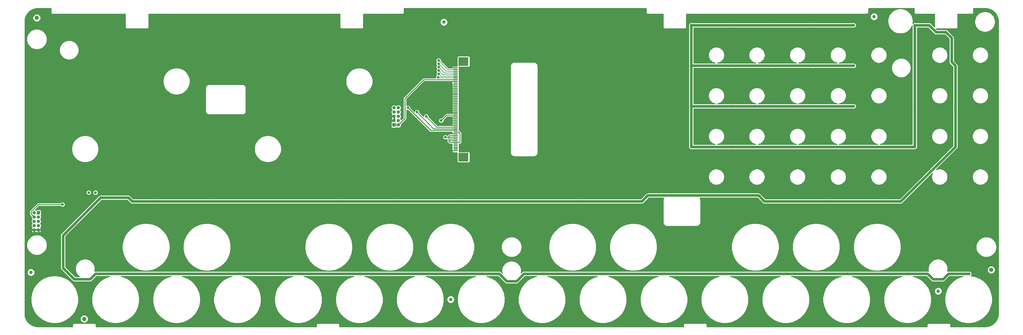
<source format=gbr>
%TF.GenerationSoftware,KiCad,Pcbnew,5.1.6*%
%TF.CreationDate,2020-11-05T20:15:49+01:00*%
%TF.ProjectId,OTTO_AUX_SMD,4f54544f-5f41-4555-985f-534d442e6b69,rev?*%
%TF.SameCoordinates,Original*%
%TF.FileFunction,Copper,L2,Bot*%
%TF.FilePolarity,Positive*%
%FSLAX46Y46*%
G04 Gerber Fmt 4.6, Leading zero omitted, Abs format (unit mm)*
G04 Created by KiCad (PCBNEW 5.1.6) date 2020-11-05 20:15:49*
%MOMM*%
%LPD*%
G01*
G04 APERTURE LIST*
%TA.AperFunction,SMDPad,CuDef*%
%ADD10R,3.000000X2.500000*%
%TD*%
%TA.AperFunction,SMDPad,CuDef*%
%ADD11R,1.300000X0.300000*%
%TD*%
%TA.AperFunction,ComponentPad*%
%ADD12R,1.000000X1.000000*%
%TD*%
%TA.AperFunction,ComponentPad*%
%ADD13O,1.000000X1.000000*%
%TD*%
%TA.AperFunction,ComponentPad*%
%ADD14C,1.300000*%
%TD*%
%TA.AperFunction,SMDPad,CuDef*%
%ADD15C,1.000000*%
%TD*%
%TA.AperFunction,ViaPad*%
%ADD16C,0.800000*%
%TD*%
%TA.AperFunction,Conductor*%
%ADD17C,0.254000*%
%TD*%
%TA.AperFunction,Conductor*%
%ADD18C,0.203200*%
%TD*%
%TA.AperFunction,Conductor*%
%ADD19C,0.762000*%
%TD*%
G04 APERTURE END LIST*
D10*
X147001041Y-25725000D03*
X147001041Y-54025000D03*
D11*
X144651041Y-52125000D03*
X144651041Y-51625000D03*
X144651041Y-51125000D03*
X144651041Y-50625000D03*
X144651041Y-50125000D03*
X144651041Y-49625000D03*
X144651041Y-49125000D03*
X144651041Y-48625000D03*
X144651041Y-48125000D03*
X144651041Y-47625000D03*
X144651041Y-47125000D03*
X144651041Y-46625000D03*
X144651041Y-46125000D03*
X144651041Y-45625000D03*
X144651041Y-45125000D03*
X144651041Y-44625000D03*
X144651041Y-44125000D03*
X144651041Y-43625000D03*
X144651041Y-43125000D03*
X144651041Y-42625000D03*
X144651041Y-42125000D03*
X144651041Y-41625000D03*
X144651041Y-41125000D03*
X144651041Y-40625000D03*
X144651041Y-40125000D03*
X144651041Y-39625000D03*
X144651041Y-39125000D03*
X144651041Y-38625000D03*
X144651041Y-38125000D03*
X144651041Y-37625000D03*
X144651041Y-37125000D03*
X144651041Y-36625000D03*
X144651041Y-36125000D03*
X144651041Y-35625000D03*
X144651041Y-35125000D03*
X144651041Y-34625000D03*
X144651041Y-34125000D03*
X144651041Y-33625000D03*
X144651041Y-33125000D03*
X144651041Y-32625000D03*
X144651041Y-32125000D03*
X144651041Y-31625000D03*
X144651041Y-31125000D03*
X144651041Y-30625000D03*
X144651041Y-30125000D03*
X144651041Y-29625000D03*
X144651041Y-29125000D03*
X144651041Y-28625000D03*
X144651041Y-28125000D03*
X144651041Y-27625000D03*
D12*
X126482400Y-44515200D03*
D13*
X127752400Y-44515200D03*
X126482400Y-43245200D03*
X127752400Y-43245200D03*
X126482400Y-41975200D03*
X127752400Y-41975200D03*
X126482400Y-40705200D03*
X127752400Y-40705200D03*
X126482400Y-39435200D03*
X127752400Y-39435200D03*
D12*
X21410000Y-70460000D03*
D13*
X20140000Y-70460000D03*
X21410000Y-71730000D03*
X20140000Y-71730000D03*
X21410000Y-73000000D03*
X20140000Y-73000000D03*
X21410000Y-74270000D03*
X20140000Y-74270000D03*
X21410000Y-75540000D03*
X20140000Y-75540000D03*
D14*
X302930000Y-87350000D03*
X34930000Y-101850000D03*
X20930000Y-12850000D03*
D15*
X287250000Y-93650000D03*
X268301041Y-12486218D03*
X143200000Y-96100000D03*
X141200000Y-14100000D03*
X19200000Y-88100000D03*
D16*
X147651041Y-48125000D03*
X147651041Y-37625000D03*
X155651041Y-21625000D03*
X155651041Y-25625000D03*
X155651041Y-29625000D03*
X141651041Y-25625000D03*
X141651041Y-33625000D03*
X140680000Y-39610000D03*
X141651041Y-49625000D03*
X141651041Y-56625000D03*
X147651041Y-56625000D03*
X38650000Y-78486218D03*
X43650000Y-78486218D03*
X43650000Y-63486218D03*
X63650000Y-73486218D03*
X63650000Y-68486218D03*
X178650000Y-71486218D03*
X188400000Y-76986218D03*
X168650000Y-75986218D03*
X158650000Y-75986218D03*
X116150000Y-75986218D03*
X89150000Y-76486218D03*
X89150000Y-65986218D03*
X133900000Y-76236218D03*
X214900000Y-77486218D03*
X241900000Y-76486218D03*
X260150000Y-76736218D03*
X147650000Y-41236218D03*
X143650000Y-16986218D03*
X270650000Y-27986218D03*
X289490000Y-17060000D03*
X280301041Y-14986218D03*
X262301041Y-14986218D03*
X250301041Y-14986218D03*
X238301041Y-14986218D03*
X226301041Y-14986218D03*
X214301041Y-14986218D03*
X214301041Y-26986218D03*
X226301041Y-26986218D03*
X238301041Y-26986218D03*
X250301041Y-26986218D03*
X262301041Y-26986218D03*
X292301041Y-26986218D03*
X292301041Y-38986218D03*
X280301041Y-38986218D03*
X262301041Y-38986218D03*
X250301041Y-38986218D03*
X238301041Y-38986218D03*
X214301041Y-38986218D03*
X214301041Y-50986218D03*
X226301041Y-50986218D03*
X238301041Y-50986218D03*
X250301041Y-50986218D03*
X262301041Y-50986218D03*
X292301041Y-50986218D03*
X280301041Y-50986218D03*
X271701041Y-67086218D03*
X253701041Y-67086218D03*
X235901041Y-67086218D03*
X199701041Y-67086218D03*
X181701041Y-67086218D03*
X145701041Y-67086218D03*
X127701041Y-67086218D03*
X109901041Y-67086218D03*
X55901041Y-67086218D03*
X73701041Y-67086218D03*
X28701041Y-82086218D03*
X39770000Y-66000000D03*
X38270000Y-64500000D03*
X36270000Y-64500000D03*
X226301041Y-38986218D03*
X30400000Y-88486218D03*
X44900000Y-88486218D03*
X62900000Y-88486218D03*
X80900000Y-88486218D03*
X98400000Y-88486218D03*
X116400000Y-88486218D03*
X134400000Y-88486218D03*
X152400000Y-88486218D03*
X170400000Y-88486218D03*
X188400000Y-88486218D03*
X206400000Y-88486218D03*
X224400000Y-88486218D03*
X242400000Y-88486218D03*
X260400000Y-88486218D03*
X278400000Y-88486218D03*
X296400000Y-88486218D03*
X141651041Y-48125000D03*
X28520000Y-68000000D03*
X140388000Y-43220000D03*
X130590000Y-39430000D03*
X135970000Y-41960000D03*
X133270000Y-40700000D03*
X139651041Y-25408581D03*
X139650972Y-26408592D03*
X139656405Y-27408589D03*
X139664609Y-28409020D03*
X139672412Y-29409050D03*
X139524018Y-30397990D03*
D17*
X144651041Y-44625000D02*
X142651041Y-44625000D01*
X144651041Y-44125000D02*
X142651041Y-44125000D01*
X144651041Y-43625000D02*
X142651041Y-43625000D01*
X144651041Y-43125000D02*
X142651041Y-43125000D01*
X144651041Y-42625000D02*
X142651041Y-42625000D01*
X144651041Y-42125000D02*
X142651041Y-42125000D01*
X144651041Y-41125000D02*
X142651041Y-41125000D01*
X144651041Y-40625000D02*
X142651041Y-40625000D01*
X144651041Y-40125000D02*
X142651041Y-40125000D01*
X144651041Y-39625000D02*
X142651041Y-39625000D01*
X144651041Y-39125000D02*
X143151041Y-39125000D01*
X144651041Y-38625000D02*
X142651041Y-38625000D01*
X144651041Y-38125000D02*
X142651041Y-38125000D01*
X144651041Y-37625000D02*
X142651041Y-37625000D01*
X144651041Y-37125000D02*
X142151041Y-37125000D01*
X144651041Y-36625000D02*
X142651041Y-36625000D01*
X144651041Y-36125000D02*
X142651041Y-36125000D01*
X144651041Y-35625000D02*
X142651041Y-35625000D01*
X144651041Y-35125000D02*
X142651041Y-35125000D01*
X144651041Y-34625000D02*
X142651041Y-34625000D01*
X144651041Y-34125000D02*
X142651041Y-34125000D01*
X144651041Y-33625000D02*
X142651041Y-33625000D01*
X144651041Y-33125000D02*
X142651041Y-33125000D01*
X144651041Y-32625000D02*
X142651041Y-32625000D01*
X144651041Y-31625000D02*
X142651041Y-31625000D01*
X144651041Y-27625000D02*
X143151041Y-27625000D01*
X144651041Y-47125000D02*
X142651041Y-47125000D01*
X144651041Y-52125000D02*
X142651041Y-52125000D01*
D18*
X142651041Y-31625000D02*
X142651041Y-32625000D01*
X142651041Y-44625000D02*
X142651041Y-43625000D01*
X142651041Y-42125000D02*
X142651041Y-42625000D01*
X142651041Y-41125000D02*
X142651041Y-40625000D01*
D19*
X38271164Y-88486218D02*
X44900000Y-88486218D01*
X36676381Y-90081001D02*
X38271164Y-88486218D01*
X31994783Y-90081001D02*
X36676381Y-90081001D01*
X30400000Y-88486218D02*
X31994783Y-90081001D01*
X44900000Y-88486218D02*
X62900000Y-88486218D01*
X62900000Y-88486218D02*
X80900000Y-88486218D01*
X80900000Y-88486218D02*
X98400000Y-88486218D01*
X98400000Y-88486218D02*
X116400000Y-88486218D01*
X116400000Y-88486218D02*
X134400000Y-88486218D01*
X134400000Y-88486218D02*
X152400000Y-88486218D01*
X162678881Y-90681001D02*
X164873664Y-88486218D01*
X159721119Y-90681001D02*
X162678881Y-90681001D01*
X164873664Y-88486218D02*
X170400000Y-88486218D01*
X157526336Y-88486218D02*
X159721119Y-90681001D01*
X152400000Y-88486218D02*
X157526336Y-88486218D01*
X170400000Y-88486218D02*
X188400000Y-88486218D01*
X188400000Y-88486218D02*
X206400000Y-88486218D01*
X206400000Y-88486218D02*
X224400000Y-88486218D01*
X224400000Y-88486218D02*
X242400000Y-88486218D01*
X242400000Y-88486218D02*
X260400000Y-88486218D01*
X260400000Y-88486218D02*
X278400000Y-88486218D01*
X288678881Y-90081001D02*
X290273664Y-88486218D01*
X290273664Y-88486218D02*
X296400000Y-88486218D01*
X284126336Y-88486218D02*
X285721119Y-90081001D01*
X285721119Y-90081001D02*
X288678881Y-90081001D01*
X278400000Y-88486218D02*
X284126336Y-88486218D01*
X55901041Y-67086218D02*
X73701041Y-67086218D01*
X73701041Y-67086218D02*
X109901041Y-67086218D01*
X109901041Y-67086218D02*
X127701041Y-67086218D01*
X127701041Y-67086218D02*
X145701041Y-67086218D01*
X145701041Y-67086218D02*
X181701041Y-67086218D01*
X181701041Y-67086218D02*
X199701041Y-67086218D01*
X234155204Y-65340381D02*
X235901041Y-67086218D01*
X201446878Y-65340381D02*
X234155204Y-65340381D01*
X199701041Y-67086218D02*
X201446878Y-65340381D01*
X235901041Y-67086218D02*
X253701041Y-67086218D01*
X253701041Y-67086218D02*
X271701041Y-67086218D01*
X47966891Y-66000000D02*
X39770000Y-66000000D01*
X49053109Y-67086218D02*
X47966891Y-66000000D01*
X55901041Y-67086218D02*
X49053109Y-67086218D01*
X28650000Y-77120000D02*
X39770000Y-66000000D01*
X28650000Y-82035177D02*
X28650000Y-77120000D01*
X28701041Y-82086218D02*
X28650000Y-82035177D01*
X28701041Y-86787259D02*
X28701041Y-82086218D01*
X30400000Y-88486218D02*
X28701041Y-86787259D01*
X214301041Y-50986218D02*
X214301041Y-38986218D01*
X214301041Y-38986218D02*
X214301041Y-26986218D01*
X214301041Y-26986218D02*
X214301041Y-14986218D01*
X214301041Y-50986218D02*
X226301041Y-50986218D01*
X226301041Y-50986218D02*
X238301041Y-50986218D01*
X238301041Y-50986218D02*
X250301041Y-50986218D01*
X250301041Y-50986218D02*
X262301041Y-50986218D01*
X262301041Y-38986218D02*
X250301041Y-38986218D01*
X250301041Y-38986218D02*
X238301041Y-38986218D01*
X226301041Y-38986218D02*
X238301041Y-38986218D01*
X214301041Y-38986218D02*
X226301041Y-38986218D01*
X214301041Y-26986218D02*
X226301041Y-26986218D01*
X226301041Y-26986218D02*
X238301041Y-26986218D01*
X238301041Y-26986218D02*
X250301041Y-26986218D01*
X250301041Y-26986218D02*
X262301041Y-26986218D01*
X262301041Y-14986218D02*
X250301041Y-14986218D01*
X238301041Y-14986218D02*
X250301041Y-14986218D01*
X226301041Y-14986218D02*
X238301041Y-14986218D01*
X214301041Y-14986218D02*
X226301041Y-14986218D01*
X280301041Y-14986218D02*
X280301041Y-38986218D01*
X292301041Y-38986218D02*
X292301041Y-26986218D01*
X280301041Y-38986218D02*
X280301041Y-50986218D01*
X292301041Y-50986218D02*
X292301041Y-38986218D01*
X262301041Y-50986218D02*
X280301041Y-50986218D01*
X276201041Y-67086218D02*
X292301041Y-50986218D01*
X271701041Y-67086218D02*
X276201041Y-67086218D01*
X280301041Y-14986218D02*
X284566218Y-14986218D01*
X286640000Y-17060000D02*
X289490000Y-17060000D01*
X284566218Y-14986218D02*
X286640000Y-17060000D01*
X289490000Y-17060000D02*
X291200000Y-18770000D01*
X291200000Y-25885177D02*
X292301041Y-26986218D01*
X291200000Y-18770000D02*
X291200000Y-25885177D01*
D17*
X144651041Y-49625000D02*
X145939643Y-49625000D01*
X144651041Y-49125000D02*
X142651041Y-49125000D01*
X144651041Y-48625000D02*
X142651041Y-48625000D01*
X144651041Y-48125000D02*
X142651041Y-48125000D01*
X142651041Y-49125000D02*
X142651041Y-48625000D01*
X142651041Y-48625000D02*
X142651041Y-48125000D01*
X142651041Y-49375000D02*
X142651041Y-49125000D01*
X142901041Y-49625000D02*
X142651041Y-49375000D01*
X144651041Y-49625000D02*
X142901041Y-49625000D01*
X142651041Y-47875000D02*
X142651041Y-48125000D01*
X142901041Y-47625000D02*
X142651041Y-47875000D01*
X144651041Y-47625000D02*
X142901041Y-47625000D01*
X145939643Y-47009602D02*
X145939643Y-49625000D01*
X145555041Y-46625000D02*
X145939643Y-47009602D01*
X144651041Y-46625000D02*
X145555041Y-46625000D01*
X141651041Y-48125000D02*
X142651041Y-48125000D01*
X21376038Y-68000000D02*
X28520000Y-68000000D01*
X19312999Y-70063039D02*
X21376038Y-68000000D01*
X19312999Y-70902999D02*
X19312999Y-70063039D01*
X20140000Y-71730000D02*
X19312999Y-70902999D01*
X144651041Y-41625000D02*
X141983000Y-41625000D01*
X141983000Y-41625000D02*
X140388000Y-43220000D01*
X144651041Y-46125000D02*
X137285000Y-46125000D01*
X137285000Y-46125000D02*
X130590000Y-39430000D01*
X144651041Y-45125000D02*
X139135000Y-45125000D01*
X139135000Y-45125000D02*
X135970000Y-41960000D01*
X144651041Y-45625000D02*
X138195000Y-45625000D01*
X138195000Y-45625000D02*
X133270000Y-40700000D01*
X126482400Y-44515200D02*
X127752400Y-44515200D01*
X129700000Y-42567600D02*
X127752400Y-44515200D01*
X129700000Y-36670000D02*
X129700000Y-42567600D01*
X144651041Y-31125000D02*
X135245000Y-31125000D01*
X135245000Y-31125000D02*
X129700000Y-36670000D01*
D18*
X139895261Y-25625000D02*
X139651041Y-25625000D01*
X142395261Y-28125000D02*
X139895261Y-25625000D01*
X144651041Y-28125000D02*
X142395261Y-28125000D01*
X139651041Y-25625000D02*
X139651041Y-25408581D01*
X144651041Y-28625000D02*
X141867380Y-28625000D01*
X141867380Y-28625000D02*
X139650972Y-26408592D01*
X141372816Y-29125000D02*
X139656405Y-27408589D01*
X144651041Y-29125000D02*
X141372816Y-29125000D01*
X144651041Y-29625000D02*
X140880589Y-29625000D01*
X140880589Y-29625000D02*
X139664609Y-28409020D01*
X144651041Y-30125000D02*
X140388362Y-30125000D01*
X140388362Y-30125000D02*
X139672412Y-29409050D01*
X139751028Y-30625000D02*
X139524018Y-30397990D01*
X144651041Y-30625000D02*
X139751028Y-30625000D01*
D17*
G36*
X25094001Y-11247591D02*
G01*
X25091794Y-11270000D01*
X25100598Y-11359392D01*
X25126673Y-11445348D01*
X25169016Y-11524566D01*
X25225999Y-11594001D01*
X25295434Y-11650984D01*
X25374652Y-11693327D01*
X25460608Y-11719402D01*
X25527601Y-11726000D01*
X25550000Y-11728206D01*
X25572399Y-11726000D01*
X47094001Y-11726000D01*
X47094000Y-15567601D01*
X47091794Y-15590000D01*
X47100598Y-15679392D01*
X47126673Y-15765348D01*
X47169016Y-15844566D01*
X47177223Y-15854566D01*
X47225999Y-15914001D01*
X47295434Y-15970984D01*
X47374652Y-16013327D01*
X47460608Y-16039402D01*
X47550000Y-16048206D01*
X47572399Y-16046000D01*
X53527601Y-16046000D01*
X53550000Y-16048206D01*
X53572399Y-16046000D01*
X53639392Y-16039402D01*
X53725348Y-16013327D01*
X53804566Y-15970984D01*
X53874001Y-15914001D01*
X53930984Y-15844566D01*
X53973327Y-15765348D01*
X53999402Y-15679392D01*
X54008206Y-15590000D01*
X54006000Y-15567601D01*
X54006000Y-11726000D01*
X110514001Y-11726000D01*
X110514000Y-15577601D01*
X110511794Y-15600000D01*
X110520598Y-15689392D01*
X110546673Y-15775348D01*
X110589016Y-15854566D01*
X110637792Y-15914001D01*
X110645999Y-15924001D01*
X110715434Y-15980984D01*
X110794652Y-16023327D01*
X110880608Y-16049402D01*
X110970000Y-16058206D01*
X110992399Y-16056000D01*
X116947601Y-16056000D01*
X116970000Y-16058206D01*
X116992399Y-16056000D01*
X117059392Y-16049402D01*
X117145348Y-16023327D01*
X117224566Y-15980984D01*
X117294001Y-15924001D01*
X117350984Y-15854566D01*
X117393327Y-15775348D01*
X117419402Y-15689392D01*
X117428206Y-15600000D01*
X117426000Y-15577601D01*
X117426000Y-13989000D01*
X140073000Y-13989000D01*
X140073000Y-14211000D01*
X140116310Y-14428734D01*
X140201266Y-14633835D01*
X140324602Y-14818421D01*
X140481579Y-14975398D01*
X140666165Y-15098734D01*
X140871266Y-15183690D01*
X141089000Y-15227000D01*
X141311000Y-15227000D01*
X141528734Y-15183690D01*
X141733835Y-15098734D01*
X141918421Y-14975398D01*
X142075398Y-14818421D01*
X142198734Y-14633835D01*
X142283690Y-14428734D01*
X142327000Y-14211000D01*
X142327000Y-13989000D01*
X142283690Y-13771266D01*
X142198734Y-13566165D01*
X142075398Y-13381579D01*
X141918421Y-13224602D01*
X141733835Y-13101266D01*
X141528734Y-13016310D01*
X141311000Y-12973000D01*
X141089000Y-12973000D01*
X140871266Y-13016310D01*
X140666165Y-13101266D01*
X140481579Y-13224602D01*
X140324602Y-13381579D01*
X140201266Y-13566165D01*
X140116310Y-13771266D01*
X140073000Y-13989000D01*
X117426000Y-13989000D01*
X117426000Y-11726000D01*
X128947601Y-11726000D01*
X128970000Y-11728206D01*
X128992399Y-11726000D01*
X129059392Y-11719402D01*
X129145348Y-11693327D01*
X129224566Y-11650984D01*
X129294001Y-11594001D01*
X129350984Y-11524566D01*
X129393327Y-11445348D01*
X129419402Y-11359392D01*
X129428206Y-11270000D01*
X129426000Y-11247601D01*
X129426000Y-10046000D01*
X200964000Y-10046000D01*
X200964001Y-11247591D01*
X200961794Y-11270000D01*
X200970598Y-11359392D01*
X200996673Y-11445348D01*
X201039016Y-11524566D01*
X201095999Y-11594001D01*
X201165434Y-11650984D01*
X201244652Y-11693327D01*
X201330608Y-11719402D01*
X201397601Y-11726000D01*
X201420000Y-11728206D01*
X201442399Y-11726000D01*
X205964001Y-11726000D01*
X205964000Y-15567601D01*
X205961794Y-15590000D01*
X205970598Y-15679392D01*
X205996673Y-15765348D01*
X206039016Y-15844566D01*
X206047223Y-15854566D01*
X206095999Y-15914001D01*
X206165434Y-15970984D01*
X206244652Y-16013327D01*
X206330608Y-16039402D01*
X206420000Y-16048206D01*
X206442399Y-16046000D01*
X212397601Y-16046000D01*
X212420000Y-16048206D01*
X212442399Y-16046000D01*
X212509392Y-16039402D01*
X212595348Y-16013327D01*
X212674566Y-15970984D01*
X212744001Y-15914001D01*
X212800984Y-15844566D01*
X212843327Y-15765348D01*
X212869402Y-15679392D01*
X212878206Y-15590000D01*
X212876000Y-15567601D01*
X212876000Y-12375218D01*
X267174041Y-12375218D01*
X267174041Y-12597218D01*
X267217351Y-12814952D01*
X267302307Y-13020053D01*
X267425643Y-13204639D01*
X267582620Y-13361616D01*
X267767206Y-13484952D01*
X267972307Y-13569908D01*
X268190041Y-13613218D01*
X268412041Y-13613218D01*
X268629775Y-13569908D01*
X268834876Y-13484952D01*
X269019462Y-13361616D01*
X269176439Y-13204639D01*
X269299775Y-13020053D01*
X269384731Y-12814952D01*
X269428041Y-12597218D01*
X269428041Y-12375218D01*
X269384731Y-12157484D01*
X269299775Y-11952383D01*
X269176439Y-11767797D01*
X269019462Y-11610820D01*
X268834876Y-11487484D01*
X268629775Y-11402528D01*
X268412041Y-11359218D01*
X268190041Y-11359218D01*
X267972307Y-11402528D01*
X267767206Y-11487484D01*
X267582620Y-11610820D01*
X267425643Y-11767797D01*
X267302307Y-11952383D01*
X267217351Y-12157484D01*
X267174041Y-12375218D01*
X212876000Y-12375218D01*
X212876000Y-11726000D01*
X266167601Y-11726000D01*
X266190000Y-11728206D01*
X266212399Y-11726000D01*
X266279392Y-11719402D01*
X266365348Y-11693327D01*
X266444566Y-11650984D01*
X266514001Y-11594001D01*
X266570984Y-11524566D01*
X266613327Y-11445348D01*
X266639402Y-11359392D01*
X266648206Y-11270000D01*
X266646000Y-11247601D01*
X266646000Y-10046000D01*
X280144001Y-10046000D01*
X280144000Y-11247601D01*
X280141794Y-11270000D01*
X280150598Y-11359392D01*
X280176673Y-11445348D01*
X280219016Y-11524566D01*
X280274502Y-11592177D01*
X280275999Y-11594001D01*
X280345434Y-11650984D01*
X280424652Y-11693327D01*
X280510608Y-11719402D01*
X280600000Y-11728206D01*
X280622399Y-11726000D01*
X286144001Y-11726000D01*
X286144000Y-15486370D01*
X285131502Y-14473872D01*
X285107640Y-14444796D01*
X284991610Y-14349573D01*
X284859233Y-14278816D01*
X284715596Y-14235244D01*
X284603644Y-14224218D01*
X284603641Y-14224218D01*
X284566218Y-14220532D01*
X284528795Y-14224218D01*
X280473483Y-14224218D01*
X280377963Y-14205218D01*
X280224119Y-14205218D01*
X280073232Y-14235231D01*
X279931099Y-14294105D01*
X279803182Y-14379576D01*
X279718593Y-14464165D01*
X279778058Y-14165212D01*
X279778058Y-13434788D01*
X279635560Y-12718399D01*
X279356039Y-12043576D01*
X278950237Y-11436251D01*
X278433749Y-10919763D01*
X277826424Y-10513961D01*
X277151601Y-10234440D01*
X276435212Y-10091942D01*
X275704788Y-10091942D01*
X274988399Y-10234440D01*
X274313576Y-10513961D01*
X273706251Y-10919763D01*
X273189763Y-11436251D01*
X272783961Y-12043576D01*
X272504440Y-12718399D01*
X272361942Y-13434788D01*
X272361942Y-14165212D01*
X272504440Y-14881601D01*
X272783961Y-15556424D01*
X273189763Y-16163749D01*
X273706251Y-16680237D01*
X274313576Y-17086039D01*
X274988399Y-17365560D01*
X275704788Y-17508058D01*
X276435212Y-17508058D01*
X277151601Y-17365560D01*
X277826424Y-17086039D01*
X278433749Y-16680237D01*
X278950237Y-16163749D01*
X279356039Y-15556424D01*
X279533123Y-15128907D01*
X279539041Y-15158660D01*
X279539042Y-38813771D01*
X279520041Y-38909296D01*
X279520041Y-39063140D01*
X279539041Y-39158660D01*
X279539042Y-50224218D01*
X269968604Y-50224218D01*
X270394512Y-50139500D01*
X270827827Y-49960015D01*
X271217799Y-49699444D01*
X271549444Y-49367799D01*
X271810015Y-48977827D01*
X271989500Y-48544512D01*
X272081000Y-48084508D01*
X272081000Y-47615492D01*
X271989500Y-47155488D01*
X271810015Y-46722173D01*
X271549444Y-46332201D01*
X271217799Y-46000556D01*
X270827827Y-45739985D01*
X270394512Y-45560500D01*
X269934508Y-45469000D01*
X269465492Y-45469000D01*
X269005488Y-45560500D01*
X268572173Y-45739985D01*
X268182201Y-46000556D01*
X267850556Y-46332201D01*
X267589985Y-46722173D01*
X267410500Y-47155488D01*
X267319000Y-47615492D01*
X267319000Y-48084508D01*
X267410500Y-48544512D01*
X267589985Y-48977827D01*
X267850556Y-49367799D01*
X268182201Y-49699444D01*
X268572173Y-49960015D01*
X269005488Y-50139500D01*
X269431396Y-50224218D01*
X262473483Y-50224218D01*
X262377963Y-50205218D01*
X262224119Y-50205218D01*
X262128599Y-50224218D01*
X257968604Y-50224218D01*
X258394512Y-50139500D01*
X258827827Y-49960015D01*
X259217799Y-49699444D01*
X259549444Y-49367799D01*
X259810015Y-48977827D01*
X259989500Y-48544512D01*
X260081000Y-48084508D01*
X260081000Y-47615492D01*
X259989500Y-47155488D01*
X259810015Y-46722173D01*
X259549444Y-46332201D01*
X259217799Y-46000556D01*
X258827827Y-45739985D01*
X258394512Y-45560500D01*
X257934508Y-45469000D01*
X257465492Y-45469000D01*
X257005488Y-45560500D01*
X256572173Y-45739985D01*
X256182201Y-46000556D01*
X255850556Y-46332201D01*
X255589985Y-46722173D01*
X255410500Y-47155488D01*
X255319000Y-47615492D01*
X255319000Y-48084508D01*
X255410500Y-48544512D01*
X255589985Y-48977827D01*
X255850556Y-49367799D01*
X256182201Y-49699444D01*
X256572173Y-49960015D01*
X257005488Y-50139500D01*
X257431396Y-50224218D01*
X250473483Y-50224218D01*
X250377963Y-50205218D01*
X250224119Y-50205218D01*
X250128599Y-50224218D01*
X245968604Y-50224218D01*
X246394512Y-50139500D01*
X246827827Y-49960015D01*
X247217799Y-49699444D01*
X247549444Y-49367799D01*
X247810015Y-48977827D01*
X247989500Y-48544512D01*
X248081000Y-48084508D01*
X248081000Y-47615492D01*
X247989500Y-47155488D01*
X247810015Y-46722173D01*
X247549444Y-46332201D01*
X247217799Y-46000556D01*
X246827827Y-45739985D01*
X246394512Y-45560500D01*
X245934508Y-45469000D01*
X245465492Y-45469000D01*
X245005488Y-45560500D01*
X244572173Y-45739985D01*
X244182201Y-46000556D01*
X243850556Y-46332201D01*
X243589985Y-46722173D01*
X243410500Y-47155488D01*
X243319000Y-47615492D01*
X243319000Y-48084508D01*
X243410500Y-48544512D01*
X243589985Y-48977827D01*
X243850556Y-49367799D01*
X244182201Y-49699444D01*
X244572173Y-49960015D01*
X245005488Y-50139500D01*
X245431396Y-50224218D01*
X238473483Y-50224218D01*
X238377963Y-50205218D01*
X238224119Y-50205218D01*
X238128599Y-50224218D01*
X233968604Y-50224218D01*
X234394512Y-50139500D01*
X234827827Y-49960015D01*
X235217799Y-49699444D01*
X235549444Y-49367799D01*
X235810015Y-48977827D01*
X235989500Y-48544512D01*
X236081000Y-48084508D01*
X236081000Y-47615492D01*
X235989500Y-47155488D01*
X235810015Y-46722173D01*
X235549444Y-46332201D01*
X235217799Y-46000556D01*
X234827827Y-45739985D01*
X234394512Y-45560500D01*
X233934508Y-45469000D01*
X233465492Y-45469000D01*
X233005488Y-45560500D01*
X232572173Y-45739985D01*
X232182201Y-46000556D01*
X231850556Y-46332201D01*
X231589985Y-46722173D01*
X231410500Y-47155488D01*
X231319000Y-47615492D01*
X231319000Y-48084508D01*
X231410500Y-48544512D01*
X231589985Y-48977827D01*
X231850556Y-49367799D01*
X232182201Y-49699444D01*
X232572173Y-49960015D01*
X233005488Y-50139500D01*
X233431396Y-50224218D01*
X226473483Y-50224218D01*
X226377963Y-50205218D01*
X226224119Y-50205218D01*
X226128599Y-50224218D01*
X221968604Y-50224218D01*
X222394512Y-50139500D01*
X222827827Y-49960015D01*
X223217799Y-49699444D01*
X223549444Y-49367799D01*
X223810015Y-48977827D01*
X223989500Y-48544512D01*
X224081000Y-48084508D01*
X224081000Y-47615492D01*
X223989500Y-47155488D01*
X223810015Y-46722173D01*
X223549444Y-46332201D01*
X223217799Y-46000556D01*
X222827827Y-45739985D01*
X222394512Y-45560500D01*
X221934508Y-45469000D01*
X221465492Y-45469000D01*
X221005488Y-45560500D01*
X220572173Y-45739985D01*
X220182201Y-46000556D01*
X219850556Y-46332201D01*
X219589985Y-46722173D01*
X219410500Y-47155488D01*
X219319000Y-47615492D01*
X219319000Y-48084508D01*
X219410500Y-48544512D01*
X219589985Y-48977827D01*
X219850556Y-49367799D01*
X220182201Y-49699444D01*
X220572173Y-49960015D01*
X221005488Y-50139500D01*
X221431396Y-50224218D01*
X215063041Y-50224218D01*
X215063041Y-39748218D01*
X226128599Y-39748218D01*
X226224119Y-39767218D01*
X226377963Y-39767218D01*
X226473483Y-39748218D01*
X238128599Y-39748218D01*
X238224119Y-39767218D01*
X238377963Y-39767218D01*
X238473483Y-39748218D01*
X250128599Y-39748218D01*
X250224119Y-39767218D01*
X250377963Y-39767218D01*
X250473483Y-39748218D01*
X262128599Y-39748218D01*
X262224119Y-39767218D01*
X262377963Y-39767218D01*
X262528850Y-39737205D01*
X262670983Y-39678331D01*
X262798900Y-39592860D01*
X262907683Y-39484077D01*
X262993154Y-39356160D01*
X263052028Y-39214027D01*
X263082041Y-39063140D01*
X263082041Y-38909296D01*
X263052028Y-38758409D01*
X262993154Y-38616276D01*
X262907683Y-38488359D01*
X262798900Y-38379576D01*
X262670983Y-38294105D01*
X262528850Y-38235231D01*
X262377963Y-38205218D01*
X262224119Y-38205218D01*
X262128599Y-38224218D01*
X257968604Y-38224218D01*
X258394512Y-38139500D01*
X258827827Y-37960015D01*
X259217799Y-37699444D01*
X259549444Y-37367799D01*
X259810015Y-36977827D01*
X259989500Y-36544512D01*
X260081000Y-36084508D01*
X260081000Y-35615492D01*
X267319000Y-35615492D01*
X267319000Y-36084508D01*
X267410500Y-36544512D01*
X267589985Y-36977827D01*
X267850556Y-37367799D01*
X268182201Y-37699444D01*
X268572173Y-37960015D01*
X269005488Y-38139500D01*
X269465492Y-38231000D01*
X269934508Y-38231000D01*
X270394512Y-38139500D01*
X270827827Y-37960015D01*
X271217799Y-37699444D01*
X271549444Y-37367799D01*
X271810015Y-36977827D01*
X271989500Y-36544512D01*
X272081000Y-36084508D01*
X272081000Y-35615492D01*
X271989500Y-35155488D01*
X271810015Y-34722173D01*
X271549444Y-34332201D01*
X271217799Y-34000556D01*
X270827827Y-33739985D01*
X270394512Y-33560500D01*
X269934508Y-33469000D01*
X269465492Y-33469000D01*
X269005488Y-33560500D01*
X268572173Y-33739985D01*
X268182201Y-34000556D01*
X267850556Y-34332201D01*
X267589985Y-34722173D01*
X267410500Y-35155488D01*
X267319000Y-35615492D01*
X260081000Y-35615492D01*
X259989500Y-35155488D01*
X259810015Y-34722173D01*
X259549444Y-34332201D01*
X259217799Y-34000556D01*
X258827827Y-33739985D01*
X258394512Y-33560500D01*
X257934508Y-33469000D01*
X257465492Y-33469000D01*
X257005488Y-33560500D01*
X256572173Y-33739985D01*
X256182201Y-34000556D01*
X255850556Y-34332201D01*
X255589985Y-34722173D01*
X255410500Y-35155488D01*
X255319000Y-35615492D01*
X255319000Y-36084508D01*
X255410500Y-36544512D01*
X255589985Y-36977827D01*
X255850556Y-37367799D01*
X256182201Y-37699444D01*
X256572173Y-37960015D01*
X257005488Y-38139500D01*
X257431396Y-38224218D01*
X250473483Y-38224218D01*
X250377963Y-38205218D01*
X250224119Y-38205218D01*
X250128599Y-38224218D01*
X245968604Y-38224218D01*
X246394512Y-38139500D01*
X246827827Y-37960015D01*
X247217799Y-37699444D01*
X247549444Y-37367799D01*
X247810015Y-36977827D01*
X247989500Y-36544512D01*
X248081000Y-36084508D01*
X248081000Y-35615492D01*
X247989500Y-35155488D01*
X247810015Y-34722173D01*
X247549444Y-34332201D01*
X247217799Y-34000556D01*
X246827827Y-33739985D01*
X246394512Y-33560500D01*
X245934508Y-33469000D01*
X245465492Y-33469000D01*
X245005488Y-33560500D01*
X244572173Y-33739985D01*
X244182201Y-34000556D01*
X243850556Y-34332201D01*
X243589985Y-34722173D01*
X243410500Y-35155488D01*
X243319000Y-35615492D01*
X243319000Y-36084508D01*
X243410500Y-36544512D01*
X243589985Y-36977827D01*
X243850556Y-37367799D01*
X244182201Y-37699444D01*
X244572173Y-37960015D01*
X245005488Y-38139500D01*
X245431396Y-38224218D01*
X238473483Y-38224218D01*
X238377963Y-38205218D01*
X238224119Y-38205218D01*
X238128599Y-38224218D01*
X233968604Y-38224218D01*
X234394512Y-38139500D01*
X234827827Y-37960015D01*
X235217799Y-37699444D01*
X235549444Y-37367799D01*
X235810015Y-36977827D01*
X235989500Y-36544512D01*
X236081000Y-36084508D01*
X236081000Y-35615492D01*
X235989500Y-35155488D01*
X235810015Y-34722173D01*
X235549444Y-34332201D01*
X235217799Y-34000556D01*
X234827827Y-33739985D01*
X234394512Y-33560500D01*
X233934508Y-33469000D01*
X233465492Y-33469000D01*
X233005488Y-33560500D01*
X232572173Y-33739985D01*
X232182201Y-34000556D01*
X231850556Y-34332201D01*
X231589985Y-34722173D01*
X231410500Y-35155488D01*
X231319000Y-35615492D01*
X231319000Y-36084508D01*
X231410500Y-36544512D01*
X231589985Y-36977827D01*
X231850556Y-37367799D01*
X232182201Y-37699444D01*
X232572173Y-37960015D01*
X233005488Y-38139500D01*
X233431396Y-38224218D01*
X226473483Y-38224218D01*
X226377963Y-38205218D01*
X226224119Y-38205218D01*
X226128599Y-38224218D01*
X221968604Y-38224218D01*
X222394512Y-38139500D01*
X222827827Y-37960015D01*
X223217799Y-37699444D01*
X223549444Y-37367799D01*
X223810015Y-36977827D01*
X223989500Y-36544512D01*
X224081000Y-36084508D01*
X224081000Y-35615492D01*
X223989500Y-35155488D01*
X223810015Y-34722173D01*
X223549444Y-34332201D01*
X223217799Y-34000556D01*
X222827827Y-33739985D01*
X222394512Y-33560500D01*
X221934508Y-33469000D01*
X221465492Y-33469000D01*
X221005488Y-33560500D01*
X220572173Y-33739985D01*
X220182201Y-34000556D01*
X219850556Y-34332201D01*
X219589985Y-34722173D01*
X219410500Y-35155488D01*
X219319000Y-35615492D01*
X219319000Y-36084508D01*
X219410500Y-36544512D01*
X219589985Y-36977827D01*
X219850556Y-37367799D01*
X220182201Y-37699444D01*
X220572173Y-37960015D01*
X221005488Y-38139500D01*
X221431396Y-38224218D01*
X215063041Y-38224218D01*
X215063041Y-27748218D01*
X226128599Y-27748218D01*
X226224119Y-27767218D01*
X226377963Y-27767218D01*
X226473483Y-27748218D01*
X238128599Y-27748218D01*
X238224119Y-27767218D01*
X238377963Y-27767218D01*
X238473483Y-27748218D01*
X250128599Y-27748218D01*
X250224119Y-27767218D01*
X250377963Y-27767218D01*
X250473483Y-27748218D01*
X262128599Y-27748218D01*
X262224119Y-27767218D01*
X262377963Y-27767218D01*
X262528850Y-27737205D01*
X262670983Y-27678331D01*
X262798900Y-27592860D01*
X262907683Y-27484077D01*
X262993154Y-27356160D01*
X263005959Y-27325246D01*
X273429000Y-27325246D01*
X273429000Y-27892754D01*
X273539715Y-28449357D01*
X273756891Y-28973665D01*
X274072181Y-29445530D01*
X274473470Y-29846819D01*
X274945335Y-30162109D01*
X275469643Y-30379285D01*
X276026246Y-30490000D01*
X276593754Y-30490000D01*
X277150357Y-30379285D01*
X277674665Y-30162109D01*
X278146530Y-29846819D01*
X278547819Y-29445530D01*
X278863109Y-28973665D01*
X279080285Y-28449357D01*
X279191000Y-27892754D01*
X279191000Y-27325246D01*
X279080285Y-26768643D01*
X278863109Y-26244335D01*
X278547819Y-25772470D01*
X278146530Y-25371181D01*
X277674665Y-25055891D01*
X277150357Y-24838715D01*
X276593754Y-24728000D01*
X276026246Y-24728000D01*
X275469643Y-24838715D01*
X274945335Y-25055891D01*
X274473470Y-25371181D01*
X274072181Y-25772470D01*
X273756891Y-26244335D01*
X273539715Y-26768643D01*
X273429000Y-27325246D01*
X263005959Y-27325246D01*
X263052028Y-27214027D01*
X263082041Y-27063140D01*
X263082041Y-26909296D01*
X263052028Y-26758409D01*
X262993154Y-26616276D01*
X262907683Y-26488359D01*
X262798900Y-26379576D01*
X262670983Y-26294105D01*
X262528850Y-26235231D01*
X262377963Y-26205218D01*
X262224119Y-26205218D01*
X262128599Y-26224218D01*
X257968604Y-26224218D01*
X258394512Y-26139500D01*
X258827827Y-25960015D01*
X259217799Y-25699444D01*
X259549444Y-25367799D01*
X259810015Y-24977827D01*
X259989500Y-24544512D01*
X260081000Y-24084508D01*
X260081000Y-23615492D01*
X267319000Y-23615492D01*
X267319000Y-24084508D01*
X267410500Y-24544512D01*
X267589985Y-24977827D01*
X267850556Y-25367799D01*
X268182201Y-25699444D01*
X268572173Y-25960015D01*
X269005488Y-26139500D01*
X269465492Y-26231000D01*
X269934508Y-26231000D01*
X270394512Y-26139500D01*
X270827827Y-25960015D01*
X271217799Y-25699444D01*
X271549444Y-25367799D01*
X271810015Y-24977827D01*
X271989500Y-24544512D01*
X272081000Y-24084508D01*
X272081000Y-23615492D01*
X271989500Y-23155488D01*
X271810015Y-22722173D01*
X271549444Y-22332201D01*
X271217799Y-22000556D01*
X270827827Y-21739985D01*
X270394512Y-21560500D01*
X269934508Y-21469000D01*
X269465492Y-21469000D01*
X269005488Y-21560500D01*
X268572173Y-21739985D01*
X268182201Y-22000556D01*
X267850556Y-22332201D01*
X267589985Y-22722173D01*
X267410500Y-23155488D01*
X267319000Y-23615492D01*
X260081000Y-23615492D01*
X259989500Y-23155488D01*
X259810015Y-22722173D01*
X259549444Y-22332201D01*
X259217799Y-22000556D01*
X258827827Y-21739985D01*
X258394512Y-21560500D01*
X257934508Y-21469000D01*
X257465492Y-21469000D01*
X257005488Y-21560500D01*
X256572173Y-21739985D01*
X256182201Y-22000556D01*
X255850556Y-22332201D01*
X255589985Y-22722173D01*
X255410500Y-23155488D01*
X255319000Y-23615492D01*
X255319000Y-24084508D01*
X255410500Y-24544512D01*
X255589985Y-24977827D01*
X255850556Y-25367799D01*
X256182201Y-25699444D01*
X256572173Y-25960015D01*
X257005488Y-26139500D01*
X257431396Y-26224218D01*
X250473483Y-26224218D01*
X250377963Y-26205218D01*
X250224119Y-26205218D01*
X250128599Y-26224218D01*
X245968604Y-26224218D01*
X246394512Y-26139500D01*
X246827827Y-25960015D01*
X247217799Y-25699444D01*
X247549444Y-25367799D01*
X247810015Y-24977827D01*
X247989500Y-24544512D01*
X248081000Y-24084508D01*
X248081000Y-23615492D01*
X247989500Y-23155488D01*
X247810015Y-22722173D01*
X247549444Y-22332201D01*
X247217799Y-22000556D01*
X246827827Y-21739985D01*
X246394512Y-21560500D01*
X245934508Y-21469000D01*
X245465492Y-21469000D01*
X245005488Y-21560500D01*
X244572173Y-21739985D01*
X244182201Y-22000556D01*
X243850556Y-22332201D01*
X243589985Y-22722173D01*
X243410500Y-23155488D01*
X243319000Y-23615492D01*
X243319000Y-24084508D01*
X243410500Y-24544512D01*
X243589985Y-24977827D01*
X243850556Y-25367799D01*
X244182201Y-25699444D01*
X244572173Y-25960015D01*
X245005488Y-26139500D01*
X245431396Y-26224218D01*
X238473483Y-26224218D01*
X238377963Y-26205218D01*
X238224119Y-26205218D01*
X238128599Y-26224218D01*
X233968604Y-26224218D01*
X234394512Y-26139500D01*
X234827827Y-25960015D01*
X235217799Y-25699444D01*
X235549444Y-25367799D01*
X235810015Y-24977827D01*
X235989500Y-24544512D01*
X236081000Y-24084508D01*
X236081000Y-23615492D01*
X235989500Y-23155488D01*
X235810015Y-22722173D01*
X235549444Y-22332201D01*
X235217799Y-22000556D01*
X234827827Y-21739985D01*
X234394512Y-21560500D01*
X233934508Y-21469000D01*
X233465492Y-21469000D01*
X233005488Y-21560500D01*
X232572173Y-21739985D01*
X232182201Y-22000556D01*
X231850556Y-22332201D01*
X231589985Y-22722173D01*
X231410500Y-23155488D01*
X231319000Y-23615492D01*
X231319000Y-24084508D01*
X231410500Y-24544512D01*
X231589985Y-24977827D01*
X231850556Y-25367799D01*
X232182201Y-25699444D01*
X232572173Y-25960015D01*
X233005488Y-26139500D01*
X233431396Y-26224218D01*
X226473483Y-26224218D01*
X226377963Y-26205218D01*
X226224119Y-26205218D01*
X226128599Y-26224218D01*
X221968604Y-26224218D01*
X222394512Y-26139500D01*
X222827827Y-25960015D01*
X223217799Y-25699444D01*
X223549444Y-25367799D01*
X223810015Y-24977827D01*
X223989500Y-24544512D01*
X224081000Y-24084508D01*
X224081000Y-23615492D01*
X223989500Y-23155488D01*
X223810015Y-22722173D01*
X223549444Y-22332201D01*
X223217799Y-22000556D01*
X222827827Y-21739985D01*
X222394512Y-21560500D01*
X221934508Y-21469000D01*
X221465492Y-21469000D01*
X221005488Y-21560500D01*
X220572173Y-21739985D01*
X220182201Y-22000556D01*
X219850556Y-22332201D01*
X219589985Y-22722173D01*
X219410500Y-23155488D01*
X219319000Y-23615492D01*
X219319000Y-24084508D01*
X219410500Y-24544512D01*
X219589985Y-24977827D01*
X219850556Y-25367799D01*
X220182201Y-25699444D01*
X220572173Y-25960015D01*
X221005488Y-26139500D01*
X221431396Y-26224218D01*
X215063041Y-26224218D01*
X215063041Y-15748218D01*
X226128599Y-15748218D01*
X226224119Y-15767218D01*
X226377963Y-15767218D01*
X226473483Y-15748218D01*
X238128599Y-15748218D01*
X238224119Y-15767218D01*
X238377963Y-15767218D01*
X238473483Y-15748218D01*
X250128599Y-15748218D01*
X250224119Y-15767218D01*
X250377963Y-15767218D01*
X250473483Y-15748218D01*
X262128599Y-15748218D01*
X262224119Y-15767218D01*
X262377963Y-15767218D01*
X262528850Y-15737205D01*
X262670983Y-15678331D01*
X262798900Y-15592860D01*
X262907683Y-15484077D01*
X262993154Y-15356160D01*
X263052028Y-15214027D01*
X263082041Y-15063140D01*
X263082041Y-14909296D01*
X263052028Y-14758409D01*
X262993154Y-14616276D01*
X262907683Y-14488359D01*
X262798900Y-14379576D01*
X262670983Y-14294105D01*
X262528850Y-14235231D01*
X262377963Y-14205218D01*
X262224119Y-14205218D01*
X262128599Y-14224218D01*
X250473483Y-14224218D01*
X250377963Y-14205218D01*
X250224119Y-14205218D01*
X250128599Y-14224218D01*
X238473483Y-14224218D01*
X238377963Y-14205218D01*
X238224119Y-14205218D01*
X238128599Y-14224218D01*
X226473483Y-14224218D01*
X226377963Y-14205218D01*
X226224119Y-14205218D01*
X226128599Y-14224218D01*
X214473483Y-14224218D01*
X214377963Y-14205218D01*
X214224119Y-14205218D01*
X214073232Y-14235231D01*
X213931099Y-14294105D01*
X213803182Y-14379576D01*
X213694399Y-14488359D01*
X213608928Y-14616276D01*
X213550054Y-14758409D01*
X213520041Y-14909296D01*
X213520041Y-15063140D01*
X213539042Y-15158665D01*
X213539041Y-26813776D01*
X213520041Y-26909296D01*
X213520041Y-27063140D01*
X213539042Y-27158665D01*
X213539041Y-38813776D01*
X213520041Y-38909296D01*
X213520041Y-39063140D01*
X213539042Y-39158665D01*
X213539041Y-50813776D01*
X213520041Y-50909296D01*
X213520041Y-51063140D01*
X213550054Y-51214027D01*
X213608928Y-51356160D01*
X213694399Y-51484077D01*
X213803182Y-51592860D01*
X213931099Y-51678331D01*
X214073232Y-51737205D01*
X214224119Y-51767218D01*
X214377963Y-51767218D01*
X214473483Y-51748218D01*
X226128599Y-51748218D01*
X226224119Y-51767218D01*
X226377963Y-51767218D01*
X226473483Y-51748218D01*
X238128599Y-51748218D01*
X238224119Y-51767218D01*
X238377963Y-51767218D01*
X238473483Y-51748218D01*
X250128599Y-51748218D01*
X250224119Y-51767218D01*
X250377963Y-51767218D01*
X250473483Y-51748218D01*
X262128599Y-51748218D01*
X262224119Y-51767218D01*
X262377963Y-51767218D01*
X262473483Y-51748218D01*
X280128599Y-51748218D01*
X280224119Y-51767218D01*
X280377963Y-51767218D01*
X280528850Y-51737205D01*
X280670983Y-51678331D01*
X280798900Y-51592860D01*
X280907683Y-51484077D01*
X280993154Y-51356160D01*
X281052028Y-51214027D01*
X281082041Y-51063140D01*
X281082041Y-50909296D01*
X281063041Y-50813776D01*
X281063041Y-47615492D01*
X285319000Y-47615492D01*
X285319000Y-48084508D01*
X285410500Y-48544512D01*
X285589985Y-48977827D01*
X285850556Y-49367799D01*
X286182201Y-49699444D01*
X286572173Y-49960015D01*
X287005488Y-50139500D01*
X287465492Y-50231000D01*
X287934508Y-50231000D01*
X288394512Y-50139500D01*
X288827827Y-49960015D01*
X289217799Y-49699444D01*
X289549444Y-49367799D01*
X289810015Y-48977827D01*
X289989500Y-48544512D01*
X290081000Y-48084508D01*
X290081000Y-47615492D01*
X289989500Y-47155488D01*
X289810015Y-46722173D01*
X289549444Y-46332201D01*
X289217799Y-46000556D01*
X288827827Y-45739985D01*
X288394512Y-45560500D01*
X287934508Y-45469000D01*
X287465492Y-45469000D01*
X287005488Y-45560500D01*
X286572173Y-45739985D01*
X286182201Y-46000556D01*
X285850556Y-46332201D01*
X285589985Y-46722173D01*
X285410500Y-47155488D01*
X285319000Y-47615492D01*
X281063041Y-47615492D01*
X281063041Y-39158660D01*
X281082041Y-39063140D01*
X281082041Y-38909296D01*
X281063041Y-38813776D01*
X281063041Y-35615492D01*
X285319000Y-35615492D01*
X285319000Y-36084508D01*
X285410500Y-36544512D01*
X285589985Y-36977827D01*
X285850556Y-37367799D01*
X286182201Y-37699444D01*
X286572173Y-37960015D01*
X287005488Y-38139500D01*
X287465492Y-38231000D01*
X287934508Y-38231000D01*
X288394512Y-38139500D01*
X288827827Y-37960015D01*
X289217799Y-37699444D01*
X289549444Y-37367799D01*
X289810015Y-36977827D01*
X289989500Y-36544512D01*
X290081000Y-36084508D01*
X290081000Y-35615492D01*
X289989500Y-35155488D01*
X289810015Y-34722173D01*
X289549444Y-34332201D01*
X289217799Y-34000556D01*
X288827827Y-33739985D01*
X288394512Y-33560500D01*
X287934508Y-33469000D01*
X287465492Y-33469000D01*
X287005488Y-33560500D01*
X286572173Y-33739985D01*
X286182201Y-34000556D01*
X285850556Y-34332201D01*
X285589985Y-34722173D01*
X285410500Y-35155488D01*
X285319000Y-35615492D01*
X281063041Y-35615492D01*
X281063041Y-23615492D01*
X285319000Y-23615492D01*
X285319000Y-24084508D01*
X285410500Y-24544512D01*
X285589985Y-24977827D01*
X285850556Y-25367799D01*
X286182201Y-25699444D01*
X286572173Y-25960015D01*
X287005488Y-26139500D01*
X287465492Y-26231000D01*
X287934508Y-26231000D01*
X288394512Y-26139500D01*
X288827827Y-25960015D01*
X289217799Y-25699444D01*
X289549444Y-25367799D01*
X289810015Y-24977827D01*
X289989500Y-24544512D01*
X290081000Y-24084508D01*
X290081000Y-23615492D01*
X289989500Y-23155488D01*
X289810015Y-22722173D01*
X289549444Y-22332201D01*
X289217799Y-22000556D01*
X288827827Y-21739985D01*
X288394512Y-21560500D01*
X287934508Y-21469000D01*
X287465492Y-21469000D01*
X287005488Y-21560500D01*
X286572173Y-21739985D01*
X286182201Y-22000556D01*
X285850556Y-22332201D01*
X285589985Y-22722173D01*
X285410500Y-23155488D01*
X285319000Y-23615492D01*
X281063041Y-23615492D01*
X281063041Y-15748218D01*
X284250588Y-15748218D01*
X286074716Y-17572346D01*
X286098578Y-17601422D01*
X286172219Y-17661857D01*
X286214607Y-17696645D01*
X286285364Y-17734465D01*
X286346985Y-17767402D01*
X286490622Y-17810974D01*
X286602574Y-17822000D01*
X286602577Y-17822000D01*
X286640000Y-17825686D01*
X286677423Y-17822000D01*
X289174370Y-17822000D01*
X290438000Y-19085631D01*
X290438001Y-25847744D01*
X290434314Y-25885177D01*
X290449027Y-26034555D01*
X290492599Y-26178192D01*
X290563355Y-26310569D01*
X290629985Y-26391757D01*
X290658579Y-26426599D01*
X290687649Y-26450456D01*
X291539042Y-27301850D01*
X291539041Y-38813776D01*
X291520041Y-38909296D01*
X291520041Y-39063140D01*
X291539042Y-39158665D01*
X291539041Y-50670587D01*
X275885411Y-66324218D01*
X271873483Y-66324218D01*
X271777963Y-66305218D01*
X271624119Y-66305218D01*
X271528599Y-66324218D01*
X253873483Y-66324218D01*
X253777963Y-66305218D01*
X253624119Y-66305218D01*
X253528599Y-66324218D01*
X236216672Y-66324218D01*
X234720488Y-64828035D01*
X234696626Y-64798959D01*
X234580596Y-64703736D01*
X234448219Y-64632979D01*
X234304582Y-64589407D01*
X234192630Y-64578381D01*
X234192627Y-64578381D01*
X234155204Y-64574695D01*
X234117781Y-64578381D01*
X201484300Y-64578381D01*
X201446877Y-64574695D01*
X201409454Y-64578381D01*
X201409452Y-64578381D01*
X201297500Y-64589407D01*
X201153863Y-64632979D01*
X201021486Y-64703736D01*
X200905456Y-64798959D01*
X200881599Y-64828029D01*
X199385411Y-66324218D01*
X181873483Y-66324218D01*
X181777963Y-66305218D01*
X181624119Y-66305218D01*
X181528599Y-66324218D01*
X145873483Y-66324218D01*
X145777963Y-66305218D01*
X145624119Y-66305218D01*
X145528599Y-66324218D01*
X127873483Y-66324218D01*
X127777963Y-66305218D01*
X127624119Y-66305218D01*
X127528599Y-66324218D01*
X110073483Y-66324218D01*
X109977963Y-66305218D01*
X109824119Y-66305218D01*
X109728599Y-66324218D01*
X73873483Y-66324218D01*
X73777963Y-66305218D01*
X73624119Y-66305218D01*
X73528599Y-66324218D01*
X56073483Y-66324218D01*
X55977963Y-66305218D01*
X55824119Y-66305218D01*
X55728599Y-66324218D01*
X49368740Y-66324218D01*
X48532175Y-65487654D01*
X48508313Y-65458578D01*
X48392283Y-65363355D01*
X48259906Y-65292598D01*
X48116269Y-65249026D01*
X48004317Y-65238000D01*
X48004314Y-65238000D01*
X47966891Y-65234314D01*
X47929468Y-65238000D01*
X39942442Y-65238000D01*
X39846922Y-65219000D01*
X39693078Y-65219000D01*
X39542191Y-65249013D01*
X39400058Y-65307887D01*
X39272141Y-65393358D01*
X39163358Y-65502141D01*
X39109251Y-65583118D01*
X28137649Y-76554721D01*
X28108579Y-76578578D01*
X28084722Y-76607648D01*
X28084721Y-76607649D01*
X28013355Y-76694608D01*
X27942599Y-76826985D01*
X27899027Y-76970622D01*
X27884314Y-77120000D01*
X27888001Y-77157433D01*
X27888000Y-81997754D01*
X27884314Y-82035177D01*
X27888000Y-82072600D01*
X27888000Y-82072602D01*
X27899026Y-82184554D01*
X27939042Y-82316468D01*
X27939041Y-86749836D01*
X27935355Y-86787259D01*
X27939041Y-86824682D01*
X27939041Y-86824684D01*
X27950067Y-86936636D01*
X27993639Y-87080273D01*
X27993640Y-87080274D01*
X28064396Y-87212651D01*
X28104024Y-87260937D01*
X28159619Y-87328681D01*
X28188695Y-87352543D01*
X29739251Y-88903100D01*
X29793358Y-88984077D01*
X29902141Y-89092860D01*
X29983120Y-89146968D01*
X31429504Y-90593353D01*
X31453361Y-90622423D01*
X31482431Y-90646280D01*
X31569390Y-90717646D01*
X31640147Y-90755466D01*
X31701768Y-90788403D01*
X31845405Y-90831975D01*
X31957357Y-90843001D01*
X31957360Y-90843001D01*
X31994783Y-90846687D01*
X32032206Y-90843001D01*
X36638958Y-90843001D01*
X36676381Y-90846687D01*
X36713804Y-90843001D01*
X36713807Y-90843001D01*
X36825759Y-90831975D01*
X36969396Y-90788403D01*
X37101773Y-90717646D01*
X37217803Y-90622423D01*
X37241665Y-90593347D01*
X38586795Y-89248218D01*
X42606516Y-89248218D01*
X42149133Y-89339197D01*
X40869573Y-89869209D01*
X39717999Y-90638666D01*
X38738666Y-91617999D01*
X37969209Y-92769573D01*
X37439197Y-94049133D01*
X37169000Y-95407507D01*
X37169000Y-96792493D01*
X37439197Y-98150867D01*
X37969209Y-99430427D01*
X38738666Y-100582001D01*
X39717999Y-101561334D01*
X40869573Y-102330791D01*
X42149133Y-102860803D01*
X43507507Y-103131000D01*
X44892493Y-103131000D01*
X46250867Y-102860803D01*
X47530427Y-102330791D01*
X48682001Y-101561334D01*
X49661334Y-100582001D01*
X50430791Y-99430427D01*
X50960803Y-98150867D01*
X51231000Y-96792493D01*
X51231000Y-95407507D01*
X50960803Y-94049133D01*
X50430791Y-92769573D01*
X49661334Y-91617999D01*
X48682001Y-90638666D01*
X47530427Y-89869209D01*
X46250867Y-89339197D01*
X45793484Y-89248218D01*
X60606516Y-89248218D01*
X60149133Y-89339197D01*
X58869573Y-89869209D01*
X57717999Y-90638666D01*
X56738666Y-91617999D01*
X55969209Y-92769573D01*
X55439197Y-94049133D01*
X55169000Y-95407507D01*
X55169000Y-96792493D01*
X55439197Y-98150867D01*
X55969209Y-99430427D01*
X56738666Y-100582001D01*
X57717999Y-101561334D01*
X58869573Y-102330791D01*
X60149133Y-102860803D01*
X61507507Y-103131000D01*
X62892493Y-103131000D01*
X64250867Y-102860803D01*
X65530427Y-102330791D01*
X66682001Y-101561334D01*
X67661334Y-100582001D01*
X68430791Y-99430427D01*
X68960803Y-98150867D01*
X69231000Y-96792493D01*
X69231000Y-95407507D01*
X68960803Y-94049133D01*
X68430791Y-92769573D01*
X67661334Y-91617999D01*
X66682001Y-90638666D01*
X65530427Y-89869209D01*
X64250867Y-89339197D01*
X63793484Y-89248218D01*
X78606516Y-89248218D01*
X78149133Y-89339197D01*
X76869573Y-89869209D01*
X75717999Y-90638666D01*
X74738666Y-91617999D01*
X73969209Y-92769573D01*
X73439197Y-94049133D01*
X73169000Y-95407507D01*
X73169000Y-96792493D01*
X73439197Y-98150867D01*
X73969209Y-99430427D01*
X74738666Y-100582001D01*
X75717999Y-101561334D01*
X76869573Y-102330791D01*
X78149133Y-102860803D01*
X79507507Y-103131000D01*
X80892493Y-103131000D01*
X82250867Y-102860803D01*
X83530427Y-102330791D01*
X84682001Y-101561334D01*
X85661334Y-100582001D01*
X86430791Y-99430427D01*
X86960803Y-98150867D01*
X87231000Y-96792493D01*
X87231000Y-95407507D01*
X86960803Y-94049133D01*
X86430791Y-92769573D01*
X85661334Y-91617999D01*
X84682001Y-90638666D01*
X83530427Y-89869209D01*
X82250867Y-89339197D01*
X81793484Y-89248218D01*
X96606516Y-89248218D01*
X96149133Y-89339197D01*
X94869573Y-89869209D01*
X93717999Y-90638666D01*
X92738666Y-91617999D01*
X91969209Y-92769573D01*
X91439197Y-94049133D01*
X91169000Y-95407507D01*
X91169000Y-96792493D01*
X91439197Y-98150867D01*
X91969209Y-99430427D01*
X92738666Y-100582001D01*
X93717999Y-101561334D01*
X94869573Y-102330791D01*
X96149133Y-102860803D01*
X97507507Y-103131000D01*
X98892493Y-103131000D01*
X100250867Y-102860803D01*
X101530427Y-102330791D01*
X102682001Y-101561334D01*
X103661334Y-100582001D01*
X104430791Y-99430427D01*
X104960803Y-98150867D01*
X105231000Y-96792493D01*
X105231000Y-95407507D01*
X104960803Y-94049133D01*
X104430791Y-92769573D01*
X103661334Y-91617999D01*
X102682001Y-90638666D01*
X101530427Y-89869209D01*
X100250867Y-89339197D01*
X99793484Y-89248218D01*
X114606516Y-89248218D01*
X114149133Y-89339197D01*
X112869573Y-89869209D01*
X111717999Y-90638666D01*
X110738666Y-91617999D01*
X109969209Y-92769573D01*
X109439197Y-94049133D01*
X109169000Y-95407507D01*
X109169000Y-96792493D01*
X109439197Y-98150867D01*
X109969209Y-99430427D01*
X110738666Y-100582001D01*
X111717999Y-101561334D01*
X112869573Y-102330791D01*
X114149133Y-102860803D01*
X115507507Y-103131000D01*
X116892493Y-103131000D01*
X118250867Y-102860803D01*
X119530427Y-102330791D01*
X120682001Y-101561334D01*
X121661334Y-100582001D01*
X122430791Y-99430427D01*
X122960803Y-98150867D01*
X123231000Y-96792493D01*
X123231000Y-95407507D01*
X122960803Y-94049133D01*
X122430791Y-92769573D01*
X121661334Y-91617999D01*
X120682001Y-90638666D01*
X119530427Y-89869209D01*
X118250867Y-89339197D01*
X117793484Y-89248218D01*
X132606516Y-89248218D01*
X132149133Y-89339197D01*
X130869573Y-89869209D01*
X129717999Y-90638666D01*
X128738666Y-91617999D01*
X127969209Y-92769573D01*
X127439197Y-94049133D01*
X127169000Y-95407507D01*
X127169000Y-96792493D01*
X127439197Y-98150867D01*
X127969209Y-99430427D01*
X128738666Y-100582001D01*
X129717999Y-101561334D01*
X130869573Y-102330791D01*
X132149133Y-102860803D01*
X133507507Y-103131000D01*
X134892493Y-103131000D01*
X136250867Y-102860803D01*
X137530427Y-102330791D01*
X138682001Y-101561334D01*
X139661334Y-100582001D01*
X140430791Y-99430427D01*
X140960803Y-98150867D01*
X141231000Y-96792493D01*
X141231000Y-95989000D01*
X142073000Y-95989000D01*
X142073000Y-96211000D01*
X142116310Y-96428734D01*
X142201266Y-96633835D01*
X142324602Y-96818421D01*
X142481579Y-96975398D01*
X142666165Y-97098734D01*
X142871266Y-97183690D01*
X143089000Y-97227000D01*
X143311000Y-97227000D01*
X143528734Y-97183690D01*
X143733835Y-97098734D01*
X143918421Y-96975398D01*
X144075398Y-96818421D01*
X144198734Y-96633835D01*
X144283690Y-96428734D01*
X144327000Y-96211000D01*
X144327000Y-95989000D01*
X144283690Y-95771266D01*
X144198734Y-95566165D01*
X144075398Y-95381579D01*
X143918421Y-95224602D01*
X143733835Y-95101266D01*
X143528734Y-95016310D01*
X143311000Y-94973000D01*
X143089000Y-94973000D01*
X142871266Y-95016310D01*
X142666165Y-95101266D01*
X142481579Y-95224602D01*
X142324602Y-95381579D01*
X142201266Y-95566165D01*
X142116310Y-95771266D01*
X142073000Y-95989000D01*
X141231000Y-95989000D01*
X141231000Y-95407507D01*
X140960803Y-94049133D01*
X140430791Y-92769573D01*
X139661334Y-91617999D01*
X138682001Y-90638666D01*
X137530427Y-89869209D01*
X136250867Y-89339197D01*
X135793484Y-89248218D01*
X150606516Y-89248218D01*
X150149133Y-89339197D01*
X148869573Y-89869209D01*
X147717999Y-90638666D01*
X146738666Y-91617999D01*
X145969209Y-92769573D01*
X145439197Y-94049133D01*
X145169000Y-95407507D01*
X145169000Y-96792493D01*
X145439197Y-98150867D01*
X145969209Y-99430427D01*
X146738666Y-100582001D01*
X147717999Y-101561334D01*
X148869573Y-102330791D01*
X150149133Y-102860803D01*
X151507507Y-103131000D01*
X152892493Y-103131000D01*
X154250867Y-102860803D01*
X155530427Y-102330791D01*
X156682001Y-101561334D01*
X157661334Y-100582001D01*
X158430791Y-99430427D01*
X158960803Y-98150867D01*
X159231000Y-96792493D01*
X159231000Y-95407507D01*
X158960803Y-94049133D01*
X158430791Y-92769573D01*
X157661334Y-91617999D01*
X156682001Y-90638666D01*
X155530427Y-89869209D01*
X154250867Y-89339197D01*
X153793484Y-89248218D01*
X157210706Y-89248218D01*
X159155840Y-91193353D01*
X159179697Y-91222423D01*
X159208767Y-91246280D01*
X159295726Y-91317646D01*
X159366483Y-91355466D01*
X159428104Y-91388403D01*
X159571741Y-91431975D01*
X159683693Y-91443001D01*
X159683696Y-91443001D01*
X159721119Y-91446687D01*
X159758542Y-91443001D01*
X162641458Y-91443001D01*
X162678881Y-91446687D01*
X162716304Y-91443001D01*
X162716307Y-91443001D01*
X162828259Y-91431975D01*
X162971896Y-91388403D01*
X163104273Y-91317646D01*
X163220303Y-91222423D01*
X163244165Y-91193347D01*
X165189295Y-89248218D01*
X168606516Y-89248218D01*
X168149133Y-89339197D01*
X166869573Y-89869209D01*
X165717999Y-90638666D01*
X164738666Y-91617999D01*
X163969209Y-92769573D01*
X163439197Y-94049133D01*
X163169000Y-95407507D01*
X163169000Y-96792493D01*
X163439197Y-98150867D01*
X163969209Y-99430427D01*
X164738666Y-100582001D01*
X165717999Y-101561334D01*
X166869573Y-102330791D01*
X168149133Y-102860803D01*
X169507507Y-103131000D01*
X170892493Y-103131000D01*
X172250867Y-102860803D01*
X173530427Y-102330791D01*
X174682001Y-101561334D01*
X175661334Y-100582001D01*
X176430791Y-99430427D01*
X176960803Y-98150867D01*
X177231000Y-96792493D01*
X177231000Y-95407507D01*
X176960803Y-94049133D01*
X176430791Y-92769573D01*
X175661334Y-91617999D01*
X174682001Y-90638666D01*
X173530427Y-89869209D01*
X172250867Y-89339197D01*
X171793484Y-89248218D01*
X186606516Y-89248218D01*
X186149133Y-89339197D01*
X184869573Y-89869209D01*
X183717999Y-90638666D01*
X182738666Y-91617999D01*
X181969209Y-92769573D01*
X181439197Y-94049133D01*
X181169000Y-95407507D01*
X181169000Y-96792493D01*
X181439197Y-98150867D01*
X181969209Y-99430427D01*
X182738666Y-100582001D01*
X183717999Y-101561334D01*
X184869573Y-102330791D01*
X186149133Y-102860803D01*
X187507507Y-103131000D01*
X188892493Y-103131000D01*
X190250867Y-102860803D01*
X191530427Y-102330791D01*
X192682001Y-101561334D01*
X193661334Y-100582001D01*
X194430791Y-99430427D01*
X194960803Y-98150867D01*
X195231000Y-96792493D01*
X195231000Y-95407507D01*
X194960803Y-94049133D01*
X194430791Y-92769573D01*
X193661334Y-91617999D01*
X192682001Y-90638666D01*
X191530427Y-89869209D01*
X190250867Y-89339197D01*
X189793484Y-89248218D01*
X204606516Y-89248218D01*
X204149133Y-89339197D01*
X202869573Y-89869209D01*
X201717999Y-90638666D01*
X200738666Y-91617999D01*
X199969209Y-92769573D01*
X199439197Y-94049133D01*
X199169000Y-95407507D01*
X199169000Y-96792493D01*
X199439197Y-98150867D01*
X199969209Y-99430427D01*
X200738666Y-100582001D01*
X201717999Y-101561334D01*
X202869573Y-102330791D01*
X204149133Y-102860803D01*
X205507507Y-103131000D01*
X206892493Y-103131000D01*
X208250867Y-102860803D01*
X209530427Y-102330791D01*
X210682001Y-101561334D01*
X211661334Y-100582001D01*
X212430791Y-99430427D01*
X212960803Y-98150867D01*
X213231000Y-96792493D01*
X213231000Y-95407507D01*
X212960803Y-94049133D01*
X212430791Y-92769573D01*
X211661334Y-91617999D01*
X210682001Y-90638666D01*
X209530427Y-89869209D01*
X208250867Y-89339197D01*
X207793484Y-89248218D01*
X222606516Y-89248218D01*
X222149133Y-89339197D01*
X220869573Y-89869209D01*
X219717999Y-90638666D01*
X218738666Y-91617999D01*
X217969209Y-92769573D01*
X217439197Y-94049133D01*
X217169000Y-95407507D01*
X217169000Y-96792493D01*
X217439197Y-98150867D01*
X217969209Y-99430427D01*
X218738666Y-100582001D01*
X219717999Y-101561334D01*
X220869573Y-102330791D01*
X222149133Y-102860803D01*
X223507507Y-103131000D01*
X224892493Y-103131000D01*
X226250867Y-102860803D01*
X227530427Y-102330791D01*
X228682001Y-101561334D01*
X229661334Y-100582001D01*
X230430791Y-99430427D01*
X230960803Y-98150867D01*
X231231000Y-96792493D01*
X231231000Y-95407507D01*
X230960803Y-94049133D01*
X230430791Y-92769573D01*
X229661334Y-91617999D01*
X228682001Y-90638666D01*
X227530427Y-89869209D01*
X226250867Y-89339197D01*
X225793484Y-89248218D01*
X240606516Y-89248218D01*
X240149133Y-89339197D01*
X238869573Y-89869209D01*
X237717999Y-90638666D01*
X236738666Y-91617999D01*
X235969209Y-92769573D01*
X235439197Y-94049133D01*
X235169000Y-95407507D01*
X235169000Y-96792493D01*
X235439197Y-98150867D01*
X235969209Y-99430427D01*
X236738666Y-100582001D01*
X237717999Y-101561334D01*
X238869573Y-102330791D01*
X240149133Y-102860803D01*
X241507507Y-103131000D01*
X242892493Y-103131000D01*
X244250867Y-102860803D01*
X245530427Y-102330791D01*
X246682001Y-101561334D01*
X247661334Y-100582001D01*
X248430791Y-99430427D01*
X248960803Y-98150867D01*
X249231000Y-96792493D01*
X249231000Y-95407507D01*
X248960803Y-94049133D01*
X248430791Y-92769573D01*
X247661334Y-91617999D01*
X246682001Y-90638666D01*
X245530427Y-89869209D01*
X244250867Y-89339197D01*
X243793484Y-89248218D01*
X258606516Y-89248218D01*
X258149133Y-89339197D01*
X256869573Y-89869209D01*
X255717999Y-90638666D01*
X254738666Y-91617999D01*
X253969209Y-92769573D01*
X253439197Y-94049133D01*
X253169000Y-95407507D01*
X253169000Y-96792493D01*
X253439197Y-98150867D01*
X253969209Y-99430427D01*
X254738666Y-100582001D01*
X255717999Y-101561334D01*
X256869573Y-102330791D01*
X258149133Y-102860803D01*
X259507507Y-103131000D01*
X260892493Y-103131000D01*
X262250867Y-102860803D01*
X263530427Y-102330791D01*
X264682001Y-101561334D01*
X265661334Y-100582001D01*
X266430791Y-99430427D01*
X266960803Y-98150867D01*
X267231000Y-96792493D01*
X267231000Y-95407507D01*
X266960803Y-94049133D01*
X266430791Y-92769573D01*
X265661334Y-91617999D01*
X264682001Y-90638666D01*
X263530427Y-89869209D01*
X262250867Y-89339197D01*
X261793484Y-89248218D01*
X276606516Y-89248218D01*
X276149133Y-89339197D01*
X274869573Y-89869209D01*
X273717999Y-90638666D01*
X272738666Y-91617999D01*
X271969209Y-92769573D01*
X271439197Y-94049133D01*
X271169000Y-95407507D01*
X271169000Y-96792493D01*
X271439197Y-98150867D01*
X271969209Y-99430427D01*
X272738666Y-100582001D01*
X273717999Y-101561334D01*
X274869573Y-102330791D01*
X276149133Y-102860803D01*
X277507507Y-103131000D01*
X278892493Y-103131000D01*
X280250867Y-102860803D01*
X281530427Y-102330791D01*
X282682001Y-101561334D01*
X283661334Y-100582001D01*
X284430791Y-99430427D01*
X284960803Y-98150867D01*
X285231000Y-96792493D01*
X285231000Y-95407507D01*
X284960803Y-94049133D01*
X284749499Y-93539000D01*
X286123000Y-93539000D01*
X286123000Y-93761000D01*
X286166310Y-93978734D01*
X286251266Y-94183835D01*
X286374602Y-94368421D01*
X286531579Y-94525398D01*
X286716165Y-94648734D01*
X286921266Y-94733690D01*
X287139000Y-94777000D01*
X287361000Y-94777000D01*
X287578734Y-94733690D01*
X287783835Y-94648734D01*
X287968421Y-94525398D01*
X288125398Y-94368421D01*
X288248734Y-94183835D01*
X288333690Y-93978734D01*
X288377000Y-93761000D01*
X288377000Y-93539000D01*
X288333690Y-93321266D01*
X288248734Y-93116165D01*
X288125398Y-92931579D01*
X287968421Y-92774602D01*
X287783835Y-92651266D01*
X287578734Y-92566310D01*
X287361000Y-92523000D01*
X287139000Y-92523000D01*
X286921266Y-92566310D01*
X286716165Y-92651266D01*
X286531579Y-92774602D01*
X286374602Y-92931579D01*
X286251266Y-93116165D01*
X286166310Y-93321266D01*
X286123000Y-93539000D01*
X284749499Y-93539000D01*
X284430791Y-92769573D01*
X283661334Y-91617999D01*
X282682001Y-90638666D01*
X281530427Y-89869209D01*
X280250867Y-89339197D01*
X279793484Y-89248218D01*
X283810706Y-89248218D01*
X285155840Y-90593353D01*
X285179697Y-90622423D01*
X285208767Y-90646280D01*
X285295726Y-90717646D01*
X285366483Y-90755466D01*
X285428104Y-90788403D01*
X285571741Y-90831975D01*
X285683693Y-90843001D01*
X285683696Y-90843001D01*
X285721119Y-90846687D01*
X285758542Y-90843001D01*
X288641458Y-90843001D01*
X288678881Y-90846687D01*
X288716304Y-90843001D01*
X288716307Y-90843001D01*
X288828259Y-90831975D01*
X288971896Y-90788403D01*
X289104273Y-90717646D01*
X289220303Y-90622423D01*
X289244165Y-90593347D01*
X290589295Y-89248218D01*
X294606516Y-89248218D01*
X294149133Y-89339197D01*
X292869573Y-89869209D01*
X291717999Y-90638666D01*
X290738666Y-91617999D01*
X289969209Y-92769573D01*
X289439197Y-94049133D01*
X289169000Y-95407507D01*
X289169000Y-96792493D01*
X289439197Y-98150867D01*
X289969209Y-99430427D01*
X290738666Y-100582001D01*
X291717999Y-101561334D01*
X292869573Y-102330791D01*
X294149133Y-102860803D01*
X295507507Y-103131000D01*
X296892493Y-103131000D01*
X298250867Y-102860803D01*
X299530427Y-102330791D01*
X300682001Y-101561334D01*
X301661334Y-100582001D01*
X302430791Y-99430427D01*
X302960803Y-98150867D01*
X303231000Y-96792493D01*
X303231000Y-95407507D01*
X302960803Y-94049133D01*
X302430791Y-92769573D01*
X301661334Y-91617999D01*
X300682001Y-90638666D01*
X299530427Y-89869209D01*
X298250867Y-89339197D01*
X296916870Y-89073849D01*
X297006642Y-88984077D01*
X297092113Y-88856160D01*
X297150987Y-88714027D01*
X297181000Y-88563140D01*
X297181000Y-88409296D01*
X297150987Y-88258409D01*
X297092113Y-88116276D01*
X297006642Y-87988359D01*
X296897859Y-87879576D01*
X296769942Y-87794105D01*
X296627809Y-87735231D01*
X296476922Y-87705218D01*
X296323078Y-87705218D01*
X296227558Y-87724218D01*
X290311087Y-87724218D01*
X290273664Y-87720532D01*
X290236241Y-87724218D01*
X290236238Y-87724218D01*
X290124286Y-87735244D01*
X289982647Y-87778210D01*
X290081000Y-87283754D01*
X290081000Y-87234076D01*
X301753000Y-87234076D01*
X301753000Y-87465924D01*
X301798231Y-87693318D01*
X301886956Y-87907519D01*
X302015764Y-88100294D01*
X302179706Y-88264236D01*
X302372481Y-88393044D01*
X302586682Y-88481769D01*
X302814076Y-88527000D01*
X303045924Y-88527000D01*
X303273318Y-88481769D01*
X303487519Y-88393044D01*
X303680294Y-88264236D01*
X303844236Y-88100294D01*
X303973044Y-87907519D01*
X304061769Y-87693318D01*
X304107000Y-87465924D01*
X304107000Y-87234076D01*
X304061769Y-87006682D01*
X303973044Y-86792481D01*
X303844236Y-86599706D01*
X303680294Y-86435764D01*
X303487519Y-86306956D01*
X303273318Y-86218231D01*
X303045924Y-86173000D01*
X302814076Y-86173000D01*
X302586682Y-86218231D01*
X302372481Y-86306956D01*
X302179706Y-86435764D01*
X302015764Y-86599706D01*
X301886956Y-86792481D01*
X301798231Y-87006682D01*
X301753000Y-87234076D01*
X290081000Y-87234076D01*
X290081000Y-86716246D01*
X289970285Y-86159643D01*
X289753109Y-85635335D01*
X289437819Y-85163470D01*
X289036530Y-84762181D01*
X288564665Y-84446891D01*
X288040357Y-84229715D01*
X287483754Y-84119000D01*
X286916246Y-84119000D01*
X286359643Y-84229715D01*
X285835335Y-84446891D01*
X285363470Y-84762181D01*
X284962181Y-85163470D01*
X284646891Y-85635335D01*
X284429715Y-86159643D01*
X284319000Y-86716246D01*
X284319000Y-87283754D01*
X284417353Y-87778210D01*
X284275714Y-87735244D01*
X284163762Y-87724218D01*
X284163759Y-87724218D01*
X284126336Y-87720532D01*
X284088913Y-87724218D01*
X278572442Y-87724218D01*
X278476922Y-87705218D01*
X278323078Y-87705218D01*
X278227558Y-87724218D01*
X260572442Y-87724218D01*
X260476922Y-87705218D01*
X260323078Y-87705218D01*
X260227558Y-87724218D01*
X242572442Y-87724218D01*
X242476922Y-87705218D01*
X242323078Y-87705218D01*
X242227558Y-87724218D01*
X224572442Y-87724218D01*
X224476922Y-87705218D01*
X224323078Y-87705218D01*
X224227558Y-87724218D01*
X206572442Y-87724218D01*
X206476922Y-87705218D01*
X206323078Y-87705218D01*
X206227558Y-87724218D01*
X188572442Y-87724218D01*
X188476922Y-87705218D01*
X188323078Y-87705218D01*
X188227558Y-87724218D01*
X170572442Y-87724218D01*
X170476922Y-87705218D01*
X170323078Y-87705218D01*
X170227558Y-87724218D01*
X164911087Y-87724218D01*
X164873664Y-87720532D01*
X164836241Y-87724218D01*
X164836238Y-87724218D01*
X164724286Y-87735244D01*
X164580649Y-87778816D01*
X164519028Y-87811753D01*
X164448271Y-87849573D01*
X164411713Y-87879576D01*
X164332242Y-87944796D01*
X164308385Y-87973866D01*
X164002165Y-88280086D01*
X164081000Y-87883754D01*
X164081000Y-87316246D01*
X163970285Y-86759643D01*
X163753109Y-86235335D01*
X163437819Y-85763470D01*
X163036530Y-85362181D01*
X162564665Y-85046891D01*
X162040357Y-84829715D01*
X161483754Y-84719000D01*
X160916246Y-84719000D01*
X160359643Y-84829715D01*
X159835335Y-85046891D01*
X159363470Y-85362181D01*
X158962181Y-85763470D01*
X158646891Y-86235335D01*
X158429715Y-86759643D01*
X158319000Y-87316246D01*
X158319000Y-87883754D01*
X158397835Y-88280087D01*
X158091620Y-87973872D01*
X158067758Y-87944796D01*
X157951728Y-87849573D01*
X157819351Y-87778816D01*
X157675714Y-87735244D01*
X157563762Y-87724218D01*
X157563759Y-87724218D01*
X157526336Y-87720532D01*
X157488913Y-87724218D01*
X152572442Y-87724218D01*
X152476922Y-87705218D01*
X152323078Y-87705218D01*
X152227558Y-87724218D01*
X134572442Y-87724218D01*
X134476922Y-87705218D01*
X134323078Y-87705218D01*
X134227558Y-87724218D01*
X116572442Y-87724218D01*
X116476922Y-87705218D01*
X116323078Y-87705218D01*
X116227558Y-87724218D01*
X98572442Y-87724218D01*
X98476922Y-87705218D01*
X98323078Y-87705218D01*
X98227558Y-87724218D01*
X81072442Y-87724218D01*
X80976922Y-87705218D01*
X80823078Y-87705218D01*
X80727558Y-87724218D01*
X63072442Y-87724218D01*
X62976922Y-87705218D01*
X62823078Y-87705218D01*
X62727558Y-87724218D01*
X45072442Y-87724218D01*
X44976922Y-87705218D01*
X44823078Y-87705218D01*
X44727558Y-87724218D01*
X38308587Y-87724218D01*
X38271164Y-87720532D01*
X38233741Y-87724218D01*
X38233738Y-87724218D01*
X38121786Y-87735244D01*
X37980147Y-87778210D01*
X38078500Y-87283754D01*
X38078500Y-86716246D01*
X37967785Y-86159643D01*
X37750609Y-85635335D01*
X37435319Y-85163470D01*
X37034030Y-84762181D01*
X36562165Y-84446891D01*
X36037857Y-84229715D01*
X35481254Y-84119000D01*
X34913746Y-84119000D01*
X34357143Y-84229715D01*
X33832835Y-84446891D01*
X33360970Y-84762181D01*
X32959681Y-85163470D01*
X32644391Y-85635335D01*
X32427215Y-86159643D01*
X32316500Y-86716246D01*
X32316500Y-87283754D01*
X32427215Y-87840357D01*
X32644391Y-88364665D01*
X32959681Y-88836530D01*
X33360970Y-89237819D01*
X33482467Y-89319001D01*
X32310414Y-89319001D01*
X31060750Y-88069338D01*
X31006642Y-87988359D01*
X30897859Y-87879576D01*
X30816882Y-87825469D01*
X29463041Y-86471629D01*
X29463041Y-82258660D01*
X29482041Y-82163140D01*
X29482041Y-82009296D01*
X29452028Y-81858409D01*
X29412000Y-81761774D01*
X29412000Y-79907507D01*
X46169000Y-79907507D01*
X46169000Y-81292493D01*
X46439197Y-82650867D01*
X46969209Y-83930427D01*
X47738666Y-85082001D01*
X48717999Y-86061334D01*
X49869573Y-86830791D01*
X51149133Y-87360803D01*
X52507507Y-87631000D01*
X53892493Y-87631000D01*
X55250867Y-87360803D01*
X56530427Y-86830791D01*
X57682001Y-86061334D01*
X58661334Y-85082001D01*
X59430791Y-83930427D01*
X59960803Y-82650867D01*
X60231000Y-81292493D01*
X60231000Y-79907507D01*
X64169000Y-79907507D01*
X64169000Y-81292493D01*
X64439197Y-82650867D01*
X64969209Y-83930427D01*
X65738666Y-85082001D01*
X66717999Y-86061334D01*
X67869573Y-86830791D01*
X69149133Y-87360803D01*
X70507507Y-87631000D01*
X71892493Y-87631000D01*
X73250867Y-87360803D01*
X74530427Y-86830791D01*
X75682001Y-86061334D01*
X76661334Y-85082001D01*
X77430791Y-83930427D01*
X77960803Y-82650867D01*
X78231000Y-81292493D01*
X78231000Y-79907507D01*
X100169000Y-79907507D01*
X100169000Y-81292493D01*
X100439197Y-82650867D01*
X100969209Y-83930427D01*
X101738666Y-85082001D01*
X102717999Y-86061334D01*
X103869573Y-86830791D01*
X105149133Y-87360803D01*
X106507507Y-87631000D01*
X107892493Y-87631000D01*
X109250867Y-87360803D01*
X110530427Y-86830791D01*
X111682001Y-86061334D01*
X112661334Y-85082001D01*
X113430791Y-83930427D01*
X113960803Y-82650867D01*
X114231000Y-81292493D01*
X114231000Y-79907507D01*
X118169000Y-79907507D01*
X118169000Y-81292493D01*
X118439197Y-82650867D01*
X118969209Y-83930427D01*
X119738666Y-85082001D01*
X120717999Y-86061334D01*
X121869573Y-86830791D01*
X123149133Y-87360803D01*
X124507507Y-87631000D01*
X125892493Y-87631000D01*
X127250867Y-87360803D01*
X128530427Y-86830791D01*
X129682001Y-86061334D01*
X130661334Y-85082001D01*
X131430791Y-83930427D01*
X131960803Y-82650867D01*
X132231000Y-81292493D01*
X132231000Y-79907507D01*
X136169000Y-79907507D01*
X136169000Y-81292493D01*
X136439197Y-82650867D01*
X136969209Y-83930427D01*
X137738666Y-85082001D01*
X138717999Y-86061334D01*
X139869573Y-86830791D01*
X141149133Y-87360803D01*
X142507507Y-87631000D01*
X143892493Y-87631000D01*
X145250867Y-87360803D01*
X146530427Y-86830791D01*
X147682001Y-86061334D01*
X148661334Y-85082001D01*
X149430791Y-83930427D01*
X149960803Y-82650867D01*
X150231000Y-81292493D01*
X150231000Y-80301867D01*
X158173000Y-80301867D01*
X158173000Y-80898133D01*
X158289326Y-81482943D01*
X158517508Y-82033822D01*
X158848776Y-82529600D01*
X159270400Y-82951224D01*
X159766178Y-83282492D01*
X160317057Y-83510674D01*
X160901867Y-83627000D01*
X161498133Y-83627000D01*
X162082943Y-83510674D01*
X162633822Y-83282492D01*
X163129600Y-82951224D01*
X163551224Y-82529600D01*
X163882492Y-82033822D01*
X164110674Y-81482943D01*
X164227000Y-80898133D01*
X164227000Y-80301867D01*
X164148557Y-79907507D01*
X172169000Y-79907507D01*
X172169000Y-81292493D01*
X172439197Y-82650867D01*
X172969209Y-83930427D01*
X173738666Y-85082001D01*
X174717999Y-86061334D01*
X175869573Y-86830791D01*
X177149133Y-87360803D01*
X178507507Y-87631000D01*
X179892493Y-87631000D01*
X181250867Y-87360803D01*
X182530427Y-86830791D01*
X183682001Y-86061334D01*
X184661334Y-85082001D01*
X185430791Y-83930427D01*
X185960803Y-82650867D01*
X186231000Y-81292493D01*
X186231000Y-79907507D01*
X190169000Y-79907507D01*
X190169000Y-81292493D01*
X190439197Y-82650867D01*
X190969209Y-83930427D01*
X191738666Y-85082001D01*
X192717999Y-86061334D01*
X193869573Y-86830791D01*
X195149133Y-87360803D01*
X196507507Y-87631000D01*
X197892493Y-87631000D01*
X199250867Y-87360803D01*
X200530427Y-86830791D01*
X201682001Y-86061334D01*
X202661334Y-85082001D01*
X203430791Y-83930427D01*
X203960803Y-82650867D01*
X204231000Y-81292493D01*
X204231000Y-79907507D01*
X226169000Y-79907507D01*
X226169000Y-81292493D01*
X226439197Y-82650867D01*
X226969209Y-83930427D01*
X227738666Y-85082001D01*
X228717999Y-86061334D01*
X229869573Y-86830791D01*
X231149133Y-87360803D01*
X232507507Y-87631000D01*
X233892493Y-87631000D01*
X235250867Y-87360803D01*
X236530427Y-86830791D01*
X237682001Y-86061334D01*
X238661334Y-85082001D01*
X239430791Y-83930427D01*
X239960803Y-82650867D01*
X240231000Y-81292493D01*
X240231000Y-79907507D01*
X244169000Y-79907507D01*
X244169000Y-81292493D01*
X244439197Y-82650867D01*
X244969209Y-83930427D01*
X245738666Y-85082001D01*
X246717999Y-86061334D01*
X247869573Y-86830791D01*
X249149133Y-87360803D01*
X250507507Y-87631000D01*
X251892493Y-87631000D01*
X253250867Y-87360803D01*
X254530427Y-86830791D01*
X255682001Y-86061334D01*
X256661334Y-85082001D01*
X257430791Y-83930427D01*
X257960803Y-82650867D01*
X258231000Y-81292493D01*
X258231000Y-79907507D01*
X262169000Y-79907507D01*
X262169000Y-81292493D01*
X262439197Y-82650867D01*
X262969209Y-83930427D01*
X263738666Y-85082001D01*
X264717999Y-86061334D01*
X265869573Y-86830791D01*
X267149133Y-87360803D01*
X268507507Y-87631000D01*
X269892493Y-87631000D01*
X271250867Y-87360803D01*
X272530427Y-86830791D01*
X273682001Y-86061334D01*
X274661334Y-85082001D01*
X275430791Y-83930427D01*
X275960803Y-82650867D01*
X276231000Y-81292493D01*
X276231000Y-80301867D01*
X298443000Y-80301867D01*
X298443000Y-80898133D01*
X298559326Y-81482943D01*
X298787508Y-82033822D01*
X299118776Y-82529600D01*
X299540400Y-82951224D01*
X300036178Y-83282492D01*
X300587057Y-83510674D01*
X301171867Y-83627000D01*
X301768133Y-83627000D01*
X302352943Y-83510674D01*
X302903822Y-83282492D01*
X303399600Y-82951224D01*
X303821224Y-82529600D01*
X304152492Y-82033822D01*
X304380674Y-81482943D01*
X304497000Y-80898133D01*
X304497000Y-80301867D01*
X304380674Y-79717057D01*
X304152492Y-79166178D01*
X303821224Y-78670400D01*
X303399600Y-78248776D01*
X302903822Y-77917508D01*
X302352943Y-77689326D01*
X301768133Y-77573000D01*
X301171867Y-77573000D01*
X300587057Y-77689326D01*
X300036178Y-77917508D01*
X299540400Y-78248776D01*
X299118776Y-78670400D01*
X298787508Y-79166178D01*
X298559326Y-79717057D01*
X298443000Y-80301867D01*
X276231000Y-80301867D01*
X276231000Y-79907507D01*
X275960803Y-78549133D01*
X275430791Y-77269573D01*
X274661334Y-76117999D01*
X273682001Y-75138666D01*
X272530427Y-74369209D01*
X271250867Y-73839197D01*
X269892493Y-73569000D01*
X268507507Y-73569000D01*
X267149133Y-73839197D01*
X265869573Y-74369209D01*
X264717999Y-75138666D01*
X263738666Y-76117999D01*
X262969209Y-77269573D01*
X262439197Y-78549133D01*
X262169000Y-79907507D01*
X258231000Y-79907507D01*
X257960803Y-78549133D01*
X257430791Y-77269573D01*
X256661334Y-76117999D01*
X255682001Y-75138666D01*
X254530427Y-74369209D01*
X253250867Y-73839197D01*
X251892493Y-73569000D01*
X250507507Y-73569000D01*
X249149133Y-73839197D01*
X247869573Y-74369209D01*
X246717999Y-75138666D01*
X245738666Y-76117999D01*
X244969209Y-77269573D01*
X244439197Y-78549133D01*
X244169000Y-79907507D01*
X240231000Y-79907507D01*
X239960803Y-78549133D01*
X239430791Y-77269573D01*
X238661334Y-76117999D01*
X237682001Y-75138666D01*
X236530427Y-74369209D01*
X235250867Y-73839197D01*
X233892493Y-73569000D01*
X232507507Y-73569000D01*
X231149133Y-73839197D01*
X229869573Y-74369209D01*
X228717999Y-75138666D01*
X227738666Y-76117999D01*
X226969209Y-77269573D01*
X226439197Y-78549133D01*
X226169000Y-79907507D01*
X204231000Y-79907507D01*
X203960803Y-78549133D01*
X203430791Y-77269573D01*
X202661334Y-76117999D01*
X201682001Y-75138666D01*
X200530427Y-74369209D01*
X199250867Y-73839197D01*
X197892493Y-73569000D01*
X196507507Y-73569000D01*
X195149133Y-73839197D01*
X193869573Y-74369209D01*
X192717999Y-75138666D01*
X191738666Y-76117999D01*
X190969209Y-77269573D01*
X190439197Y-78549133D01*
X190169000Y-79907507D01*
X186231000Y-79907507D01*
X185960803Y-78549133D01*
X185430791Y-77269573D01*
X184661334Y-76117999D01*
X183682001Y-75138666D01*
X182530427Y-74369209D01*
X181250867Y-73839197D01*
X179892493Y-73569000D01*
X178507507Y-73569000D01*
X177149133Y-73839197D01*
X175869573Y-74369209D01*
X174717999Y-75138666D01*
X173738666Y-76117999D01*
X172969209Y-77269573D01*
X172439197Y-78549133D01*
X172169000Y-79907507D01*
X164148557Y-79907507D01*
X164110674Y-79717057D01*
X163882492Y-79166178D01*
X163551224Y-78670400D01*
X163129600Y-78248776D01*
X162633822Y-77917508D01*
X162082943Y-77689326D01*
X161498133Y-77573000D01*
X160901867Y-77573000D01*
X160317057Y-77689326D01*
X159766178Y-77917508D01*
X159270400Y-78248776D01*
X158848776Y-78670400D01*
X158517508Y-79166178D01*
X158289326Y-79717057D01*
X158173000Y-80301867D01*
X150231000Y-80301867D01*
X150231000Y-79907507D01*
X149960803Y-78549133D01*
X149430791Y-77269573D01*
X148661334Y-76117999D01*
X147682001Y-75138666D01*
X146530427Y-74369209D01*
X145250867Y-73839197D01*
X143892493Y-73569000D01*
X142507507Y-73569000D01*
X141149133Y-73839197D01*
X139869573Y-74369209D01*
X138717999Y-75138666D01*
X137738666Y-76117999D01*
X136969209Y-77269573D01*
X136439197Y-78549133D01*
X136169000Y-79907507D01*
X132231000Y-79907507D01*
X131960803Y-78549133D01*
X131430791Y-77269573D01*
X130661334Y-76117999D01*
X129682001Y-75138666D01*
X128530427Y-74369209D01*
X127250867Y-73839197D01*
X125892493Y-73569000D01*
X124507507Y-73569000D01*
X123149133Y-73839197D01*
X121869573Y-74369209D01*
X120717999Y-75138666D01*
X119738666Y-76117999D01*
X118969209Y-77269573D01*
X118439197Y-78549133D01*
X118169000Y-79907507D01*
X114231000Y-79907507D01*
X113960803Y-78549133D01*
X113430791Y-77269573D01*
X112661334Y-76117999D01*
X111682001Y-75138666D01*
X110530427Y-74369209D01*
X109250867Y-73839197D01*
X107892493Y-73569000D01*
X106507507Y-73569000D01*
X105149133Y-73839197D01*
X103869573Y-74369209D01*
X102717999Y-75138666D01*
X101738666Y-76117999D01*
X100969209Y-77269573D01*
X100439197Y-78549133D01*
X100169000Y-79907507D01*
X78231000Y-79907507D01*
X77960803Y-78549133D01*
X77430791Y-77269573D01*
X76661334Y-76117999D01*
X75682001Y-75138666D01*
X74530427Y-74369209D01*
X73250867Y-73839197D01*
X71892493Y-73569000D01*
X70507507Y-73569000D01*
X69149133Y-73839197D01*
X67869573Y-74369209D01*
X66717999Y-75138666D01*
X65738666Y-76117999D01*
X64969209Y-77269573D01*
X64439197Y-78549133D01*
X64169000Y-79907507D01*
X60231000Y-79907507D01*
X59960803Y-78549133D01*
X59430791Y-77269573D01*
X58661334Y-76117999D01*
X57682001Y-75138666D01*
X56530427Y-74369209D01*
X55250867Y-73839197D01*
X53892493Y-73569000D01*
X52507507Y-73569000D01*
X51149133Y-73839197D01*
X49869573Y-74369209D01*
X48717999Y-75138666D01*
X47738666Y-76117999D01*
X46969209Y-77269573D01*
X46439197Y-78549133D01*
X46169000Y-79907507D01*
X29412000Y-79907507D01*
X29412000Y-77435630D01*
X40085631Y-66762000D01*
X47651261Y-66762000D01*
X48487830Y-67598570D01*
X48511687Y-67627640D01*
X48627717Y-67722863D01*
X48760094Y-67793620D01*
X48903731Y-67837192D01*
X49015683Y-67848218D01*
X49015685Y-67848218D01*
X49053108Y-67851904D01*
X49090531Y-67848218D01*
X55728599Y-67848218D01*
X55824119Y-67867218D01*
X55977963Y-67867218D01*
X56073483Y-67848218D01*
X73528599Y-67848218D01*
X73624119Y-67867218D01*
X73777963Y-67867218D01*
X73873483Y-67848218D01*
X109728599Y-67848218D01*
X109824119Y-67867218D01*
X109977963Y-67867218D01*
X110073483Y-67848218D01*
X127528599Y-67848218D01*
X127624119Y-67867218D01*
X127777963Y-67867218D01*
X127873483Y-67848218D01*
X145528599Y-67848218D01*
X145624119Y-67867218D01*
X145777963Y-67867218D01*
X145873483Y-67848218D01*
X181528599Y-67848218D01*
X181624119Y-67867218D01*
X181777963Y-67867218D01*
X181873483Y-67848218D01*
X199528599Y-67848218D01*
X199624119Y-67867218D01*
X199777963Y-67867218D01*
X199928850Y-67837205D01*
X200070983Y-67778331D01*
X200198900Y-67692860D01*
X200307683Y-67584077D01*
X200361791Y-67503098D01*
X201762509Y-66102381D01*
X206158164Y-66102381D01*
X206157425Y-66103493D01*
X206134067Y-66137606D01*
X206131039Y-66143207D01*
X206057739Y-66281065D01*
X206041994Y-66319266D01*
X206025707Y-66357264D01*
X206023826Y-66363342D01*
X206023826Y-66363344D01*
X206023825Y-66363346D01*
X205978698Y-66512815D01*
X205970669Y-66553365D01*
X205962077Y-66593783D01*
X205961412Y-66600115D01*
X205946176Y-66755502D01*
X205946176Y-66755517D01*
X205944001Y-66777601D01*
X205944000Y-73222398D01*
X205945929Y-73241989D01*
X205945895Y-73246915D01*
X205946517Y-73253252D01*
X205962838Y-73408529D01*
X205971156Y-73449050D01*
X205978892Y-73489608D01*
X205980730Y-73495695D01*
X205980733Y-73495707D01*
X205980738Y-73495718D01*
X206026901Y-73644853D01*
X206042921Y-73682963D01*
X206058400Y-73721276D01*
X206061390Y-73726898D01*
X206135651Y-73864240D01*
X206158776Y-73898525D01*
X206181391Y-73933085D01*
X206185408Y-73938009D01*
X206185416Y-73938021D01*
X206185425Y-73938030D01*
X206284938Y-74058322D01*
X206314272Y-74087452D01*
X206343182Y-74116974D01*
X206348088Y-74121032D01*
X206469082Y-74219712D01*
X206503511Y-74242587D01*
X206537607Y-74265933D01*
X206543200Y-74268957D01*
X206543208Y-74268962D01*
X206543216Y-74268965D01*
X206681065Y-74342261D01*
X206719266Y-74358006D01*
X206757264Y-74374293D01*
X206763342Y-74376174D01*
X206763348Y-74376176D01*
X206912816Y-74421302D01*
X206953350Y-74429328D01*
X206993782Y-74437923D01*
X207000115Y-74438588D01*
X207155502Y-74453824D01*
X207155507Y-74453824D01*
X207177601Y-74456000D01*
X215822399Y-74456000D01*
X215841989Y-74454071D01*
X215846915Y-74454105D01*
X215853252Y-74453483D01*
X216008529Y-74437162D01*
X216049050Y-74428844D01*
X216089608Y-74421108D01*
X216095695Y-74419270D01*
X216095707Y-74419267D01*
X216095718Y-74419262D01*
X216244853Y-74373099D01*
X216282963Y-74357079D01*
X216321276Y-74341600D01*
X216326891Y-74338614D01*
X216326895Y-74338612D01*
X216326898Y-74338610D01*
X216464240Y-74264349D01*
X216498525Y-74241224D01*
X216533085Y-74218609D01*
X216538009Y-74214592D01*
X216538021Y-74214584D01*
X216538030Y-74214575D01*
X216658322Y-74115062D01*
X216687452Y-74085728D01*
X216716974Y-74056818D01*
X216721032Y-74051912D01*
X216819712Y-73930918D01*
X216842587Y-73896489D01*
X216865933Y-73862393D01*
X216868957Y-73856800D01*
X216868962Y-73856792D01*
X216868965Y-73856784D01*
X216942261Y-73718935D01*
X216958006Y-73680734D01*
X216974293Y-73642736D01*
X216976174Y-73636658D01*
X216976176Y-73636652D01*
X217021302Y-73487184D01*
X217029328Y-73446650D01*
X217037923Y-73406218D01*
X217038588Y-73399885D01*
X217053824Y-73244498D01*
X217053824Y-73244493D01*
X217056000Y-73222399D01*
X217056000Y-66777601D01*
X217054071Y-66758010D01*
X217054105Y-66753084D01*
X217053483Y-66746748D01*
X217037162Y-66591471D01*
X217028846Y-66550956D01*
X217021108Y-66510392D01*
X217019270Y-66504305D01*
X217019267Y-66504293D01*
X217019262Y-66504282D01*
X216973098Y-66355147D01*
X216957093Y-66317070D01*
X216941600Y-66278724D01*
X216938610Y-66273102D01*
X216864349Y-66135760D01*
X216841835Y-66102381D01*
X233839574Y-66102381D01*
X235240292Y-67503100D01*
X235294399Y-67584077D01*
X235403182Y-67692860D01*
X235531099Y-67778331D01*
X235673232Y-67837205D01*
X235824119Y-67867218D01*
X235977963Y-67867218D01*
X236073483Y-67848218D01*
X253528599Y-67848218D01*
X253624119Y-67867218D01*
X253777963Y-67867218D01*
X253873483Y-67848218D01*
X271528599Y-67848218D01*
X271624119Y-67867218D01*
X271777963Y-67867218D01*
X271873483Y-67848218D01*
X276163618Y-67848218D01*
X276201041Y-67851904D01*
X276238464Y-67848218D01*
X276238467Y-67848218D01*
X276350419Y-67837192D01*
X276494056Y-67793620D01*
X276626433Y-67722863D01*
X276742463Y-67627640D01*
X276766325Y-67598564D01*
X285552698Y-58812191D01*
X285410500Y-59155488D01*
X285319000Y-59615492D01*
X285319000Y-60084508D01*
X285410500Y-60544512D01*
X285589985Y-60977827D01*
X285850556Y-61367799D01*
X286182201Y-61699444D01*
X286572173Y-61960015D01*
X287005488Y-62139500D01*
X287465492Y-62231000D01*
X287934508Y-62231000D01*
X288394512Y-62139500D01*
X288827827Y-61960015D01*
X289217799Y-61699444D01*
X289549444Y-61367799D01*
X289810015Y-60977827D01*
X289989500Y-60544512D01*
X290081000Y-60084508D01*
X290081000Y-59615492D01*
X297319000Y-59615492D01*
X297319000Y-60084508D01*
X297410500Y-60544512D01*
X297589985Y-60977827D01*
X297850556Y-61367799D01*
X298182201Y-61699444D01*
X298572173Y-61960015D01*
X299005488Y-62139500D01*
X299465492Y-62231000D01*
X299934508Y-62231000D01*
X300394512Y-62139500D01*
X300827827Y-61960015D01*
X301217799Y-61699444D01*
X301549444Y-61367799D01*
X301810015Y-60977827D01*
X301989500Y-60544512D01*
X302081000Y-60084508D01*
X302081000Y-59615492D01*
X301989500Y-59155488D01*
X301810015Y-58722173D01*
X301549444Y-58332201D01*
X301217799Y-58000556D01*
X300827827Y-57739985D01*
X300394512Y-57560500D01*
X299934508Y-57469000D01*
X299465492Y-57469000D01*
X299005488Y-57560500D01*
X298572173Y-57739985D01*
X298182201Y-58000556D01*
X297850556Y-58332201D01*
X297589985Y-58722173D01*
X297410500Y-59155488D01*
X297319000Y-59615492D01*
X290081000Y-59615492D01*
X289989500Y-59155488D01*
X289810015Y-58722173D01*
X289549444Y-58332201D01*
X289217799Y-58000556D01*
X288827827Y-57739985D01*
X288394512Y-57560500D01*
X287934508Y-57469000D01*
X287465492Y-57469000D01*
X287005488Y-57560500D01*
X286662192Y-57702698D01*
X292717923Y-51646967D01*
X292798900Y-51592860D01*
X292907683Y-51484077D01*
X292993154Y-51356160D01*
X293052028Y-51214027D01*
X293082041Y-51063140D01*
X293082041Y-50909296D01*
X293063041Y-50813776D01*
X293063041Y-47615492D01*
X297319000Y-47615492D01*
X297319000Y-48084508D01*
X297410500Y-48544512D01*
X297589985Y-48977827D01*
X297850556Y-49367799D01*
X298182201Y-49699444D01*
X298572173Y-49960015D01*
X299005488Y-50139500D01*
X299465492Y-50231000D01*
X299934508Y-50231000D01*
X300394512Y-50139500D01*
X300827827Y-49960015D01*
X301217799Y-49699444D01*
X301549444Y-49367799D01*
X301810015Y-48977827D01*
X301989500Y-48544512D01*
X302081000Y-48084508D01*
X302081000Y-47615492D01*
X301989500Y-47155488D01*
X301810015Y-46722173D01*
X301549444Y-46332201D01*
X301217799Y-46000556D01*
X300827827Y-45739985D01*
X300394512Y-45560500D01*
X299934508Y-45469000D01*
X299465492Y-45469000D01*
X299005488Y-45560500D01*
X298572173Y-45739985D01*
X298182201Y-46000556D01*
X297850556Y-46332201D01*
X297589985Y-46722173D01*
X297410500Y-47155488D01*
X297319000Y-47615492D01*
X293063041Y-47615492D01*
X293063041Y-39158660D01*
X293082041Y-39063140D01*
X293082041Y-38909296D01*
X293063041Y-38813776D01*
X293063041Y-35615492D01*
X297319000Y-35615492D01*
X297319000Y-36084508D01*
X297410500Y-36544512D01*
X297589985Y-36977827D01*
X297850556Y-37367799D01*
X298182201Y-37699444D01*
X298572173Y-37960015D01*
X299005488Y-38139500D01*
X299465492Y-38231000D01*
X299934508Y-38231000D01*
X300394512Y-38139500D01*
X300827827Y-37960015D01*
X301217799Y-37699444D01*
X301549444Y-37367799D01*
X301810015Y-36977827D01*
X301989500Y-36544512D01*
X302081000Y-36084508D01*
X302081000Y-35615492D01*
X301989500Y-35155488D01*
X301810015Y-34722173D01*
X301549444Y-34332201D01*
X301217799Y-34000556D01*
X300827827Y-33739985D01*
X300394512Y-33560500D01*
X299934508Y-33469000D01*
X299465492Y-33469000D01*
X299005488Y-33560500D01*
X298572173Y-33739985D01*
X298182201Y-34000556D01*
X297850556Y-34332201D01*
X297589985Y-34722173D01*
X297410500Y-35155488D01*
X297319000Y-35615492D01*
X293063041Y-35615492D01*
X293063041Y-27158660D01*
X293082041Y-27063140D01*
X293082041Y-26909296D01*
X293052028Y-26758409D01*
X292993154Y-26616276D01*
X292907683Y-26488359D01*
X292798900Y-26379576D01*
X292717923Y-26325469D01*
X291962000Y-25569547D01*
X291962000Y-23615492D01*
X297319000Y-23615492D01*
X297319000Y-24084508D01*
X297410500Y-24544512D01*
X297589985Y-24977827D01*
X297850556Y-25367799D01*
X298182201Y-25699444D01*
X298572173Y-25960015D01*
X299005488Y-26139500D01*
X299465492Y-26231000D01*
X299934508Y-26231000D01*
X300394512Y-26139500D01*
X300827827Y-25960015D01*
X301217799Y-25699444D01*
X301549444Y-25367799D01*
X301810015Y-24977827D01*
X301989500Y-24544512D01*
X302081000Y-24084508D01*
X302081000Y-23615492D01*
X301989500Y-23155488D01*
X301810015Y-22722173D01*
X301549444Y-22332201D01*
X301217799Y-22000556D01*
X300827827Y-21739985D01*
X300394512Y-21560500D01*
X299934508Y-21469000D01*
X299465492Y-21469000D01*
X299005488Y-21560500D01*
X298572173Y-21739985D01*
X298182201Y-22000556D01*
X297850556Y-22332201D01*
X297589985Y-22722173D01*
X297410500Y-23155488D01*
X297319000Y-23615492D01*
X291962000Y-23615492D01*
X291962000Y-18807422D01*
X291965686Y-18769999D01*
X291962000Y-18732574D01*
X291950974Y-18620622D01*
X291907402Y-18476985D01*
X291836645Y-18344608D01*
X291741422Y-18228578D01*
X291712353Y-18204722D01*
X290150750Y-16643120D01*
X290096642Y-16562141D01*
X289987859Y-16453358D01*
X289859942Y-16367887D01*
X289717809Y-16309013D01*
X289566922Y-16279000D01*
X289413078Y-16279000D01*
X289317558Y-16298000D01*
X286955630Y-16298000D01*
X286703630Y-16046000D01*
X292577601Y-16046000D01*
X292600000Y-16048206D01*
X292622399Y-16046000D01*
X292689392Y-16039402D01*
X292775348Y-16013327D01*
X292854566Y-15970984D01*
X292924001Y-15914001D01*
X292980984Y-15844566D01*
X293023327Y-15765348D01*
X293049402Y-15679392D01*
X293058206Y-15590000D01*
X293056000Y-15567601D01*
X293056000Y-13701867D01*
X298043000Y-13701867D01*
X298043000Y-14298133D01*
X298159326Y-14882943D01*
X298387508Y-15433822D01*
X298718776Y-15929600D01*
X299140400Y-16351224D01*
X299636178Y-16682492D01*
X300187057Y-16910674D01*
X300771867Y-17027000D01*
X301368133Y-17027000D01*
X301952943Y-16910674D01*
X302503822Y-16682492D01*
X302999600Y-16351224D01*
X303421224Y-15929600D01*
X303752492Y-15433822D01*
X303980674Y-14882943D01*
X304097000Y-14298133D01*
X304097000Y-13701867D01*
X303980674Y-13117057D01*
X303752492Y-12566178D01*
X303421224Y-12070400D01*
X302999600Y-11648776D01*
X302503822Y-11317508D01*
X301952943Y-11089326D01*
X301368133Y-10973000D01*
X300771867Y-10973000D01*
X300187057Y-11089326D01*
X299636178Y-11317508D01*
X299140400Y-11648776D01*
X298718776Y-12070400D01*
X298387508Y-12566178D01*
X298159326Y-13117057D01*
X298043000Y-13701867D01*
X293056000Y-13701867D01*
X293056000Y-11726000D01*
X297207601Y-11726000D01*
X297230000Y-11728206D01*
X297252399Y-11726000D01*
X297319392Y-11719402D01*
X297405348Y-11693327D01*
X297484566Y-11650984D01*
X297554001Y-11594001D01*
X297610984Y-11524566D01*
X297653327Y-11445348D01*
X297679402Y-11359392D01*
X297688206Y-11270000D01*
X297686000Y-11247601D01*
X297686000Y-10046000D01*
X301197694Y-10046000D01*
X301956501Y-10120402D01*
X302664949Y-10334294D01*
X303318357Y-10681718D01*
X303891840Y-11149439D01*
X304363556Y-11719644D01*
X304715533Y-12370615D01*
X304934367Y-13077551D01*
X305013980Y-13835027D01*
X305014001Y-13841027D01*
X305014000Y-100317694D01*
X304939598Y-101076501D01*
X304725706Y-101784949D01*
X304378282Y-102438357D01*
X303910561Y-103011840D01*
X303340353Y-103483557D01*
X302689387Y-103835532D01*
X301982449Y-104054367D01*
X301224973Y-104133980D01*
X301219258Y-104134000D01*
X290906000Y-104134000D01*
X290906000Y-103612399D01*
X290908206Y-103590000D01*
X290899402Y-103500608D01*
X290873327Y-103414652D01*
X290830984Y-103335434D01*
X290774001Y-103265999D01*
X290704566Y-103209016D01*
X290625348Y-103166673D01*
X290539392Y-103140598D01*
X290472399Y-103134000D01*
X290450000Y-103131794D01*
X290427601Y-103134000D01*
X284472399Y-103134000D01*
X284450000Y-103131794D01*
X284427601Y-103134000D01*
X284360608Y-103140598D01*
X284274652Y-103166673D01*
X284195434Y-103209016D01*
X284125999Y-103265999D01*
X284069016Y-103335434D01*
X284026673Y-103414652D01*
X284000598Y-103500608D01*
X283991794Y-103590000D01*
X283994000Y-103612399D01*
X283994001Y-104134000D01*
X218906000Y-104134000D01*
X218906000Y-103632399D01*
X218908206Y-103610000D01*
X218899402Y-103520608D01*
X218873327Y-103434652D01*
X218830984Y-103355434D01*
X218774001Y-103285999D01*
X218704566Y-103229016D01*
X218625348Y-103186673D01*
X218539392Y-103160598D01*
X218472399Y-103154000D01*
X218450000Y-103151794D01*
X218427601Y-103154000D01*
X212472399Y-103154000D01*
X212450000Y-103151794D01*
X212427601Y-103154000D01*
X212360608Y-103160598D01*
X212274652Y-103186673D01*
X212195434Y-103229016D01*
X212125999Y-103285999D01*
X212069016Y-103355434D01*
X212026673Y-103434652D01*
X212000598Y-103520608D01*
X211991794Y-103610000D01*
X211994000Y-103632399D01*
X211994001Y-104134000D01*
X110406000Y-104134000D01*
X110406000Y-103632399D01*
X110408206Y-103610000D01*
X110399402Y-103520608D01*
X110373327Y-103434652D01*
X110330984Y-103355434D01*
X110274001Y-103285999D01*
X110204566Y-103229016D01*
X110125348Y-103186673D01*
X110039392Y-103160598D01*
X109972399Y-103154000D01*
X109950000Y-103151794D01*
X109927601Y-103154000D01*
X103972399Y-103154000D01*
X103950000Y-103151794D01*
X103927601Y-103154000D01*
X103860608Y-103160598D01*
X103774652Y-103186673D01*
X103695434Y-103229016D01*
X103625999Y-103285999D01*
X103569016Y-103355434D01*
X103526673Y-103434652D01*
X103500598Y-103520608D01*
X103491794Y-103610000D01*
X103494000Y-103632399D01*
X103494001Y-104134000D01*
X38406000Y-104134000D01*
X38406000Y-103632399D01*
X38408206Y-103610000D01*
X38399402Y-103520608D01*
X38373327Y-103434652D01*
X38330984Y-103355434D01*
X38274001Y-103285999D01*
X38204566Y-103229016D01*
X38125348Y-103186673D01*
X38039392Y-103160598D01*
X37972399Y-103154000D01*
X37950000Y-103151794D01*
X37927601Y-103154000D01*
X31972399Y-103154000D01*
X31950000Y-103151794D01*
X31927601Y-103154000D01*
X31860608Y-103160598D01*
X31774652Y-103186673D01*
X31695434Y-103229016D01*
X31625999Y-103285999D01*
X31569016Y-103355434D01*
X31526673Y-103434652D01*
X31500598Y-103520608D01*
X31491794Y-103610000D01*
X31494000Y-103632399D01*
X31494001Y-104134000D01*
X21202306Y-104134000D01*
X20443499Y-104059598D01*
X19735051Y-103845706D01*
X19081643Y-103498282D01*
X18508160Y-103030561D01*
X18036443Y-102460353D01*
X17684468Y-101809387D01*
X17465633Y-101102449D01*
X17386020Y-100344973D01*
X17386000Y-100339258D01*
X17386000Y-95407507D01*
X19169000Y-95407507D01*
X19169000Y-96792493D01*
X19439197Y-98150867D01*
X19969209Y-99430427D01*
X20738666Y-100582001D01*
X21717999Y-101561334D01*
X22869573Y-102330791D01*
X24149133Y-102860803D01*
X25507507Y-103131000D01*
X26892493Y-103131000D01*
X28250867Y-102860803D01*
X29530427Y-102330791D01*
X30423474Y-101734076D01*
X33753000Y-101734076D01*
X33753000Y-101965924D01*
X33798231Y-102193318D01*
X33886956Y-102407519D01*
X34015764Y-102600294D01*
X34179706Y-102764236D01*
X34372481Y-102893044D01*
X34586682Y-102981769D01*
X34814076Y-103027000D01*
X35045924Y-103027000D01*
X35273318Y-102981769D01*
X35487519Y-102893044D01*
X35680294Y-102764236D01*
X35844236Y-102600294D01*
X35973044Y-102407519D01*
X36061769Y-102193318D01*
X36107000Y-101965924D01*
X36107000Y-101734076D01*
X36061769Y-101506682D01*
X35973044Y-101292481D01*
X35844236Y-101099706D01*
X35680294Y-100935764D01*
X35487519Y-100806956D01*
X35273318Y-100718231D01*
X35045924Y-100673000D01*
X34814076Y-100673000D01*
X34586682Y-100718231D01*
X34372481Y-100806956D01*
X34179706Y-100935764D01*
X34015764Y-101099706D01*
X33886956Y-101292481D01*
X33798231Y-101506682D01*
X33753000Y-101734076D01*
X30423474Y-101734076D01*
X30682001Y-101561334D01*
X31661334Y-100582001D01*
X32430791Y-99430427D01*
X32960803Y-98150867D01*
X33231000Y-96792493D01*
X33231000Y-95407507D01*
X32960803Y-94049133D01*
X32430791Y-92769573D01*
X31661334Y-91617999D01*
X30682001Y-90638666D01*
X29530427Y-89869209D01*
X28250867Y-89339197D01*
X26892493Y-89069000D01*
X25507507Y-89069000D01*
X24149133Y-89339197D01*
X22869573Y-89869209D01*
X21717999Y-90638666D01*
X20738666Y-91617999D01*
X19969209Y-92769573D01*
X19439197Y-94049133D01*
X19169000Y-95407507D01*
X17386000Y-95407507D01*
X17386000Y-87989000D01*
X18073000Y-87989000D01*
X18073000Y-88211000D01*
X18116310Y-88428734D01*
X18201266Y-88633835D01*
X18324602Y-88818421D01*
X18481579Y-88975398D01*
X18666165Y-89098734D01*
X18871266Y-89183690D01*
X19089000Y-89227000D01*
X19311000Y-89227000D01*
X19528734Y-89183690D01*
X19733835Y-89098734D01*
X19918421Y-88975398D01*
X20075398Y-88818421D01*
X20198734Y-88633835D01*
X20283690Y-88428734D01*
X20327000Y-88211000D01*
X20327000Y-87989000D01*
X20283690Y-87771266D01*
X20198734Y-87566165D01*
X20075398Y-87381579D01*
X19918421Y-87224602D01*
X19733835Y-87101266D01*
X19528734Y-87016310D01*
X19311000Y-86973000D01*
X19089000Y-86973000D01*
X18871266Y-87016310D01*
X18666165Y-87101266D01*
X18481579Y-87224602D01*
X18324602Y-87381579D01*
X18201266Y-87566165D01*
X18116310Y-87771266D01*
X18073000Y-87989000D01*
X17386000Y-87989000D01*
X17386000Y-79701867D01*
X17903000Y-79701867D01*
X17903000Y-80298133D01*
X18019326Y-80882943D01*
X18247508Y-81433822D01*
X18578776Y-81929600D01*
X19000400Y-82351224D01*
X19496178Y-82682492D01*
X20047057Y-82910674D01*
X20631867Y-83027000D01*
X21228133Y-83027000D01*
X21812943Y-82910674D01*
X22363822Y-82682492D01*
X22859600Y-82351224D01*
X23281224Y-81929600D01*
X23612492Y-81433822D01*
X23840674Y-80882943D01*
X23957000Y-80298133D01*
X23957000Y-79701867D01*
X23840674Y-79117057D01*
X23612492Y-78566178D01*
X23281224Y-78070400D01*
X22859600Y-77648776D01*
X22363822Y-77317508D01*
X21812943Y-77089326D01*
X21228133Y-76973000D01*
X20631867Y-76973000D01*
X20047057Y-77089326D01*
X19496178Y-77317508D01*
X19000400Y-77648776D01*
X18578776Y-78070400D01*
X18247508Y-78566178D01*
X18019326Y-79117057D01*
X17903000Y-79701867D01*
X17386000Y-79701867D01*
X17386000Y-75801816D01*
X19298802Y-75801816D01*
X19360046Y-75949691D01*
X19454959Y-76093980D01*
X19576198Y-76216980D01*
X19719103Y-76313964D01*
X19878183Y-76381205D01*
X20013000Y-76316556D01*
X20013000Y-75667000D01*
X20267000Y-75667000D01*
X20267000Y-76316556D01*
X20401817Y-76381205D01*
X20560897Y-76313964D01*
X20703802Y-76216980D01*
X20775000Y-76144748D01*
X20846198Y-76216980D01*
X20989103Y-76313964D01*
X21148183Y-76381205D01*
X21283000Y-76316556D01*
X21283000Y-75667000D01*
X21537000Y-75667000D01*
X21537000Y-76316556D01*
X21671817Y-76381205D01*
X21830897Y-76313964D01*
X21973802Y-76216980D01*
X22095041Y-76093980D01*
X22189954Y-75949691D01*
X22251198Y-75801816D01*
X22185419Y-75667000D01*
X21537000Y-75667000D01*
X21283000Y-75667000D01*
X20267000Y-75667000D01*
X20013000Y-75667000D01*
X19364581Y-75667000D01*
X19298802Y-75801816D01*
X17386000Y-75801816D01*
X17386000Y-70063039D01*
X18802542Y-70063039D01*
X18805000Y-70087993D01*
X18804999Y-70878054D01*
X18802542Y-70902999D01*
X18804999Y-70927943D01*
X18804999Y-70927945D01*
X18812350Y-71002583D01*
X18841398Y-71098341D01*
X18888570Y-71186594D01*
X18952051Y-71263947D01*
X18971434Y-71279854D01*
X19271577Y-71579998D01*
X19259000Y-71643229D01*
X19259000Y-71816771D01*
X19292856Y-71986978D01*
X19359268Y-72147310D01*
X19455682Y-72291605D01*
X19529077Y-72365000D01*
X19455682Y-72438395D01*
X19359268Y-72582690D01*
X19292856Y-72743022D01*
X19259000Y-72913229D01*
X19259000Y-73086771D01*
X19292856Y-73256978D01*
X19359268Y-73417310D01*
X19455682Y-73561605D01*
X19529077Y-73635000D01*
X19455682Y-73708395D01*
X19359268Y-73852690D01*
X19292856Y-74013022D01*
X19259000Y-74183229D01*
X19259000Y-74356771D01*
X19292856Y-74526978D01*
X19359268Y-74687310D01*
X19455682Y-74831605D01*
X19531969Y-74907892D01*
X19454959Y-74986020D01*
X19360046Y-75130309D01*
X19298802Y-75278184D01*
X19364581Y-75413000D01*
X20013000Y-75413000D01*
X20013000Y-75393000D01*
X20267000Y-75393000D01*
X20267000Y-75413000D01*
X21283000Y-75413000D01*
X21283000Y-75393000D01*
X21537000Y-75393000D01*
X21537000Y-75413000D01*
X22185419Y-75413000D01*
X22251198Y-75278184D01*
X22189954Y-75130309D01*
X22095041Y-74986020D01*
X22018031Y-74907892D01*
X22094318Y-74831605D01*
X22190732Y-74687310D01*
X22257144Y-74526978D01*
X22291000Y-74356771D01*
X22291000Y-74183229D01*
X22257144Y-74013022D01*
X22190732Y-73852690D01*
X22094318Y-73708395D01*
X22020923Y-73635000D01*
X22094318Y-73561605D01*
X22190732Y-73417310D01*
X22257144Y-73256978D01*
X22291000Y-73086771D01*
X22291000Y-72913229D01*
X22257144Y-72743022D01*
X22190732Y-72582690D01*
X22094318Y-72438395D01*
X22020923Y-72365000D01*
X22094318Y-72291605D01*
X22190732Y-72147310D01*
X22257144Y-71986978D01*
X22291000Y-71816771D01*
X22291000Y-71643229D01*
X22257144Y-71473022D01*
X22190732Y-71312690D01*
X22151806Y-71254432D01*
X22180711Y-71230711D01*
X22228322Y-71172696D01*
X22263701Y-71106508D01*
X22285487Y-71034689D01*
X22292843Y-70960000D01*
X22292843Y-69960000D01*
X22285487Y-69885311D01*
X22263701Y-69813492D01*
X22228322Y-69747304D01*
X22180711Y-69689289D01*
X22122696Y-69641678D01*
X22056508Y-69606299D01*
X21984689Y-69584513D01*
X21910000Y-69577157D01*
X20910000Y-69577157D01*
X20835311Y-69584513D01*
X20763492Y-69606299D01*
X20697304Y-69641678D01*
X20639289Y-69689289D01*
X20615568Y-69718194D01*
X20557310Y-69679268D01*
X20456816Y-69637642D01*
X21586458Y-68508000D01*
X27923499Y-68508000D01*
X28022141Y-68606642D01*
X28150058Y-68692113D01*
X28292191Y-68750987D01*
X28443078Y-68781000D01*
X28596922Y-68781000D01*
X28747809Y-68750987D01*
X28889942Y-68692113D01*
X29017859Y-68606642D01*
X29126642Y-68497859D01*
X29212113Y-68369942D01*
X29270987Y-68227809D01*
X29301000Y-68076922D01*
X29301000Y-67923078D01*
X29270987Y-67772191D01*
X29212113Y-67630058D01*
X29126642Y-67502141D01*
X29017859Y-67393358D01*
X28889942Y-67307887D01*
X28747809Y-67249013D01*
X28596922Y-67219000D01*
X28443078Y-67219000D01*
X28292191Y-67249013D01*
X28150058Y-67307887D01*
X28022141Y-67393358D01*
X27923499Y-67492000D01*
X21400982Y-67492000D01*
X21376038Y-67489543D01*
X21351094Y-67492000D01*
X21351091Y-67492000D01*
X21276453Y-67499351D01*
X21180695Y-67528399D01*
X21092443Y-67575571D01*
X21015090Y-67639052D01*
X20999183Y-67658435D01*
X18971429Y-69686189D01*
X18952052Y-69702091D01*
X18936150Y-69721468D01*
X18936149Y-69721469D01*
X18888570Y-69779444D01*
X18841399Y-69867696D01*
X18812351Y-69963455D01*
X18802542Y-70063039D01*
X17386000Y-70063039D01*
X17386000Y-64423078D01*
X35489000Y-64423078D01*
X35489000Y-64576922D01*
X35519013Y-64727809D01*
X35577887Y-64869942D01*
X35663358Y-64997859D01*
X35772141Y-65106642D01*
X35900058Y-65192113D01*
X36042191Y-65250987D01*
X36193078Y-65281000D01*
X36346922Y-65281000D01*
X36497809Y-65250987D01*
X36639942Y-65192113D01*
X36767859Y-65106642D01*
X36876642Y-64997859D01*
X36962113Y-64869942D01*
X37020987Y-64727809D01*
X37051000Y-64576922D01*
X37051000Y-64423078D01*
X37489000Y-64423078D01*
X37489000Y-64576922D01*
X37519013Y-64727809D01*
X37577887Y-64869942D01*
X37663358Y-64997859D01*
X37772141Y-65106642D01*
X37900058Y-65192113D01*
X38042191Y-65250987D01*
X38193078Y-65281000D01*
X38346922Y-65281000D01*
X38497809Y-65250987D01*
X38639942Y-65192113D01*
X38767859Y-65106642D01*
X38876642Y-64997859D01*
X38962113Y-64869942D01*
X39020987Y-64727809D01*
X39051000Y-64576922D01*
X39051000Y-64423078D01*
X39020987Y-64272191D01*
X38962113Y-64130058D01*
X38876642Y-64002141D01*
X38767859Y-63893358D01*
X38639942Y-63807887D01*
X38497809Y-63749013D01*
X38346922Y-63719000D01*
X38193078Y-63719000D01*
X38042191Y-63749013D01*
X37900058Y-63807887D01*
X37772141Y-63893358D01*
X37663358Y-64002141D01*
X37577887Y-64130058D01*
X37519013Y-64272191D01*
X37489000Y-64423078D01*
X37051000Y-64423078D01*
X37020987Y-64272191D01*
X36962113Y-64130058D01*
X36876642Y-64002141D01*
X36767859Y-63893358D01*
X36639942Y-63807887D01*
X36497809Y-63749013D01*
X36346922Y-63719000D01*
X36193078Y-63719000D01*
X36042191Y-63749013D01*
X35900058Y-63807887D01*
X35772141Y-63893358D01*
X35663358Y-64002141D01*
X35577887Y-64130058D01*
X35519013Y-64272191D01*
X35489000Y-64423078D01*
X17386000Y-64423078D01*
X17386000Y-59615492D01*
X219319000Y-59615492D01*
X219319000Y-60084508D01*
X219410500Y-60544512D01*
X219589985Y-60977827D01*
X219850556Y-61367799D01*
X220182201Y-61699444D01*
X220572173Y-61960015D01*
X221005488Y-62139500D01*
X221465492Y-62231000D01*
X221934508Y-62231000D01*
X222394512Y-62139500D01*
X222827827Y-61960015D01*
X223217799Y-61699444D01*
X223549444Y-61367799D01*
X223810015Y-60977827D01*
X223989500Y-60544512D01*
X224081000Y-60084508D01*
X224081000Y-59615492D01*
X231319000Y-59615492D01*
X231319000Y-60084508D01*
X231410500Y-60544512D01*
X231589985Y-60977827D01*
X231850556Y-61367799D01*
X232182201Y-61699444D01*
X232572173Y-61960015D01*
X233005488Y-62139500D01*
X233465492Y-62231000D01*
X233934508Y-62231000D01*
X234394512Y-62139500D01*
X234827827Y-61960015D01*
X235217799Y-61699444D01*
X235549444Y-61367799D01*
X235810015Y-60977827D01*
X235989500Y-60544512D01*
X236081000Y-60084508D01*
X236081000Y-59615492D01*
X243319000Y-59615492D01*
X243319000Y-60084508D01*
X243410500Y-60544512D01*
X243589985Y-60977827D01*
X243850556Y-61367799D01*
X244182201Y-61699444D01*
X244572173Y-61960015D01*
X245005488Y-62139500D01*
X245465492Y-62231000D01*
X245934508Y-62231000D01*
X246394512Y-62139500D01*
X246827827Y-61960015D01*
X247217799Y-61699444D01*
X247549444Y-61367799D01*
X247810015Y-60977827D01*
X247989500Y-60544512D01*
X248081000Y-60084508D01*
X248081000Y-59615492D01*
X255319000Y-59615492D01*
X255319000Y-60084508D01*
X255410500Y-60544512D01*
X255589985Y-60977827D01*
X255850556Y-61367799D01*
X256182201Y-61699444D01*
X256572173Y-61960015D01*
X257005488Y-62139500D01*
X257465492Y-62231000D01*
X257934508Y-62231000D01*
X258394512Y-62139500D01*
X258827827Y-61960015D01*
X259217799Y-61699444D01*
X259549444Y-61367799D01*
X259810015Y-60977827D01*
X259989500Y-60544512D01*
X260081000Y-60084508D01*
X260081000Y-59615492D01*
X267319000Y-59615492D01*
X267319000Y-60084508D01*
X267410500Y-60544512D01*
X267589985Y-60977827D01*
X267850556Y-61367799D01*
X268182201Y-61699444D01*
X268572173Y-61960015D01*
X269005488Y-62139500D01*
X269465492Y-62231000D01*
X269934508Y-62231000D01*
X270394512Y-62139500D01*
X270827827Y-61960015D01*
X271217799Y-61699444D01*
X271549444Y-61367799D01*
X271810015Y-60977827D01*
X271989500Y-60544512D01*
X272081000Y-60084508D01*
X272081000Y-59615492D01*
X271989500Y-59155488D01*
X271810015Y-58722173D01*
X271549444Y-58332201D01*
X271217799Y-58000556D01*
X270827827Y-57739985D01*
X270394512Y-57560500D01*
X269934508Y-57469000D01*
X269465492Y-57469000D01*
X269005488Y-57560500D01*
X268572173Y-57739985D01*
X268182201Y-58000556D01*
X267850556Y-58332201D01*
X267589985Y-58722173D01*
X267410500Y-59155488D01*
X267319000Y-59615492D01*
X260081000Y-59615492D01*
X259989500Y-59155488D01*
X259810015Y-58722173D01*
X259549444Y-58332201D01*
X259217799Y-58000556D01*
X258827827Y-57739985D01*
X258394512Y-57560500D01*
X257934508Y-57469000D01*
X257465492Y-57469000D01*
X257005488Y-57560500D01*
X256572173Y-57739985D01*
X256182201Y-58000556D01*
X255850556Y-58332201D01*
X255589985Y-58722173D01*
X255410500Y-59155488D01*
X255319000Y-59615492D01*
X248081000Y-59615492D01*
X247989500Y-59155488D01*
X247810015Y-58722173D01*
X247549444Y-58332201D01*
X247217799Y-58000556D01*
X246827827Y-57739985D01*
X246394512Y-57560500D01*
X245934508Y-57469000D01*
X245465492Y-57469000D01*
X245005488Y-57560500D01*
X244572173Y-57739985D01*
X244182201Y-58000556D01*
X243850556Y-58332201D01*
X243589985Y-58722173D01*
X243410500Y-59155488D01*
X243319000Y-59615492D01*
X236081000Y-59615492D01*
X235989500Y-59155488D01*
X235810015Y-58722173D01*
X235549444Y-58332201D01*
X235217799Y-58000556D01*
X234827827Y-57739985D01*
X234394512Y-57560500D01*
X233934508Y-57469000D01*
X233465492Y-57469000D01*
X233005488Y-57560500D01*
X232572173Y-57739985D01*
X232182201Y-58000556D01*
X231850556Y-58332201D01*
X231589985Y-58722173D01*
X231410500Y-59155488D01*
X231319000Y-59615492D01*
X224081000Y-59615492D01*
X223989500Y-59155488D01*
X223810015Y-58722173D01*
X223549444Y-58332201D01*
X223217799Y-58000556D01*
X222827827Y-57739985D01*
X222394512Y-57560500D01*
X221934508Y-57469000D01*
X221465492Y-57469000D01*
X221005488Y-57560500D01*
X220572173Y-57739985D01*
X220182201Y-58000556D01*
X219850556Y-58332201D01*
X219589985Y-58722173D01*
X219410500Y-59155488D01*
X219319000Y-59615492D01*
X17386000Y-59615492D01*
X17386000Y-51207906D01*
X31219000Y-51207906D01*
X31219000Y-51992094D01*
X31371988Y-52761215D01*
X31672084Y-53485710D01*
X32107756Y-54137739D01*
X32662261Y-54692244D01*
X33314290Y-55127916D01*
X34038785Y-55428012D01*
X34807906Y-55581000D01*
X35592094Y-55581000D01*
X36361215Y-55428012D01*
X37085710Y-55127916D01*
X37737739Y-54692244D01*
X38292244Y-54137739D01*
X38727916Y-53485710D01*
X39028012Y-52761215D01*
X39181000Y-51992094D01*
X39181000Y-51207906D01*
X85219000Y-51207906D01*
X85219000Y-51992094D01*
X85371988Y-52761215D01*
X85672084Y-53485710D01*
X86107756Y-54137739D01*
X86662261Y-54692244D01*
X87314290Y-55127916D01*
X88038785Y-55428012D01*
X88807906Y-55581000D01*
X89592094Y-55581000D01*
X90361215Y-55428012D01*
X91085710Y-55127916D01*
X91737739Y-54692244D01*
X92292244Y-54137739D01*
X92727916Y-53485710D01*
X93028012Y-52761215D01*
X93181000Y-51992094D01*
X93181000Y-51207906D01*
X93028012Y-50438785D01*
X92727916Y-49714290D01*
X92292244Y-49062261D01*
X91737739Y-48507756D01*
X91085710Y-48072084D01*
X90361215Y-47771988D01*
X89592094Y-47619000D01*
X88807906Y-47619000D01*
X88038785Y-47771988D01*
X87314290Y-48072084D01*
X86662261Y-48507756D01*
X86107756Y-49062261D01*
X85672084Y-49714290D01*
X85371988Y-50438785D01*
X85219000Y-51207906D01*
X39181000Y-51207906D01*
X39028012Y-50438785D01*
X38727916Y-49714290D01*
X38292244Y-49062261D01*
X37737739Y-48507756D01*
X37085710Y-48072084D01*
X36361215Y-47771988D01*
X35592094Y-47619000D01*
X34807906Y-47619000D01*
X34038785Y-47771988D01*
X33314290Y-48072084D01*
X32662261Y-48507756D01*
X32107756Y-49062261D01*
X31672084Y-49714290D01*
X31371988Y-50438785D01*
X31219000Y-51207906D01*
X17386000Y-51207906D01*
X17386000Y-44015200D01*
X125599557Y-44015200D01*
X125599557Y-45015200D01*
X125606913Y-45089889D01*
X125628699Y-45161708D01*
X125664078Y-45227896D01*
X125711689Y-45285911D01*
X125769704Y-45333522D01*
X125835892Y-45368901D01*
X125907711Y-45390687D01*
X125982400Y-45398043D01*
X126982400Y-45398043D01*
X127057089Y-45390687D01*
X127128908Y-45368901D01*
X127195096Y-45333522D01*
X127253111Y-45285911D01*
X127276832Y-45257006D01*
X127335090Y-45295932D01*
X127495422Y-45362344D01*
X127665629Y-45396200D01*
X127839171Y-45396200D01*
X128009378Y-45362344D01*
X128169710Y-45295932D01*
X128314005Y-45199518D01*
X128436718Y-45076805D01*
X128533132Y-44932510D01*
X128599544Y-44772178D01*
X128633400Y-44601971D01*
X128633400Y-44428429D01*
X128620823Y-44365198D01*
X130041571Y-42944450D01*
X130060948Y-42928548D01*
X130084121Y-42900311D01*
X130124429Y-42851196D01*
X130171600Y-42762945D01*
X130171601Y-42762943D01*
X130200649Y-42667185D01*
X130208000Y-42592547D01*
X130208000Y-42592545D01*
X130210457Y-42567601D01*
X130208000Y-42542657D01*
X130208000Y-40114056D01*
X130220058Y-40122113D01*
X130362191Y-40180987D01*
X130513078Y-40211000D01*
X130652580Y-40211000D01*
X136908145Y-46466565D01*
X136924052Y-46485948D01*
X137001405Y-46549429D01*
X137089657Y-46596601D01*
X137185415Y-46625649D01*
X137260053Y-46633000D01*
X137260056Y-46633000D01*
X137285000Y-46635457D01*
X137309944Y-46633000D01*
X143618198Y-46633000D01*
X143618198Y-46775000D01*
X143625554Y-46849689D01*
X143633232Y-46875000D01*
X143625554Y-46900311D01*
X143618198Y-46975000D01*
X143620041Y-47006750D01*
X143620041Y-47117000D01*
X142925984Y-47117000D01*
X142901040Y-47114543D01*
X142876096Y-47117000D01*
X142876094Y-47117000D01*
X142801456Y-47124351D01*
X142705698Y-47153399D01*
X142617446Y-47200571D01*
X142540093Y-47264052D01*
X142524186Y-47283435D01*
X142309476Y-47498145D01*
X142290093Y-47514052D01*
X142226612Y-47591405D01*
X142224987Y-47594445D01*
X142148900Y-47518358D01*
X142020983Y-47432887D01*
X141878850Y-47374013D01*
X141727963Y-47344000D01*
X141574119Y-47344000D01*
X141423232Y-47374013D01*
X141281099Y-47432887D01*
X141153182Y-47518358D01*
X141044399Y-47627141D01*
X140958928Y-47755058D01*
X140900054Y-47897191D01*
X140870041Y-48048078D01*
X140870041Y-48201922D01*
X140900054Y-48352809D01*
X140958928Y-48494942D01*
X141044399Y-48622859D01*
X141153182Y-48731642D01*
X141281099Y-48817113D01*
X141423232Y-48875987D01*
X141574119Y-48906000D01*
X141727963Y-48906000D01*
X141878850Y-48875987D01*
X142020983Y-48817113D01*
X142143042Y-48735556D01*
X142143041Y-49100052D01*
X142140584Y-49125000D01*
X142143041Y-49149946D01*
X142143041Y-49350056D01*
X142140584Y-49375000D01*
X142143041Y-49399944D01*
X142143041Y-49399946D01*
X142150392Y-49474584D01*
X142179440Y-49570342D01*
X142226612Y-49658595D01*
X142290093Y-49735948D01*
X142309476Y-49751855D01*
X142524186Y-49966565D01*
X142540093Y-49985948D01*
X142617446Y-50049429D01*
X142705698Y-50096601D01*
X142801456Y-50125649D01*
X142876094Y-50133000D01*
X142876096Y-50133000D01*
X142901040Y-50135457D01*
X142925984Y-50133000D01*
X143618198Y-50133000D01*
X143618198Y-50275000D01*
X143625554Y-50349689D01*
X143633232Y-50375000D01*
X143625554Y-50400311D01*
X143618198Y-50475000D01*
X143618198Y-50775000D01*
X143625554Y-50849689D01*
X143633232Y-50875000D01*
X143625554Y-50900311D01*
X143618198Y-50975000D01*
X143618198Y-51275000D01*
X143625554Y-51349689D01*
X143633232Y-51375000D01*
X143625554Y-51400311D01*
X143618198Y-51475000D01*
X143618198Y-51775000D01*
X143625554Y-51849689D01*
X143633232Y-51875000D01*
X143625554Y-51900311D01*
X143618198Y-51975000D01*
X143618198Y-52275000D01*
X143625554Y-52349689D01*
X143647340Y-52421508D01*
X143682719Y-52487696D01*
X143730330Y-52545711D01*
X143788345Y-52593322D01*
X143854533Y-52628701D01*
X143926352Y-52650487D01*
X144001041Y-52657843D01*
X145138436Y-52657843D01*
X145125554Y-52700311D01*
X145118198Y-52775000D01*
X145118198Y-55275000D01*
X145125554Y-55349689D01*
X145147340Y-55421508D01*
X145182719Y-55487696D01*
X145230330Y-55545711D01*
X145288345Y-55593322D01*
X145354533Y-55628701D01*
X145426352Y-55650487D01*
X145501041Y-55657843D01*
X148501041Y-55657843D01*
X148575730Y-55650487D01*
X148647549Y-55628701D01*
X148713737Y-55593322D01*
X148771752Y-55545711D01*
X148819363Y-55487696D01*
X148854742Y-55421508D01*
X148876528Y-55349689D01*
X148883884Y-55275000D01*
X148883884Y-52775000D01*
X148876528Y-52700311D01*
X148854742Y-52628492D01*
X148819363Y-52562304D01*
X148771752Y-52504289D01*
X148713737Y-52456678D01*
X148647549Y-52421299D01*
X148575730Y-52399513D01*
X148501041Y-52392157D01*
X145663646Y-52392157D01*
X145676528Y-52349689D01*
X145683884Y-52275000D01*
X145683884Y-51975000D01*
X145676528Y-51900311D01*
X145668850Y-51875000D01*
X145676528Y-51849689D01*
X145683884Y-51775000D01*
X145683884Y-51475000D01*
X145676528Y-51400311D01*
X145668850Y-51375000D01*
X145676528Y-51349689D01*
X145683884Y-51275000D01*
X145683884Y-50975000D01*
X145676528Y-50900311D01*
X145668850Y-50875000D01*
X145676528Y-50849689D01*
X145683884Y-50775000D01*
X145683884Y-50475000D01*
X145676528Y-50400311D01*
X145668850Y-50375000D01*
X145676528Y-50349689D01*
X145683884Y-50275000D01*
X145683884Y-50133000D01*
X145914696Y-50133000D01*
X145939643Y-50135457D01*
X145964590Y-50133000D01*
X146039228Y-50125649D01*
X146134986Y-50096601D01*
X146223238Y-50049429D01*
X146300591Y-49985948D01*
X146364072Y-49908595D01*
X146411244Y-49820343D01*
X146440292Y-49724585D01*
X146450100Y-49625000D01*
X146447643Y-49600053D01*
X146447643Y-47034545D01*
X146450100Y-47009601D01*
X146446692Y-46975000D01*
X146440292Y-46910017D01*
X146411244Y-46814259D01*
X146411243Y-46814257D01*
X146364072Y-46726006D01*
X146316493Y-46668031D01*
X146300591Y-46648654D01*
X146281213Y-46632751D01*
X145931895Y-46283434D01*
X145915989Y-46264052D01*
X145838636Y-46200571D01*
X145750384Y-46153399D01*
X145683884Y-46133226D01*
X145683884Y-45975000D01*
X145676528Y-45900311D01*
X145668850Y-45875000D01*
X145676528Y-45849689D01*
X145683884Y-45775000D01*
X145683884Y-45475000D01*
X145676528Y-45400311D01*
X145668850Y-45375000D01*
X145676528Y-45349689D01*
X145683884Y-45275000D01*
X145683884Y-44975000D01*
X145676528Y-44900311D01*
X145668850Y-44875000D01*
X145676528Y-44849689D01*
X145683884Y-44775000D01*
X145683884Y-44475000D01*
X145676528Y-44400311D01*
X145668850Y-44375000D01*
X145676528Y-44349689D01*
X145683884Y-44275000D01*
X145683884Y-43975000D01*
X145676528Y-43900311D01*
X145668850Y-43875000D01*
X145676528Y-43849689D01*
X145683884Y-43775000D01*
X145683884Y-43475000D01*
X145676528Y-43400311D01*
X145668850Y-43375000D01*
X145676528Y-43349689D01*
X145683884Y-43275000D01*
X145683884Y-42975000D01*
X145676528Y-42900311D01*
X145668850Y-42875000D01*
X145676528Y-42849689D01*
X145683884Y-42775000D01*
X145683884Y-42475000D01*
X145676528Y-42400311D01*
X145668850Y-42375000D01*
X145676528Y-42349689D01*
X145683884Y-42275000D01*
X145683884Y-41975000D01*
X145676528Y-41900311D01*
X145668850Y-41875000D01*
X145676528Y-41849689D01*
X145683884Y-41775000D01*
X145683884Y-41475000D01*
X145676528Y-41400311D01*
X145668850Y-41375000D01*
X145676528Y-41349689D01*
X145683884Y-41275000D01*
X145683884Y-40975000D01*
X145676528Y-40900311D01*
X145668850Y-40875000D01*
X145676528Y-40849689D01*
X145683884Y-40775000D01*
X145683884Y-40475000D01*
X145676528Y-40400311D01*
X145668850Y-40375000D01*
X145676528Y-40349689D01*
X145683884Y-40275000D01*
X145683884Y-39975000D01*
X145676528Y-39900311D01*
X145668850Y-39875000D01*
X145676528Y-39849689D01*
X145683884Y-39775000D01*
X145683884Y-39475000D01*
X145676528Y-39400311D01*
X145668850Y-39375000D01*
X145676528Y-39349689D01*
X145683884Y-39275000D01*
X145683884Y-38975000D01*
X145676528Y-38900311D01*
X145668850Y-38875000D01*
X145676528Y-38849689D01*
X145683884Y-38775000D01*
X145683884Y-38475000D01*
X145676528Y-38400311D01*
X145668850Y-38375000D01*
X145676528Y-38349689D01*
X145683884Y-38275000D01*
X145683884Y-37975000D01*
X145676528Y-37900311D01*
X145668850Y-37875000D01*
X145676528Y-37849689D01*
X145683884Y-37775000D01*
X145683884Y-37475000D01*
X145676528Y-37400311D01*
X145668850Y-37375000D01*
X145676528Y-37349689D01*
X145683884Y-37275000D01*
X145683884Y-36975000D01*
X145676528Y-36900311D01*
X145668850Y-36875000D01*
X145676528Y-36849689D01*
X145683884Y-36775000D01*
X145683884Y-36475000D01*
X145676528Y-36400311D01*
X145668850Y-36375000D01*
X145676528Y-36349689D01*
X145683884Y-36275000D01*
X145683884Y-35975000D01*
X145676528Y-35900311D01*
X145668850Y-35875000D01*
X145676528Y-35849689D01*
X145683884Y-35775000D01*
X145683884Y-35475000D01*
X145676528Y-35400311D01*
X145668850Y-35375000D01*
X145676528Y-35349689D01*
X145683884Y-35275000D01*
X145683884Y-34975000D01*
X145676528Y-34900311D01*
X145668850Y-34875000D01*
X145676528Y-34849689D01*
X145683884Y-34775000D01*
X145683884Y-34475000D01*
X145676528Y-34400311D01*
X145668850Y-34375000D01*
X145676528Y-34349689D01*
X145683884Y-34275000D01*
X145683884Y-33975000D01*
X145676528Y-33900311D01*
X145668850Y-33875000D01*
X145676528Y-33849689D01*
X145683884Y-33775000D01*
X145683884Y-33475000D01*
X145676528Y-33400311D01*
X145668850Y-33375000D01*
X145676528Y-33349689D01*
X145683884Y-33275000D01*
X145683884Y-32975000D01*
X145676528Y-32900311D01*
X145668850Y-32875000D01*
X145676528Y-32849689D01*
X145683884Y-32775000D01*
X145683884Y-32475000D01*
X145676528Y-32400311D01*
X145668850Y-32375000D01*
X145676528Y-32349689D01*
X145683884Y-32275000D01*
X145683884Y-31975000D01*
X145676528Y-31900311D01*
X145668850Y-31875000D01*
X145676528Y-31849689D01*
X145683884Y-31775000D01*
X145683884Y-31475000D01*
X145676528Y-31400311D01*
X145668850Y-31375000D01*
X145676528Y-31349689D01*
X145683884Y-31275000D01*
X145683884Y-30975000D01*
X145676528Y-30900311D01*
X145668850Y-30875000D01*
X145676528Y-30849689D01*
X145683884Y-30775000D01*
X145683884Y-30475000D01*
X145676528Y-30400311D01*
X145668850Y-30375000D01*
X145676528Y-30349689D01*
X145683884Y-30275000D01*
X145683884Y-29975000D01*
X145676528Y-29900311D01*
X145668850Y-29875000D01*
X145676528Y-29849689D01*
X145683884Y-29775000D01*
X145683884Y-29475000D01*
X145676528Y-29400311D01*
X145668850Y-29375000D01*
X145676528Y-29349689D01*
X145683884Y-29275000D01*
X145683884Y-28975000D01*
X145676528Y-28900311D01*
X145668850Y-28875000D01*
X145676528Y-28849689D01*
X145683884Y-28775000D01*
X145683884Y-28475000D01*
X145676528Y-28400311D01*
X145668850Y-28375000D01*
X145676528Y-28349689D01*
X145683884Y-28275000D01*
X145683884Y-27975000D01*
X145676528Y-27900311D01*
X145668850Y-27875000D01*
X145676528Y-27849689D01*
X145683884Y-27775000D01*
X145683884Y-27475000D01*
X145676528Y-27400311D01*
X145663646Y-27357843D01*
X148501041Y-27357843D01*
X148575730Y-27350487D01*
X148647549Y-27328701D01*
X148713737Y-27293322D01*
X148771752Y-27245711D01*
X148819363Y-27187696D01*
X148854742Y-27121508D01*
X148857068Y-27113838D01*
X160842959Y-27113838D01*
X160844001Y-52658635D01*
X160845926Y-52678174D01*
X160845894Y-52682785D01*
X160846516Y-52689121D01*
X160861817Y-52834693D01*
X160870132Y-52875201D01*
X160877871Y-52915773D01*
X160879710Y-52921862D01*
X160879712Y-52921871D01*
X160879716Y-52921879D01*
X160922996Y-53061697D01*
X160939009Y-53099791D01*
X160954493Y-53138118D01*
X160957478Y-53143730D01*
X160957482Y-53143739D01*
X160957487Y-53143746D01*
X161027102Y-53272497D01*
X161050217Y-53306767D01*
X161072843Y-53341344D01*
X161076862Y-53346271D01*
X161076867Y-53346278D01*
X161076873Y-53346284D01*
X161170170Y-53459061D01*
X161199501Y-53488188D01*
X161228412Y-53517712D01*
X161233318Y-53521771D01*
X161346750Y-53614283D01*
X161381168Y-53637151D01*
X161415275Y-53660505D01*
X161420876Y-53663533D01*
X161550117Y-53732252D01*
X161588330Y-53748002D01*
X161626318Y-53764284D01*
X161632389Y-53766162D01*
X161632398Y-53766166D01*
X161632407Y-53766168D01*
X161772528Y-53808472D01*
X161813071Y-53816500D01*
X161853493Y-53825092D01*
X161859825Y-53825758D01*
X162005502Y-53840042D01*
X162005507Y-53840042D01*
X162027601Y-53842218D01*
X167772399Y-53842218D01*
X167791957Y-53840292D01*
X167796567Y-53840324D01*
X167802903Y-53839702D01*
X167948475Y-53824401D01*
X167988983Y-53816086D01*
X168029555Y-53808347D01*
X168035644Y-53806508D01*
X168035653Y-53806506D01*
X168035661Y-53806502D01*
X168175479Y-53763222D01*
X168213573Y-53747209D01*
X168251900Y-53731725D01*
X168257512Y-53728740D01*
X168257521Y-53728736D01*
X168257528Y-53728731D01*
X168386279Y-53659116D01*
X168420549Y-53636001D01*
X168455126Y-53613375D01*
X168460053Y-53609356D01*
X168460060Y-53609351D01*
X168460066Y-53609345D01*
X168572843Y-53516048D01*
X168601970Y-53486717D01*
X168631494Y-53457806D01*
X168635553Y-53452900D01*
X168728065Y-53339468D01*
X168750933Y-53305050D01*
X168774287Y-53270943D01*
X168777315Y-53265342D01*
X168846034Y-53136101D01*
X168861784Y-53097888D01*
X168878066Y-53059900D01*
X168879944Y-53053829D01*
X168879948Y-53053820D01*
X168879950Y-53053811D01*
X168922254Y-52913690D01*
X168930282Y-52873147D01*
X168938874Y-52832725D01*
X168939540Y-52826393D01*
X168953824Y-52680716D01*
X168953824Y-52680711D01*
X168956000Y-52658617D01*
X168956000Y-27113819D01*
X168954074Y-27094261D01*
X168954106Y-27089651D01*
X168953484Y-27083315D01*
X168938183Y-26937743D01*
X168929868Y-26897235D01*
X168922129Y-26856663D01*
X168920290Y-26850574D01*
X168920288Y-26850565D01*
X168920284Y-26850557D01*
X168877004Y-26710739D01*
X168860978Y-26672613D01*
X168845506Y-26634318D01*
X168842522Y-26628706D01*
X168842518Y-26628697D01*
X168842513Y-26628690D01*
X168772898Y-26499939D01*
X168749783Y-26465669D01*
X168727157Y-26431092D01*
X168723133Y-26426158D01*
X168629830Y-26313375D01*
X168600518Y-26284267D01*
X168571588Y-26254723D01*
X168566687Y-26250670D01*
X168566682Y-26250665D01*
X168566677Y-26250661D01*
X168453250Y-26158152D01*
X168418821Y-26135278D01*
X168384725Y-26111931D01*
X168379127Y-26108905D01*
X168379119Y-26108901D01*
X168249883Y-26040184D01*
X168211670Y-26024434D01*
X168173682Y-26008152D01*
X168167611Y-26006274D01*
X168167602Y-26006270D01*
X168167593Y-26006268D01*
X168027472Y-25963964D01*
X167986936Y-25955938D01*
X167946508Y-25947344D01*
X167940175Y-25946678D01*
X167794499Y-25932394D01*
X167794493Y-25932394D01*
X167772399Y-25930218D01*
X162026560Y-25930218D01*
X162007002Y-25932144D01*
X162002392Y-25932112D01*
X161996056Y-25932734D01*
X161850484Y-25948035D01*
X161809976Y-25956350D01*
X161769404Y-25964089D01*
X161763315Y-25965928D01*
X161763306Y-25965930D01*
X161763298Y-25965934D01*
X161623480Y-26009214D01*
X161585354Y-26025240D01*
X161547059Y-26040712D01*
X161541447Y-26043696D01*
X161541438Y-26043700D01*
X161541431Y-26043705D01*
X161412680Y-26113320D01*
X161378410Y-26136435D01*
X161343833Y-26159061D01*
X161338899Y-26163085D01*
X161226116Y-26256388D01*
X161197008Y-26285700D01*
X161167464Y-26314630D01*
X161163411Y-26319531D01*
X161163406Y-26319536D01*
X161163405Y-26319538D01*
X161070893Y-26432968D01*
X161048019Y-26467397D01*
X161024672Y-26501493D01*
X161021645Y-26507094D01*
X160952925Y-26636335D01*
X160937175Y-26674548D01*
X160920893Y-26712536D01*
X160919015Y-26718607D01*
X160919011Y-26718616D01*
X160919009Y-26718625D01*
X160876705Y-26858746D01*
X160868679Y-26899282D01*
X160860085Y-26939710D01*
X160859419Y-26946043D01*
X160845135Y-27091719D01*
X160845135Y-27091734D01*
X160842959Y-27113838D01*
X148857068Y-27113838D01*
X148876528Y-27049689D01*
X148883884Y-26975000D01*
X148883884Y-24475000D01*
X148876528Y-24400311D01*
X148854742Y-24328492D01*
X148819363Y-24262304D01*
X148771752Y-24204289D01*
X148713737Y-24156678D01*
X148647549Y-24121299D01*
X148575730Y-24099513D01*
X148501041Y-24092157D01*
X145501041Y-24092157D01*
X145426352Y-24099513D01*
X145354533Y-24121299D01*
X145288345Y-24156678D01*
X145230330Y-24204289D01*
X145182719Y-24262304D01*
X145147340Y-24328492D01*
X145125554Y-24400311D01*
X145118198Y-24475000D01*
X145118198Y-26975000D01*
X145125554Y-27049689D01*
X145138436Y-27092157D01*
X144001041Y-27092157D01*
X143926352Y-27099513D01*
X143854533Y-27121299D01*
X143788345Y-27156678D01*
X143730330Y-27204289D01*
X143682719Y-27262304D01*
X143647340Y-27328492D01*
X143625554Y-27400311D01*
X143618198Y-27475000D01*
X143618198Y-27642400D01*
X142595161Y-27642400D01*
X140432041Y-25479281D01*
X140432041Y-25331659D01*
X140402028Y-25180772D01*
X140343154Y-25038639D01*
X140257683Y-24910722D01*
X140148900Y-24801939D01*
X140020983Y-24716468D01*
X139878850Y-24657594D01*
X139727963Y-24627581D01*
X139574119Y-24627581D01*
X139423232Y-24657594D01*
X139281099Y-24716468D01*
X139153182Y-24801939D01*
X139044399Y-24910722D01*
X138958928Y-25038639D01*
X138900054Y-25180772D01*
X138870041Y-25331659D01*
X138870041Y-25485503D01*
X138900054Y-25636390D01*
X138958928Y-25778523D01*
X139044399Y-25906440D01*
X139046511Y-25908552D01*
X139044330Y-25910733D01*
X138958859Y-26038650D01*
X138899985Y-26180783D01*
X138869972Y-26331670D01*
X138869972Y-26485514D01*
X138899985Y-26636401D01*
X138958859Y-26778534D01*
X139044330Y-26906451D01*
X139049301Y-26911422D01*
X138964292Y-27038647D01*
X138905418Y-27180780D01*
X138875405Y-27331667D01*
X138875405Y-27485511D01*
X138905418Y-27636398D01*
X138964292Y-27778531D01*
X139049763Y-27906448D01*
X139056569Y-27913254D01*
X138972496Y-28039078D01*
X138913622Y-28181211D01*
X138883609Y-28332098D01*
X138883609Y-28485942D01*
X138913622Y-28636829D01*
X138972496Y-28778962D01*
X139057967Y-28906879D01*
X139064372Y-28913284D01*
X138980299Y-29039108D01*
X138921425Y-29181241D01*
X138891412Y-29332128D01*
X138891412Y-29485972D01*
X138921425Y-29636859D01*
X138980299Y-29778992D01*
X139003617Y-29813890D01*
X138917376Y-29900131D01*
X138831905Y-30028048D01*
X138773031Y-30170181D01*
X138743018Y-30321068D01*
X138743018Y-30474912D01*
X138771281Y-30617000D01*
X135269943Y-30617000D01*
X135244999Y-30614543D01*
X135220055Y-30617000D01*
X135220053Y-30617000D01*
X135145415Y-30624351D01*
X135049657Y-30653399D01*
X135049655Y-30653400D01*
X134961404Y-30700571D01*
X134938210Y-30719606D01*
X134884052Y-30764052D01*
X134868150Y-30783429D01*
X129358435Y-36293145D01*
X129339052Y-36309052D01*
X129275571Y-36386405D01*
X129228399Y-36474658D01*
X129199351Y-36570416D01*
X129194340Y-36621299D01*
X129189543Y-36670000D01*
X129192000Y-36694944D01*
X129192001Y-42357178D01*
X128588242Y-42960937D01*
X128533132Y-42827890D01*
X128436718Y-42683595D01*
X128363323Y-42610200D01*
X128436718Y-42536805D01*
X128533132Y-42392510D01*
X128599544Y-42232178D01*
X128633400Y-42061971D01*
X128633400Y-41888429D01*
X128599544Y-41718222D01*
X128533132Y-41557890D01*
X128436718Y-41413595D01*
X128363323Y-41340200D01*
X128436718Y-41266805D01*
X128533132Y-41122510D01*
X128599544Y-40962178D01*
X128633400Y-40791971D01*
X128633400Y-40618429D01*
X128599544Y-40448222D01*
X128533132Y-40287890D01*
X128436718Y-40143595D01*
X128363323Y-40070200D01*
X128436718Y-39996805D01*
X128533132Y-39852510D01*
X128599544Y-39692178D01*
X128633400Y-39521971D01*
X128633400Y-39348429D01*
X128599544Y-39178222D01*
X128533132Y-39017890D01*
X128436718Y-38873595D01*
X128314005Y-38750882D01*
X128169710Y-38654468D01*
X128009378Y-38588056D01*
X127839171Y-38554200D01*
X127665629Y-38554200D01*
X127495422Y-38588056D01*
X127335090Y-38654468D01*
X127190795Y-38750882D01*
X127117400Y-38824277D01*
X127044005Y-38750882D01*
X126899710Y-38654468D01*
X126739378Y-38588056D01*
X126569171Y-38554200D01*
X126395629Y-38554200D01*
X126225422Y-38588056D01*
X126065090Y-38654468D01*
X125920795Y-38750882D01*
X125798082Y-38873595D01*
X125701668Y-39017890D01*
X125635256Y-39178222D01*
X125601400Y-39348429D01*
X125601400Y-39521971D01*
X125635256Y-39692178D01*
X125701668Y-39852510D01*
X125798082Y-39996805D01*
X125871477Y-40070200D01*
X125798082Y-40143595D01*
X125701668Y-40287890D01*
X125635256Y-40448222D01*
X125601400Y-40618429D01*
X125601400Y-40791971D01*
X125635256Y-40962178D01*
X125701668Y-41122510D01*
X125798082Y-41266805D01*
X125874369Y-41343092D01*
X125797359Y-41421220D01*
X125702446Y-41565509D01*
X125641202Y-41713384D01*
X125706981Y-41848200D01*
X126355400Y-41848200D01*
X126355400Y-41828200D01*
X126609400Y-41828200D01*
X126609400Y-41848200D01*
X126629400Y-41848200D01*
X126629400Y-42102200D01*
X126609400Y-42102200D01*
X126609400Y-43118200D01*
X126629400Y-43118200D01*
X126629400Y-43372200D01*
X126609400Y-43372200D01*
X126609400Y-43392200D01*
X126355400Y-43392200D01*
X126355400Y-43372200D01*
X125706981Y-43372200D01*
X125641202Y-43507016D01*
X125702446Y-43654891D01*
X125743962Y-43718004D01*
X125711689Y-43744489D01*
X125664078Y-43802504D01*
X125628699Y-43868692D01*
X125606913Y-43940511D01*
X125599557Y-44015200D01*
X17386000Y-44015200D01*
X17386000Y-42237016D01*
X125641202Y-42237016D01*
X125702446Y-42384891D01*
X125797359Y-42529180D01*
X125877219Y-42610200D01*
X125797359Y-42691220D01*
X125702446Y-42835509D01*
X125641202Y-42983384D01*
X125706981Y-43118200D01*
X126355400Y-43118200D01*
X126355400Y-42102200D01*
X125706981Y-42102200D01*
X125641202Y-42237016D01*
X17386000Y-42237016D01*
X17386000Y-40522398D01*
X70794000Y-40522398D01*
X70795909Y-40541783D01*
X70795888Y-40544819D01*
X70796510Y-40551155D01*
X70806710Y-40648204D01*
X70815024Y-40688711D01*
X70822764Y-40729286D01*
X70824601Y-40735369D01*
X70824604Y-40735382D01*
X70824609Y-40735394D01*
X70853461Y-40828600D01*
X70869476Y-40866698D01*
X70884960Y-40905023D01*
X70887949Y-40910645D01*
X70934362Y-40996482D01*
X70957484Y-41030761D01*
X70980103Y-41065328D01*
X70984124Y-41070257D01*
X70984128Y-41070263D01*
X70984133Y-41070268D01*
X71046329Y-41145451D01*
X71075694Y-41174612D01*
X71104569Y-41204099D01*
X71109469Y-41208152D01*
X71109478Y-41208161D01*
X71109488Y-41208168D01*
X71185096Y-41269833D01*
X71219527Y-41292710D01*
X71253626Y-41316058D01*
X71259211Y-41319077D01*
X71259221Y-41319084D01*
X71259231Y-41319088D01*
X71345388Y-41364898D01*
X71383568Y-41380635D01*
X71421582Y-41396928D01*
X71427662Y-41398809D01*
X71427669Y-41398812D01*
X71427677Y-41398814D01*
X71521083Y-41427015D01*
X71561629Y-41435044D01*
X71602055Y-41443637D01*
X71608378Y-41444301D01*
X71608383Y-41444302D01*
X71608387Y-41444302D01*
X71705504Y-41453824D01*
X71705507Y-41453824D01*
X71727601Y-41456000D01*
X81772399Y-41456000D01*
X81791784Y-41454091D01*
X81794819Y-41454112D01*
X81801155Y-41453490D01*
X81898204Y-41443290D01*
X81938711Y-41434976D01*
X81979286Y-41427236D01*
X81985369Y-41425399D01*
X81985382Y-41425396D01*
X81985394Y-41425391D01*
X82078600Y-41396539D01*
X82116698Y-41380524D01*
X82155023Y-41365040D01*
X82160645Y-41362051D01*
X82246482Y-41315638D01*
X82280761Y-41292516D01*
X82315328Y-41269897D01*
X82320260Y-41265874D01*
X82320263Y-41265872D01*
X82320268Y-41265867D01*
X82395451Y-41203671D01*
X82424612Y-41174306D01*
X82454099Y-41145431D01*
X82458152Y-41140531D01*
X82458161Y-41140522D01*
X82458168Y-41140512D01*
X82519833Y-41064904D01*
X82542710Y-41030473D01*
X82566058Y-40996374D01*
X82569077Y-40990789D01*
X82569084Y-40990779D01*
X82569088Y-40990769D01*
X82614898Y-40904612D01*
X82630635Y-40866432D01*
X82646928Y-40828418D01*
X82648810Y-40822335D01*
X82648812Y-40822331D01*
X82648814Y-40822323D01*
X82677015Y-40728917D01*
X82685044Y-40688371D01*
X82693637Y-40647945D01*
X82694302Y-40641613D01*
X82703824Y-40544496D01*
X82703824Y-40544493D01*
X82706000Y-40522399D01*
X82706000Y-33477601D01*
X82704091Y-33458216D01*
X82704112Y-33455182D01*
X82703490Y-33448845D01*
X82693290Y-33351797D01*
X82684978Y-33311303D01*
X82677236Y-33270714D01*
X82675398Y-33264629D01*
X82675396Y-33264619D01*
X82675392Y-33264610D01*
X82646539Y-33171400D01*
X82630519Y-33133290D01*
X82615040Y-33094977D01*
X82612056Y-33089365D01*
X82612052Y-33089357D01*
X82612047Y-33089350D01*
X82565638Y-33003517D01*
X82542515Y-32969236D01*
X82519897Y-32934672D01*
X82515874Y-32929740D01*
X82515872Y-32929737D01*
X82515867Y-32929732D01*
X82453670Y-32854549D01*
X82424325Y-32825408D01*
X82395431Y-32795901D01*
X82390531Y-32791848D01*
X82390522Y-32791839D01*
X82390512Y-32791832D01*
X82314904Y-32730167D01*
X82280488Y-32707300D01*
X82246374Y-32683942D01*
X82240784Y-32680920D01*
X82240778Y-32680916D01*
X82240771Y-32680913D01*
X82154612Y-32635102D01*
X82116432Y-32619365D01*
X82078418Y-32603072D01*
X82072338Y-32601191D01*
X82072331Y-32601188D01*
X82072323Y-32601186D01*
X81978917Y-32572985D01*
X81938378Y-32564958D01*
X81897946Y-32556363D01*
X81891622Y-32555699D01*
X81891617Y-32555698D01*
X81891613Y-32555698D01*
X81794496Y-32546176D01*
X81794493Y-32546176D01*
X81772399Y-32544000D01*
X71727601Y-32544000D01*
X71708216Y-32545909D01*
X71705182Y-32545888D01*
X71698845Y-32546510D01*
X71601797Y-32556710D01*
X71561303Y-32565022D01*
X71520714Y-32572764D01*
X71514629Y-32574602D01*
X71514619Y-32574604D01*
X71514610Y-32574608D01*
X71421400Y-32603461D01*
X71383290Y-32619481D01*
X71344977Y-32634960D01*
X71339365Y-32637944D01*
X71339357Y-32637948D01*
X71339350Y-32637953D01*
X71253517Y-32684362D01*
X71219236Y-32707485D01*
X71184672Y-32730103D01*
X71179743Y-32734124D01*
X71179737Y-32734128D01*
X71179732Y-32734133D01*
X71104549Y-32796330D01*
X71075408Y-32825675D01*
X71045901Y-32854569D01*
X71041848Y-32859469D01*
X71041839Y-32859478D01*
X71041833Y-32859487D01*
X70980167Y-32935096D01*
X70957300Y-32969512D01*
X70933942Y-33003626D01*
X70930920Y-33009216D01*
X70930916Y-33009222D01*
X70930916Y-33009223D01*
X70930914Y-33009227D01*
X70885102Y-33095388D01*
X70869365Y-33133568D01*
X70853072Y-33171582D01*
X70851191Y-33177662D01*
X70851188Y-33177669D01*
X70851186Y-33177677D01*
X70822985Y-33271083D01*
X70814958Y-33311622D01*
X70806363Y-33352054D01*
X70805698Y-33358387D01*
X70796176Y-33455504D01*
X70796176Y-33455517D01*
X70794001Y-33477601D01*
X70794000Y-40522398D01*
X17386000Y-40522398D01*
X17386000Y-31207906D01*
X58219000Y-31207906D01*
X58219000Y-31992094D01*
X58371988Y-32761215D01*
X58672084Y-33485710D01*
X59107756Y-34137739D01*
X59662261Y-34692244D01*
X60314290Y-35127916D01*
X61038785Y-35428012D01*
X61807906Y-35581000D01*
X62592094Y-35581000D01*
X63361215Y-35428012D01*
X64085710Y-35127916D01*
X64737739Y-34692244D01*
X65292244Y-34137739D01*
X65727916Y-33485710D01*
X66028012Y-32761215D01*
X66181000Y-31992094D01*
X66181000Y-31207906D01*
X112219000Y-31207906D01*
X112219000Y-31992094D01*
X112371988Y-32761215D01*
X112672084Y-33485710D01*
X113107756Y-34137739D01*
X113662261Y-34692244D01*
X114314290Y-35127916D01*
X115038785Y-35428012D01*
X115807906Y-35581000D01*
X116592094Y-35581000D01*
X117361215Y-35428012D01*
X118085710Y-35127916D01*
X118737739Y-34692244D01*
X119292244Y-34137739D01*
X119727916Y-33485710D01*
X120028012Y-32761215D01*
X120181000Y-31992094D01*
X120181000Y-31207906D01*
X120028012Y-30438785D01*
X119727916Y-29714290D01*
X119292244Y-29062261D01*
X118737739Y-28507756D01*
X118085710Y-28072084D01*
X117361215Y-27771988D01*
X116592094Y-27619000D01*
X115807906Y-27619000D01*
X115038785Y-27771988D01*
X114314290Y-28072084D01*
X113662261Y-28507756D01*
X113107756Y-29062261D01*
X112672084Y-29714290D01*
X112371988Y-30438785D01*
X112219000Y-31207906D01*
X66181000Y-31207906D01*
X66028012Y-30438785D01*
X65727916Y-29714290D01*
X65292244Y-29062261D01*
X64737739Y-28507756D01*
X64085710Y-28072084D01*
X63361215Y-27771988D01*
X62592094Y-27619000D01*
X61807906Y-27619000D01*
X61038785Y-27771988D01*
X60314290Y-28072084D01*
X59662261Y-28507756D01*
X59107756Y-29062261D01*
X58672084Y-29714290D01*
X58371988Y-30438785D01*
X58219000Y-31207906D01*
X17386000Y-31207906D01*
X17386000Y-18851867D01*
X17903000Y-18851867D01*
X17903000Y-19448133D01*
X18019326Y-20032943D01*
X18247508Y-20583822D01*
X18578776Y-21079600D01*
X19000400Y-21501224D01*
X19496178Y-21832492D01*
X20047057Y-22060674D01*
X20631867Y-22177000D01*
X21228133Y-22177000D01*
X21784930Y-22066246D01*
X27589000Y-22066246D01*
X27589000Y-22633754D01*
X27699715Y-23190357D01*
X27916891Y-23714665D01*
X28232181Y-24186530D01*
X28633470Y-24587819D01*
X29105335Y-24903109D01*
X29629643Y-25120285D01*
X30186246Y-25231000D01*
X30753754Y-25231000D01*
X31310357Y-25120285D01*
X31834665Y-24903109D01*
X32306530Y-24587819D01*
X32707819Y-24186530D01*
X33023109Y-23714665D01*
X33240285Y-23190357D01*
X33351000Y-22633754D01*
X33351000Y-22066246D01*
X33240285Y-21509643D01*
X33023109Y-20985335D01*
X32707819Y-20513470D01*
X32306530Y-20112181D01*
X31834665Y-19796891D01*
X31310357Y-19579715D01*
X30753754Y-19469000D01*
X30186246Y-19469000D01*
X29629643Y-19579715D01*
X29105335Y-19796891D01*
X28633470Y-20112181D01*
X28232181Y-20513470D01*
X27916891Y-20985335D01*
X27699715Y-21509643D01*
X27589000Y-22066246D01*
X21784930Y-22066246D01*
X21812943Y-22060674D01*
X22363822Y-21832492D01*
X22859600Y-21501224D01*
X23281224Y-21079600D01*
X23612492Y-20583822D01*
X23840674Y-20032943D01*
X23957000Y-19448133D01*
X23957000Y-18851867D01*
X23840674Y-18267057D01*
X23612492Y-17716178D01*
X23281224Y-17220400D01*
X22859600Y-16798776D01*
X22363822Y-16467508D01*
X21812943Y-16239326D01*
X21228133Y-16123000D01*
X20631867Y-16123000D01*
X20047057Y-16239326D01*
X19496178Y-16467508D01*
X19000400Y-16798776D01*
X18578776Y-17220400D01*
X18247508Y-17716178D01*
X18019326Y-18267057D01*
X17903000Y-18851867D01*
X17386000Y-18851867D01*
X17386000Y-13862306D01*
X17460402Y-13103499D01*
X17571936Y-12734076D01*
X19753000Y-12734076D01*
X19753000Y-12965924D01*
X19798231Y-13193318D01*
X19886956Y-13407519D01*
X20015764Y-13600294D01*
X20179706Y-13764236D01*
X20372481Y-13893044D01*
X20586682Y-13981769D01*
X20814076Y-14027000D01*
X21045924Y-14027000D01*
X21273318Y-13981769D01*
X21487519Y-13893044D01*
X21680294Y-13764236D01*
X21844236Y-13600294D01*
X21973044Y-13407519D01*
X22061769Y-13193318D01*
X22107000Y-12965924D01*
X22107000Y-12734076D01*
X22061769Y-12506682D01*
X21973044Y-12292481D01*
X21844236Y-12099706D01*
X21680294Y-11935764D01*
X21487519Y-11806956D01*
X21273318Y-11718231D01*
X21045924Y-11673000D01*
X20814076Y-11673000D01*
X20586682Y-11718231D01*
X20372481Y-11806956D01*
X20179706Y-11935764D01*
X20015764Y-12099706D01*
X19886956Y-12292481D01*
X19798231Y-12506682D01*
X19753000Y-12734076D01*
X17571936Y-12734076D01*
X17674294Y-12395051D01*
X18021718Y-11741643D01*
X18489439Y-11168160D01*
X19059644Y-10696444D01*
X19710615Y-10344467D01*
X20417551Y-10125633D01*
X21175027Y-10046020D01*
X21180742Y-10046000D01*
X25094000Y-10046000D01*
X25094001Y-11247591D01*
G37*
X25094001Y-11247591D02*
X25091794Y-11270000D01*
X25100598Y-11359392D01*
X25126673Y-11445348D01*
X25169016Y-11524566D01*
X25225999Y-11594001D01*
X25295434Y-11650984D01*
X25374652Y-11693327D01*
X25460608Y-11719402D01*
X25527601Y-11726000D01*
X25550000Y-11728206D01*
X25572399Y-11726000D01*
X47094001Y-11726000D01*
X47094000Y-15567601D01*
X47091794Y-15590000D01*
X47100598Y-15679392D01*
X47126673Y-15765348D01*
X47169016Y-15844566D01*
X47177223Y-15854566D01*
X47225999Y-15914001D01*
X47295434Y-15970984D01*
X47374652Y-16013327D01*
X47460608Y-16039402D01*
X47550000Y-16048206D01*
X47572399Y-16046000D01*
X53527601Y-16046000D01*
X53550000Y-16048206D01*
X53572399Y-16046000D01*
X53639392Y-16039402D01*
X53725348Y-16013327D01*
X53804566Y-15970984D01*
X53874001Y-15914001D01*
X53930984Y-15844566D01*
X53973327Y-15765348D01*
X53999402Y-15679392D01*
X54008206Y-15590000D01*
X54006000Y-15567601D01*
X54006000Y-11726000D01*
X110514001Y-11726000D01*
X110514000Y-15577601D01*
X110511794Y-15600000D01*
X110520598Y-15689392D01*
X110546673Y-15775348D01*
X110589016Y-15854566D01*
X110637792Y-15914001D01*
X110645999Y-15924001D01*
X110715434Y-15980984D01*
X110794652Y-16023327D01*
X110880608Y-16049402D01*
X110970000Y-16058206D01*
X110992399Y-16056000D01*
X116947601Y-16056000D01*
X116970000Y-16058206D01*
X116992399Y-16056000D01*
X117059392Y-16049402D01*
X117145348Y-16023327D01*
X117224566Y-15980984D01*
X117294001Y-15924001D01*
X117350984Y-15854566D01*
X117393327Y-15775348D01*
X117419402Y-15689392D01*
X117428206Y-15600000D01*
X117426000Y-15577601D01*
X117426000Y-13989000D01*
X140073000Y-13989000D01*
X140073000Y-14211000D01*
X140116310Y-14428734D01*
X140201266Y-14633835D01*
X140324602Y-14818421D01*
X140481579Y-14975398D01*
X140666165Y-15098734D01*
X140871266Y-15183690D01*
X141089000Y-15227000D01*
X141311000Y-15227000D01*
X141528734Y-15183690D01*
X141733835Y-15098734D01*
X141918421Y-14975398D01*
X142075398Y-14818421D01*
X142198734Y-14633835D01*
X142283690Y-14428734D01*
X142327000Y-14211000D01*
X142327000Y-13989000D01*
X142283690Y-13771266D01*
X142198734Y-13566165D01*
X142075398Y-13381579D01*
X141918421Y-13224602D01*
X141733835Y-13101266D01*
X141528734Y-13016310D01*
X141311000Y-12973000D01*
X141089000Y-12973000D01*
X140871266Y-13016310D01*
X140666165Y-13101266D01*
X140481579Y-13224602D01*
X140324602Y-13381579D01*
X140201266Y-13566165D01*
X140116310Y-13771266D01*
X140073000Y-13989000D01*
X117426000Y-13989000D01*
X117426000Y-11726000D01*
X128947601Y-11726000D01*
X128970000Y-11728206D01*
X128992399Y-11726000D01*
X129059392Y-11719402D01*
X129145348Y-11693327D01*
X129224566Y-11650984D01*
X129294001Y-11594001D01*
X129350984Y-11524566D01*
X129393327Y-11445348D01*
X129419402Y-11359392D01*
X129428206Y-11270000D01*
X129426000Y-11247601D01*
X129426000Y-10046000D01*
X200964000Y-10046000D01*
X200964001Y-11247591D01*
X200961794Y-11270000D01*
X200970598Y-11359392D01*
X200996673Y-11445348D01*
X201039016Y-11524566D01*
X201095999Y-11594001D01*
X201165434Y-11650984D01*
X201244652Y-11693327D01*
X201330608Y-11719402D01*
X201397601Y-11726000D01*
X201420000Y-11728206D01*
X201442399Y-11726000D01*
X205964001Y-11726000D01*
X205964000Y-15567601D01*
X205961794Y-15590000D01*
X205970598Y-15679392D01*
X205996673Y-15765348D01*
X206039016Y-15844566D01*
X206047223Y-15854566D01*
X206095999Y-15914001D01*
X206165434Y-15970984D01*
X206244652Y-16013327D01*
X206330608Y-16039402D01*
X206420000Y-16048206D01*
X206442399Y-16046000D01*
X212397601Y-16046000D01*
X212420000Y-16048206D01*
X212442399Y-16046000D01*
X212509392Y-16039402D01*
X212595348Y-16013327D01*
X212674566Y-15970984D01*
X212744001Y-15914001D01*
X212800984Y-15844566D01*
X212843327Y-15765348D01*
X212869402Y-15679392D01*
X212878206Y-15590000D01*
X212876000Y-15567601D01*
X212876000Y-12375218D01*
X267174041Y-12375218D01*
X267174041Y-12597218D01*
X267217351Y-12814952D01*
X267302307Y-13020053D01*
X267425643Y-13204639D01*
X267582620Y-13361616D01*
X267767206Y-13484952D01*
X267972307Y-13569908D01*
X268190041Y-13613218D01*
X268412041Y-13613218D01*
X268629775Y-13569908D01*
X268834876Y-13484952D01*
X269019462Y-13361616D01*
X269176439Y-13204639D01*
X269299775Y-13020053D01*
X269384731Y-12814952D01*
X269428041Y-12597218D01*
X269428041Y-12375218D01*
X269384731Y-12157484D01*
X269299775Y-11952383D01*
X269176439Y-11767797D01*
X269019462Y-11610820D01*
X268834876Y-11487484D01*
X268629775Y-11402528D01*
X268412041Y-11359218D01*
X268190041Y-11359218D01*
X267972307Y-11402528D01*
X267767206Y-11487484D01*
X267582620Y-11610820D01*
X267425643Y-11767797D01*
X267302307Y-11952383D01*
X267217351Y-12157484D01*
X267174041Y-12375218D01*
X212876000Y-12375218D01*
X212876000Y-11726000D01*
X266167601Y-11726000D01*
X266190000Y-11728206D01*
X266212399Y-11726000D01*
X266279392Y-11719402D01*
X266365348Y-11693327D01*
X266444566Y-11650984D01*
X266514001Y-11594001D01*
X266570984Y-11524566D01*
X266613327Y-11445348D01*
X266639402Y-11359392D01*
X266648206Y-11270000D01*
X266646000Y-11247601D01*
X266646000Y-10046000D01*
X280144001Y-10046000D01*
X280144000Y-11247601D01*
X280141794Y-11270000D01*
X280150598Y-11359392D01*
X280176673Y-11445348D01*
X280219016Y-11524566D01*
X280274502Y-11592177D01*
X280275999Y-11594001D01*
X280345434Y-11650984D01*
X280424652Y-11693327D01*
X280510608Y-11719402D01*
X280600000Y-11728206D01*
X280622399Y-11726000D01*
X286144001Y-11726000D01*
X286144000Y-15486370D01*
X285131502Y-14473872D01*
X285107640Y-14444796D01*
X284991610Y-14349573D01*
X284859233Y-14278816D01*
X284715596Y-14235244D01*
X284603644Y-14224218D01*
X284603641Y-14224218D01*
X284566218Y-14220532D01*
X284528795Y-14224218D01*
X280473483Y-14224218D01*
X280377963Y-14205218D01*
X280224119Y-14205218D01*
X280073232Y-14235231D01*
X279931099Y-14294105D01*
X279803182Y-14379576D01*
X279718593Y-14464165D01*
X279778058Y-14165212D01*
X279778058Y-13434788D01*
X279635560Y-12718399D01*
X279356039Y-12043576D01*
X278950237Y-11436251D01*
X278433749Y-10919763D01*
X277826424Y-10513961D01*
X277151601Y-10234440D01*
X276435212Y-10091942D01*
X275704788Y-10091942D01*
X274988399Y-10234440D01*
X274313576Y-10513961D01*
X273706251Y-10919763D01*
X273189763Y-11436251D01*
X272783961Y-12043576D01*
X272504440Y-12718399D01*
X272361942Y-13434788D01*
X272361942Y-14165212D01*
X272504440Y-14881601D01*
X272783961Y-15556424D01*
X273189763Y-16163749D01*
X273706251Y-16680237D01*
X274313576Y-17086039D01*
X274988399Y-17365560D01*
X275704788Y-17508058D01*
X276435212Y-17508058D01*
X277151601Y-17365560D01*
X277826424Y-17086039D01*
X278433749Y-16680237D01*
X278950237Y-16163749D01*
X279356039Y-15556424D01*
X279533123Y-15128907D01*
X279539041Y-15158660D01*
X279539042Y-38813771D01*
X279520041Y-38909296D01*
X279520041Y-39063140D01*
X279539041Y-39158660D01*
X279539042Y-50224218D01*
X269968604Y-50224218D01*
X270394512Y-50139500D01*
X270827827Y-49960015D01*
X271217799Y-49699444D01*
X271549444Y-49367799D01*
X271810015Y-48977827D01*
X271989500Y-48544512D01*
X272081000Y-48084508D01*
X272081000Y-47615492D01*
X271989500Y-47155488D01*
X271810015Y-46722173D01*
X271549444Y-46332201D01*
X271217799Y-46000556D01*
X270827827Y-45739985D01*
X270394512Y-45560500D01*
X269934508Y-45469000D01*
X269465492Y-45469000D01*
X269005488Y-45560500D01*
X268572173Y-45739985D01*
X268182201Y-46000556D01*
X267850556Y-46332201D01*
X267589985Y-46722173D01*
X267410500Y-47155488D01*
X267319000Y-47615492D01*
X267319000Y-48084508D01*
X267410500Y-48544512D01*
X267589985Y-48977827D01*
X267850556Y-49367799D01*
X268182201Y-49699444D01*
X268572173Y-49960015D01*
X269005488Y-50139500D01*
X269431396Y-50224218D01*
X262473483Y-50224218D01*
X262377963Y-50205218D01*
X262224119Y-50205218D01*
X262128599Y-50224218D01*
X257968604Y-50224218D01*
X258394512Y-50139500D01*
X258827827Y-49960015D01*
X259217799Y-49699444D01*
X259549444Y-49367799D01*
X259810015Y-48977827D01*
X259989500Y-48544512D01*
X260081000Y-48084508D01*
X260081000Y-47615492D01*
X259989500Y-47155488D01*
X259810015Y-46722173D01*
X259549444Y-46332201D01*
X259217799Y-46000556D01*
X258827827Y-45739985D01*
X258394512Y-45560500D01*
X257934508Y-45469000D01*
X257465492Y-45469000D01*
X257005488Y-45560500D01*
X256572173Y-45739985D01*
X256182201Y-46000556D01*
X255850556Y-46332201D01*
X255589985Y-46722173D01*
X255410500Y-47155488D01*
X255319000Y-47615492D01*
X255319000Y-48084508D01*
X255410500Y-48544512D01*
X255589985Y-48977827D01*
X255850556Y-49367799D01*
X256182201Y-49699444D01*
X256572173Y-49960015D01*
X257005488Y-50139500D01*
X257431396Y-50224218D01*
X250473483Y-50224218D01*
X250377963Y-50205218D01*
X250224119Y-50205218D01*
X250128599Y-50224218D01*
X245968604Y-50224218D01*
X246394512Y-50139500D01*
X246827827Y-49960015D01*
X247217799Y-49699444D01*
X247549444Y-49367799D01*
X247810015Y-48977827D01*
X247989500Y-48544512D01*
X248081000Y-48084508D01*
X248081000Y-47615492D01*
X247989500Y-47155488D01*
X247810015Y-46722173D01*
X247549444Y-46332201D01*
X247217799Y-46000556D01*
X246827827Y-45739985D01*
X246394512Y-45560500D01*
X245934508Y-45469000D01*
X245465492Y-45469000D01*
X245005488Y-45560500D01*
X244572173Y-45739985D01*
X244182201Y-46000556D01*
X243850556Y-46332201D01*
X243589985Y-46722173D01*
X243410500Y-47155488D01*
X243319000Y-47615492D01*
X243319000Y-48084508D01*
X243410500Y-48544512D01*
X243589985Y-48977827D01*
X243850556Y-49367799D01*
X244182201Y-49699444D01*
X244572173Y-49960015D01*
X245005488Y-50139500D01*
X245431396Y-50224218D01*
X238473483Y-50224218D01*
X238377963Y-50205218D01*
X238224119Y-50205218D01*
X238128599Y-50224218D01*
X233968604Y-50224218D01*
X234394512Y-50139500D01*
X234827827Y-49960015D01*
X235217799Y-49699444D01*
X235549444Y-49367799D01*
X235810015Y-48977827D01*
X235989500Y-48544512D01*
X236081000Y-48084508D01*
X236081000Y-47615492D01*
X235989500Y-47155488D01*
X235810015Y-46722173D01*
X235549444Y-46332201D01*
X235217799Y-46000556D01*
X234827827Y-45739985D01*
X234394512Y-45560500D01*
X233934508Y-45469000D01*
X233465492Y-45469000D01*
X233005488Y-45560500D01*
X232572173Y-45739985D01*
X232182201Y-46000556D01*
X231850556Y-46332201D01*
X231589985Y-46722173D01*
X231410500Y-47155488D01*
X231319000Y-47615492D01*
X231319000Y-48084508D01*
X231410500Y-48544512D01*
X231589985Y-48977827D01*
X231850556Y-49367799D01*
X232182201Y-49699444D01*
X232572173Y-49960015D01*
X233005488Y-50139500D01*
X233431396Y-50224218D01*
X226473483Y-50224218D01*
X226377963Y-50205218D01*
X226224119Y-50205218D01*
X226128599Y-50224218D01*
X221968604Y-50224218D01*
X222394512Y-50139500D01*
X222827827Y-49960015D01*
X223217799Y-49699444D01*
X223549444Y-49367799D01*
X223810015Y-48977827D01*
X223989500Y-48544512D01*
X224081000Y-48084508D01*
X224081000Y-47615492D01*
X223989500Y-47155488D01*
X223810015Y-46722173D01*
X223549444Y-46332201D01*
X223217799Y-46000556D01*
X222827827Y-45739985D01*
X222394512Y-45560500D01*
X221934508Y-45469000D01*
X221465492Y-45469000D01*
X221005488Y-45560500D01*
X220572173Y-45739985D01*
X220182201Y-46000556D01*
X219850556Y-46332201D01*
X219589985Y-46722173D01*
X219410500Y-47155488D01*
X219319000Y-47615492D01*
X219319000Y-48084508D01*
X219410500Y-48544512D01*
X219589985Y-48977827D01*
X219850556Y-49367799D01*
X220182201Y-49699444D01*
X220572173Y-49960015D01*
X221005488Y-50139500D01*
X221431396Y-50224218D01*
X215063041Y-50224218D01*
X215063041Y-39748218D01*
X226128599Y-39748218D01*
X226224119Y-39767218D01*
X226377963Y-39767218D01*
X226473483Y-39748218D01*
X238128599Y-39748218D01*
X238224119Y-39767218D01*
X238377963Y-39767218D01*
X238473483Y-39748218D01*
X250128599Y-39748218D01*
X250224119Y-39767218D01*
X250377963Y-39767218D01*
X250473483Y-39748218D01*
X262128599Y-39748218D01*
X262224119Y-39767218D01*
X262377963Y-39767218D01*
X262528850Y-39737205D01*
X262670983Y-39678331D01*
X262798900Y-39592860D01*
X262907683Y-39484077D01*
X262993154Y-39356160D01*
X263052028Y-39214027D01*
X263082041Y-39063140D01*
X263082041Y-38909296D01*
X263052028Y-38758409D01*
X262993154Y-38616276D01*
X262907683Y-38488359D01*
X262798900Y-38379576D01*
X262670983Y-38294105D01*
X262528850Y-38235231D01*
X262377963Y-38205218D01*
X262224119Y-38205218D01*
X262128599Y-38224218D01*
X257968604Y-38224218D01*
X258394512Y-38139500D01*
X258827827Y-37960015D01*
X259217799Y-37699444D01*
X259549444Y-37367799D01*
X259810015Y-36977827D01*
X259989500Y-36544512D01*
X260081000Y-36084508D01*
X260081000Y-35615492D01*
X267319000Y-35615492D01*
X267319000Y-36084508D01*
X267410500Y-36544512D01*
X267589985Y-36977827D01*
X267850556Y-37367799D01*
X268182201Y-37699444D01*
X268572173Y-37960015D01*
X269005488Y-38139500D01*
X269465492Y-38231000D01*
X269934508Y-38231000D01*
X270394512Y-38139500D01*
X270827827Y-37960015D01*
X271217799Y-37699444D01*
X271549444Y-37367799D01*
X271810015Y-36977827D01*
X271989500Y-36544512D01*
X272081000Y-36084508D01*
X272081000Y-35615492D01*
X271989500Y-35155488D01*
X271810015Y-34722173D01*
X271549444Y-34332201D01*
X271217799Y-34000556D01*
X270827827Y-33739985D01*
X270394512Y-33560500D01*
X269934508Y-33469000D01*
X269465492Y-33469000D01*
X269005488Y-33560500D01*
X268572173Y-33739985D01*
X268182201Y-34000556D01*
X267850556Y-34332201D01*
X267589985Y-34722173D01*
X267410500Y-35155488D01*
X267319000Y-35615492D01*
X260081000Y-35615492D01*
X259989500Y-35155488D01*
X259810015Y-34722173D01*
X259549444Y-34332201D01*
X259217799Y-34000556D01*
X258827827Y-33739985D01*
X258394512Y-33560500D01*
X257934508Y-33469000D01*
X257465492Y-33469000D01*
X257005488Y-33560500D01*
X256572173Y-33739985D01*
X256182201Y-34000556D01*
X255850556Y-34332201D01*
X255589985Y-34722173D01*
X255410500Y-35155488D01*
X255319000Y-35615492D01*
X255319000Y-36084508D01*
X255410500Y-36544512D01*
X255589985Y-36977827D01*
X255850556Y-37367799D01*
X256182201Y-37699444D01*
X256572173Y-37960015D01*
X257005488Y-38139500D01*
X257431396Y-38224218D01*
X250473483Y-38224218D01*
X250377963Y-38205218D01*
X250224119Y-38205218D01*
X250128599Y-38224218D01*
X245968604Y-38224218D01*
X246394512Y-38139500D01*
X246827827Y-37960015D01*
X247217799Y-37699444D01*
X247549444Y-37367799D01*
X247810015Y-36977827D01*
X247989500Y-36544512D01*
X248081000Y-36084508D01*
X248081000Y-35615492D01*
X247989500Y-35155488D01*
X247810015Y-34722173D01*
X247549444Y-34332201D01*
X247217799Y-34000556D01*
X246827827Y-33739985D01*
X246394512Y-33560500D01*
X245934508Y-33469000D01*
X245465492Y-33469000D01*
X245005488Y-33560500D01*
X244572173Y-33739985D01*
X244182201Y-34000556D01*
X243850556Y-34332201D01*
X243589985Y-34722173D01*
X243410500Y-35155488D01*
X243319000Y-35615492D01*
X243319000Y-36084508D01*
X243410500Y-36544512D01*
X243589985Y-36977827D01*
X243850556Y-37367799D01*
X244182201Y-37699444D01*
X244572173Y-37960015D01*
X245005488Y-38139500D01*
X245431396Y-38224218D01*
X238473483Y-38224218D01*
X238377963Y-38205218D01*
X238224119Y-38205218D01*
X238128599Y-38224218D01*
X233968604Y-38224218D01*
X234394512Y-38139500D01*
X234827827Y-37960015D01*
X235217799Y-37699444D01*
X235549444Y-37367799D01*
X235810015Y-36977827D01*
X235989500Y-36544512D01*
X236081000Y-36084508D01*
X236081000Y-35615492D01*
X235989500Y-35155488D01*
X235810015Y-34722173D01*
X235549444Y-34332201D01*
X235217799Y-34000556D01*
X234827827Y-33739985D01*
X234394512Y-33560500D01*
X233934508Y-33469000D01*
X233465492Y-33469000D01*
X233005488Y-33560500D01*
X232572173Y-33739985D01*
X232182201Y-34000556D01*
X231850556Y-34332201D01*
X231589985Y-34722173D01*
X231410500Y-35155488D01*
X231319000Y-35615492D01*
X231319000Y-36084508D01*
X231410500Y-36544512D01*
X231589985Y-36977827D01*
X231850556Y-37367799D01*
X232182201Y-37699444D01*
X232572173Y-37960015D01*
X233005488Y-38139500D01*
X233431396Y-38224218D01*
X226473483Y-38224218D01*
X226377963Y-38205218D01*
X226224119Y-38205218D01*
X226128599Y-38224218D01*
X221968604Y-38224218D01*
X222394512Y-38139500D01*
X222827827Y-37960015D01*
X223217799Y-37699444D01*
X223549444Y-37367799D01*
X223810015Y-36977827D01*
X223989500Y-36544512D01*
X224081000Y-36084508D01*
X224081000Y-35615492D01*
X223989500Y-35155488D01*
X223810015Y-34722173D01*
X223549444Y-34332201D01*
X223217799Y-34000556D01*
X222827827Y-33739985D01*
X222394512Y-33560500D01*
X221934508Y-33469000D01*
X221465492Y-33469000D01*
X221005488Y-33560500D01*
X220572173Y-33739985D01*
X220182201Y-34000556D01*
X219850556Y-34332201D01*
X219589985Y-34722173D01*
X219410500Y-35155488D01*
X219319000Y-35615492D01*
X219319000Y-36084508D01*
X219410500Y-36544512D01*
X219589985Y-36977827D01*
X219850556Y-37367799D01*
X220182201Y-37699444D01*
X220572173Y-37960015D01*
X221005488Y-38139500D01*
X221431396Y-38224218D01*
X215063041Y-38224218D01*
X215063041Y-27748218D01*
X226128599Y-27748218D01*
X226224119Y-27767218D01*
X226377963Y-27767218D01*
X226473483Y-27748218D01*
X238128599Y-27748218D01*
X238224119Y-27767218D01*
X238377963Y-27767218D01*
X238473483Y-27748218D01*
X250128599Y-27748218D01*
X250224119Y-27767218D01*
X250377963Y-27767218D01*
X250473483Y-27748218D01*
X262128599Y-27748218D01*
X262224119Y-27767218D01*
X262377963Y-27767218D01*
X262528850Y-27737205D01*
X262670983Y-27678331D01*
X262798900Y-27592860D01*
X262907683Y-27484077D01*
X262993154Y-27356160D01*
X263005959Y-27325246D01*
X273429000Y-27325246D01*
X273429000Y-27892754D01*
X273539715Y-28449357D01*
X273756891Y-28973665D01*
X274072181Y-29445530D01*
X274473470Y-29846819D01*
X274945335Y-30162109D01*
X275469643Y-30379285D01*
X276026246Y-30490000D01*
X276593754Y-30490000D01*
X277150357Y-30379285D01*
X277674665Y-30162109D01*
X278146530Y-29846819D01*
X278547819Y-29445530D01*
X278863109Y-28973665D01*
X279080285Y-28449357D01*
X279191000Y-27892754D01*
X279191000Y-27325246D01*
X279080285Y-26768643D01*
X278863109Y-26244335D01*
X278547819Y-25772470D01*
X278146530Y-25371181D01*
X277674665Y-25055891D01*
X277150357Y-24838715D01*
X276593754Y-24728000D01*
X276026246Y-24728000D01*
X275469643Y-24838715D01*
X274945335Y-25055891D01*
X274473470Y-25371181D01*
X274072181Y-25772470D01*
X273756891Y-26244335D01*
X273539715Y-26768643D01*
X273429000Y-27325246D01*
X263005959Y-27325246D01*
X263052028Y-27214027D01*
X263082041Y-27063140D01*
X263082041Y-26909296D01*
X263052028Y-26758409D01*
X262993154Y-26616276D01*
X262907683Y-26488359D01*
X262798900Y-26379576D01*
X262670983Y-26294105D01*
X262528850Y-26235231D01*
X262377963Y-26205218D01*
X262224119Y-26205218D01*
X262128599Y-26224218D01*
X257968604Y-26224218D01*
X258394512Y-26139500D01*
X258827827Y-25960015D01*
X259217799Y-25699444D01*
X259549444Y-25367799D01*
X259810015Y-24977827D01*
X259989500Y-24544512D01*
X260081000Y-24084508D01*
X260081000Y-23615492D01*
X267319000Y-23615492D01*
X267319000Y-24084508D01*
X267410500Y-24544512D01*
X267589985Y-24977827D01*
X267850556Y-25367799D01*
X268182201Y-25699444D01*
X268572173Y-25960015D01*
X269005488Y-26139500D01*
X269465492Y-26231000D01*
X269934508Y-26231000D01*
X270394512Y-26139500D01*
X270827827Y-25960015D01*
X271217799Y-25699444D01*
X271549444Y-25367799D01*
X271810015Y-24977827D01*
X271989500Y-24544512D01*
X272081000Y-24084508D01*
X272081000Y-23615492D01*
X271989500Y-23155488D01*
X271810015Y-22722173D01*
X271549444Y-22332201D01*
X271217799Y-22000556D01*
X270827827Y-21739985D01*
X270394512Y-21560500D01*
X269934508Y-21469000D01*
X269465492Y-21469000D01*
X269005488Y-21560500D01*
X268572173Y-21739985D01*
X268182201Y-22000556D01*
X267850556Y-22332201D01*
X267589985Y-22722173D01*
X267410500Y-23155488D01*
X267319000Y-23615492D01*
X260081000Y-23615492D01*
X259989500Y-23155488D01*
X259810015Y-22722173D01*
X259549444Y-22332201D01*
X259217799Y-22000556D01*
X258827827Y-21739985D01*
X258394512Y-21560500D01*
X257934508Y-21469000D01*
X257465492Y-21469000D01*
X257005488Y-21560500D01*
X256572173Y-21739985D01*
X256182201Y-22000556D01*
X255850556Y-22332201D01*
X255589985Y-22722173D01*
X255410500Y-23155488D01*
X255319000Y-23615492D01*
X255319000Y-24084508D01*
X255410500Y-24544512D01*
X255589985Y-24977827D01*
X255850556Y-25367799D01*
X256182201Y-25699444D01*
X256572173Y-25960015D01*
X257005488Y-26139500D01*
X257431396Y-26224218D01*
X250473483Y-26224218D01*
X250377963Y-26205218D01*
X250224119Y-26205218D01*
X250128599Y-26224218D01*
X245968604Y-26224218D01*
X246394512Y-26139500D01*
X246827827Y-25960015D01*
X247217799Y-25699444D01*
X247549444Y-25367799D01*
X247810015Y-24977827D01*
X247989500Y-24544512D01*
X248081000Y-24084508D01*
X248081000Y-23615492D01*
X247989500Y-23155488D01*
X247810015Y-22722173D01*
X247549444Y-22332201D01*
X247217799Y-22000556D01*
X246827827Y-21739985D01*
X246394512Y-21560500D01*
X245934508Y-21469000D01*
X245465492Y-21469000D01*
X245005488Y-21560500D01*
X244572173Y-21739985D01*
X244182201Y-22000556D01*
X243850556Y-22332201D01*
X243589985Y-22722173D01*
X243410500Y-23155488D01*
X243319000Y-23615492D01*
X243319000Y-24084508D01*
X243410500Y-24544512D01*
X243589985Y-24977827D01*
X243850556Y-25367799D01*
X244182201Y-25699444D01*
X244572173Y-25960015D01*
X245005488Y-26139500D01*
X245431396Y-26224218D01*
X238473483Y-26224218D01*
X238377963Y-26205218D01*
X238224119Y-26205218D01*
X238128599Y-26224218D01*
X233968604Y-26224218D01*
X234394512Y-26139500D01*
X234827827Y-25960015D01*
X235217799Y-25699444D01*
X235549444Y-25367799D01*
X235810015Y-24977827D01*
X235989500Y-24544512D01*
X236081000Y-24084508D01*
X236081000Y-23615492D01*
X235989500Y-23155488D01*
X235810015Y-22722173D01*
X235549444Y-22332201D01*
X235217799Y-22000556D01*
X234827827Y-21739985D01*
X234394512Y-21560500D01*
X233934508Y-21469000D01*
X233465492Y-21469000D01*
X233005488Y-21560500D01*
X232572173Y-21739985D01*
X232182201Y-22000556D01*
X231850556Y-22332201D01*
X231589985Y-22722173D01*
X231410500Y-23155488D01*
X231319000Y-23615492D01*
X231319000Y-24084508D01*
X231410500Y-24544512D01*
X231589985Y-24977827D01*
X231850556Y-25367799D01*
X232182201Y-25699444D01*
X232572173Y-25960015D01*
X233005488Y-26139500D01*
X233431396Y-26224218D01*
X226473483Y-26224218D01*
X226377963Y-26205218D01*
X226224119Y-26205218D01*
X226128599Y-26224218D01*
X221968604Y-26224218D01*
X222394512Y-26139500D01*
X222827827Y-25960015D01*
X223217799Y-25699444D01*
X223549444Y-25367799D01*
X223810015Y-24977827D01*
X223989500Y-24544512D01*
X224081000Y-24084508D01*
X224081000Y-23615492D01*
X223989500Y-23155488D01*
X223810015Y-22722173D01*
X223549444Y-22332201D01*
X223217799Y-22000556D01*
X222827827Y-21739985D01*
X222394512Y-21560500D01*
X221934508Y-21469000D01*
X221465492Y-21469000D01*
X221005488Y-21560500D01*
X220572173Y-21739985D01*
X220182201Y-22000556D01*
X219850556Y-22332201D01*
X219589985Y-22722173D01*
X219410500Y-23155488D01*
X219319000Y-23615492D01*
X219319000Y-24084508D01*
X219410500Y-24544512D01*
X219589985Y-24977827D01*
X219850556Y-25367799D01*
X220182201Y-25699444D01*
X220572173Y-25960015D01*
X221005488Y-26139500D01*
X221431396Y-26224218D01*
X215063041Y-26224218D01*
X215063041Y-15748218D01*
X226128599Y-15748218D01*
X226224119Y-15767218D01*
X226377963Y-15767218D01*
X226473483Y-15748218D01*
X238128599Y-15748218D01*
X238224119Y-15767218D01*
X238377963Y-15767218D01*
X238473483Y-15748218D01*
X250128599Y-15748218D01*
X250224119Y-15767218D01*
X250377963Y-15767218D01*
X250473483Y-15748218D01*
X262128599Y-15748218D01*
X262224119Y-15767218D01*
X262377963Y-15767218D01*
X262528850Y-15737205D01*
X262670983Y-15678331D01*
X262798900Y-15592860D01*
X262907683Y-15484077D01*
X262993154Y-15356160D01*
X263052028Y-15214027D01*
X263082041Y-15063140D01*
X263082041Y-14909296D01*
X263052028Y-14758409D01*
X262993154Y-14616276D01*
X262907683Y-14488359D01*
X262798900Y-14379576D01*
X262670983Y-14294105D01*
X262528850Y-14235231D01*
X262377963Y-14205218D01*
X262224119Y-14205218D01*
X262128599Y-14224218D01*
X250473483Y-14224218D01*
X250377963Y-14205218D01*
X250224119Y-14205218D01*
X250128599Y-14224218D01*
X238473483Y-14224218D01*
X238377963Y-14205218D01*
X238224119Y-14205218D01*
X238128599Y-14224218D01*
X226473483Y-14224218D01*
X226377963Y-14205218D01*
X226224119Y-14205218D01*
X226128599Y-14224218D01*
X214473483Y-14224218D01*
X214377963Y-14205218D01*
X214224119Y-14205218D01*
X214073232Y-14235231D01*
X213931099Y-14294105D01*
X213803182Y-14379576D01*
X213694399Y-14488359D01*
X213608928Y-14616276D01*
X213550054Y-14758409D01*
X213520041Y-14909296D01*
X213520041Y-15063140D01*
X213539042Y-15158665D01*
X213539041Y-26813776D01*
X213520041Y-26909296D01*
X213520041Y-27063140D01*
X213539042Y-27158665D01*
X213539041Y-38813776D01*
X213520041Y-38909296D01*
X213520041Y-39063140D01*
X213539042Y-39158665D01*
X213539041Y-50813776D01*
X213520041Y-50909296D01*
X213520041Y-51063140D01*
X213550054Y-51214027D01*
X213608928Y-51356160D01*
X213694399Y-51484077D01*
X213803182Y-51592860D01*
X213931099Y-51678331D01*
X214073232Y-51737205D01*
X214224119Y-51767218D01*
X214377963Y-51767218D01*
X214473483Y-51748218D01*
X226128599Y-51748218D01*
X226224119Y-51767218D01*
X226377963Y-51767218D01*
X226473483Y-51748218D01*
X238128599Y-51748218D01*
X238224119Y-51767218D01*
X238377963Y-51767218D01*
X238473483Y-51748218D01*
X250128599Y-51748218D01*
X250224119Y-51767218D01*
X250377963Y-51767218D01*
X250473483Y-51748218D01*
X262128599Y-51748218D01*
X262224119Y-51767218D01*
X262377963Y-51767218D01*
X262473483Y-51748218D01*
X280128599Y-51748218D01*
X280224119Y-51767218D01*
X280377963Y-51767218D01*
X280528850Y-51737205D01*
X280670983Y-51678331D01*
X280798900Y-51592860D01*
X280907683Y-51484077D01*
X280993154Y-51356160D01*
X281052028Y-51214027D01*
X281082041Y-51063140D01*
X281082041Y-50909296D01*
X281063041Y-50813776D01*
X281063041Y-47615492D01*
X285319000Y-47615492D01*
X285319000Y-48084508D01*
X285410500Y-48544512D01*
X285589985Y-48977827D01*
X285850556Y-49367799D01*
X286182201Y-49699444D01*
X286572173Y-49960015D01*
X287005488Y-50139500D01*
X287465492Y-50231000D01*
X287934508Y-50231000D01*
X288394512Y-50139500D01*
X288827827Y-49960015D01*
X289217799Y-49699444D01*
X289549444Y-49367799D01*
X289810015Y-48977827D01*
X289989500Y-48544512D01*
X290081000Y-48084508D01*
X290081000Y-47615492D01*
X289989500Y-47155488D01*
X289810015Y-46722173D01*
X289549444Y-46332201D01*
X289217799Y-46000556D01*
X288827827Y-45739985D01*
X288394512Y-45560500D01*
X287934508Y-45469000D01*
X287465492Y-45469000D01*
X287005488Y-45560500D01*
X286572173Y-45739985D01*
X286182201Y-46000556D01*
X285850556Y-46332201D01*
X285589985Y-46722173D01*
X285410500Y-47155488D01*
X285319000Y-47615492D01*
X281063041Y-47615492D01*
X281063041Y-39158660D01*
X281082041Y-39063140D01*
X281082041Y-38909296D01*
X281063041Y-38813776D01*
X281063041Y-35615492D01*
X285319000Y-35615492D01*
X285319000Y-36084508D01*
X285410500Y-36544512D01*
X285589985Y-36977827D01*
X285850556Y-37367799D01*
X286182201Y-37699444D01*
X286572173Y-37960015D01*
X287005488Y-38139500D01*
X287465492Y-38231000D01*
X287934508Y-38231000D01*
X288394512Y-38139500D01*
X288827827Y-37960015D01*
X289217799Y-37699444D01*
X289549444Y-37367799D01*
X289810015Y-36977827D01*
X289989500Y-36544512D01*
X290081000Y-36084508D01*
X290081000Y-35615492D01*
X289989500Y-35155488D01*
X289810015Y-34722173D01*
X289549444Y-34332201D01*
X289217799Y-34000556D01*
X288827827Y-33739985D01*
X288394512Y-33560500D01*
X287934508Y-33469000D01*
X287465492Y-33469000D01*
X287005488Y-33560500D01*
X286572173Y-33739985D01*
X286182201Y-34000556D01*
X285850556Y-34332201D01*
X285589985Y-34722173D01*
X285410500Y-35155488D01*
X285319000Y-35615492D01*
X281063041Y-35615492D01*
X281063041Y-23615492D01*
X285319000Y-23615492D01*
X285319000Y-24084508D01*
X285410500Y-24544512D01*
X285589985Y-24977827D01*
X285850556Y-25367799D01*
X286182201Y-25699444D01*
X286572173Y-25960015D01*
X287005488Y-26139500D01*
X287465492Y-26231000D01*
X287934508Y-26231000D01*
X288394512Y-26139500D01*
X288827827Y-25960015D01*
X289217799Y-25699444D01*
X289549444Y-25367799D01*
X289810015Y-24977827D01*
X289989500Y-24544512D01*
X290081000Y-24084508D01*
X290081000Y-23615492D01*
X289989500Y-23155488D01*
X289810015Y-22722173D01*
X289549444Y-22332201D01*
X289217799Y-22000556D01*
X288827827Y-21739985D01*
X288394512Y-21560500D01*
X287934508Y-21469000D01*
X287465492Y-21469000D01*
X287005488Y-21560500D01*
X286572173Y-21739985D01*
X286182201Y-22000556D01*
X285850556Y-22332201D01*
X285589985Y-22722173D01*
X285410500Y-23155488D01*
X285319000Y-23615492D01*
X281063041Y-23615492D01*
X281063041Y-15748218D01*
X284250588Y-15748218D01*
X286074716Y-17572346D01*
X286098578Y-17601422D01*
X286172219Y-17661857D01*
X286214607Y-17696645D01*
X286285364Y-17734465D01*
X286346985Y-17767402D01*
X286490622Y-17810974D01*
X286602574Y-17822000D01*
X286602577Y-17822000D01*
X286640000Y-17825686D01*
X286677423Y-17822000D01*
X289174370Y-17822000D01*
X290438000Y-19085631D01*
X290438001Y-25847744D01*
X290434314Y-25885177D01*
X290449027Y-26034555D01*
X290492599Y-26178192D01*
X290563355Y-26310569D01*
X290629985Y-26391757D01*
X290658579Y-26426599D01*
X290687649Y-26450456D01*
X291539042Y-27301850D01*
X291539041Y-38813776D01*
X291520041Y-38909296D01*
X291520041Y-39063140D01*
X291539042Y-39158665D01*
X291539041Y-50670587D01*
X275885411Y-66324218D01*
X271873483Y-66324218D01*
X271777963Y-66305218D01*
X271624119Y-66305218D01*
X271528599Y-66324218D01*
X253873483Y-66324218D01*
X253777963Y-66305218D01*
X253624119Y-66305218D01*
X253528599Y-66324218D01*
X236216672Y-66324218D01*
X234720488Y-64828035D01*
X234696626Y-64798959D01*
X234580596Y-64703736D01*
X234448219Y-64632979D01*
X234304582Y-64589407D01*
X234192630Y-64578381D01*
X234192627Y-64578381D01*
X234155204Y-64574695D01*
X234117781Y-64578381D01*
X201484300Y-64578381D01*
X201446877Y-64574695D01*
X201409454Y-64578381D01*
X201409452Y-64578381D01*
X201297500Y-64589407D01*
X201153863Y-64632979D01*
X201021486Y-64703736D01*
X200905456Y-64798959D01*
X200881599Y-64828029D01*
X199385411Y-66324218D01*
X181873483Y-66324218D01*
X181777963Y-66305218D01*
X181624119Y-66305218D01*
X181528599Y-66324218D01*
X145873483Y-66324218D01*
X145777963Y-66305218D01*
X145624119Y-66305218D01*
X145528599Y-66324218D01*
X127873483Y-66324218D01*
X127777963Y-66305218D01*
X127624119Y-66305218D01*
X127528599Y-66324218D01*
X110073483Y-66324218D01*
X109977963Y-66305218D01*
X109824119Y-66305218D01*
X109728599Y-66324218D01*
X73873483Y-66324218D01*
X73777963Y-66305218D01*
X73624119Y-66305218D01*
X73528599Y-66324218D01*
X56073483Y-66324218D01*
X55977963Y-66305218D01*
X55824119Y-66305218D01*
X55728599Y-66324218D01*
X49368740Y-66324218D01*
X48532175Y-65487654D01*
X48508313Y-65458578D01*
X48392283Y-65363355D01*
X48259906Y-65292598D01*
X48116269Y-65249026D01*
X48004317Y-65238000D01*
X48004314Y-65238000D01*
X47966891Y-65234314D01*
X47929468Y-65238000D01*
X39942442Y-65238000D01*
X39846922Y-65219000D01*
X39693078Y-65219000D01*
X39542191Y-65249013D01*
X39400058Y-65307887D01*
X39272141Y-65393358D01*
X39163358Y-65502141D01*
X39109251Y-65583118D01*
X28137649Y-76554721D01*
X28108579Y-76578578D01*
X28084722Y-76607648D01*
X28084721Y-76607649D01*
X28013355Y-76694608D01*
X27942599Y-76826985D01*
X27899027Y-76970622D01*
X27884314Y-77120000D01*
X27888001Y-77157433D01*
X27888000Y-81997754D01*
X27884314Y-82035177D01*
X27888000Y-82072600D01*
X27888000Y-82072602D01*
X27899026Y-82184554D01*
X27939042Y-82316468D01*
X27939041Y-86749836D01*
X27935355Y-86787259D01*
X27939041Y-86824682D01*
X27939041Y-86824684D01*
X27950067Y-86936636D01*
X27993639Y-87080273D01*
X27993640Y-87080274D01*
X28064396Y-87212651D01*
X28104024Y-87260937D01*
X28159619Y-87328681D01*
X28188695Y-87352543D01*
X29739251Y-88903100D01*
X29793358Y-88984077D01*
X29902141Y-89092860D01*
X29983120Y-89146968D01*
X31429504Y-90593353D01*
X31453361Y-90622423D01*
X31482431Y-90646280D01*
X31569390Y-90717646D01*
X31640147Y-90755466D01*
X31701768Y-90788403D01*
X31845405Y-90831975D01*
X31957357Y-90843001D01*
X31957360Y-90843001D01*
X31994783Y-90846687D01*
X32032206Y-90843001D01*
X36638958Y-90843001D01*
X36676381Y-90846687D01*
X36713804Y-90843001D01*
X36713807Y-90843001D01*
X36825759Y-90831975D01*
X36969396Y-90788403D01*
X37101773Y-90717646D01*
X37217803Y-90622423D01*
X37241665Y-90593347D01*
X38586795Y-89248218D01*
X42606516Y-89248218D01*
X42149133Y-89339197D01*
X40869573Y-89869209D01*
X39717999Y-90638666D01*
X38738666Y-91617999D01*
X37969209Y-92769573D01*
X37439197Y-94049133D01*
X37169000Y-95407507D01*
X37169000Y-96792493D01*
X37439197Y-98150867D01*
X37969209Y-99430427D01*
X38738666Y-100582001D01*
X39717999Y-101561334D01*
X40869573Y-102330791D01*
X42149133Y-102860803D01*
X43507507Y-103131000D01*
X44892493Y-103131000D01*
X46250867Y-102860803D01*
X47530427Y-102330791D01*
X48682001Y-101561334D01*
X49661334Y-100582001D01*
X50430791Y-99430427D01*
X50960803Y-98150867D01*
X51231000Y-96792493D01*
X51231000Y-95407507D01*
X50960803Y-94049133D01*
X50430791Y-92769573D01*
X49661334Y-91617999D01*
X48682001Y-90638666D01*
X47530427Y-89869209D01*
X46250867Y-89339197D01*
X45793484Y-89248218D01*
X60606516Y-89248218D01*
X60149133Y-89339197D01*
X58869573Y-89869209D01*
X57717999Y-90638666D01*
X56738666Y-91617999D01*
X55969209Y-92769573D01*
X55439197Y-94049133D01*
X55169000Y-95407507D01*
X55169000Y-96792493D01*
X55439197Y-98150867D01*
X55969209Y-99430427D01*
X56738666Y-100582001D01*
X57717999Y-101561334D01*
X58869573Y-102330791D01*
X60149133Y-102860803D01*
X61507507Y-103131000D01*
X62892493Y-103131000D01*
X64250867Y-102860803D01*
X65530427Y-102330791D01*
X66682001Y-101561334D01*
X67661334Y-100582001D01*
X68430791Y-99430427D01*
X68960803Y-98150867D01*
X69231000Y-96792493D01*
X69231000Y-95407507D01*
X68960803Y-94049133D01*
X68430791Y-92769573D01*
X67661334Y-91617999D01*
X66682001Y-90638666D01*
X65530427Y-89869209D01*
X64250867Y-89339197D01*
X63793484Y-89248218D01*
X78606516Y-89248218D01*
X78149133Y-89339197D01*
X76869573Y-89869209D01*
X75717999Y-90638666D01*
X74738666Y-91617999D01*
X73969209Y-92769573D01*
X73439197Y-94049133D01*
X73169000Y-95407507D01*
X73169000Y-96792493D01*
X73439197Y-98150867D01*
X73969209Y-99430427D01*
X74738666Y-100582001D01*
X75717999Y-101561334D01*
X76869573Y-102330791D01*
X78149133Y-102860803D01*
X79507507Y-103131000D01*
X80892493Y-103131000D01*
X82250867Y-102860803D01*
X83530427Y-102330791D01*
X84682001Y-101561334D01*
X85661334Y-100582001D01*
X86430791Y-99430427D01*
X86960803Y-98150867D01*
X87231000Y-96792493D01*
X87231000Y-95407507D01*
X86960803Y-94049133D01*
X86430791Y-92769573D01*
X85661334Y-91617999D01*
X84682001Y-90638666D01*
X83530427Y-89869209D01*
X82250867Y-89339197D01*
X81793484Y-89248218D01*
X96606516Y-89248218D01*
X96149133Y-89339197D01*
X94869573Y-89869209D01*
X93717999Y-90638666D01*
X92738666Y-91617999D01*
X91969209Y-92769573D01*
X91439197Y-94049133D01*
X91169000Y-95407507D01*
X91169000Y-96792493D01*
X91439197Y-98150867D01*
X91969209Y-99430427D01*
X92738666Y-100582001D01*
X93717999Y-101561334D01*
X94869573Y-102330791D01*
X96149133Y-102860803D01*
X97507507Y-103131000D01*
X98892493Y-103131000D01*
X100250867Y-102860803D01*
X101530427Y-102330791D01*
X102682001Y-101561334D01*
X103661334Y-100582001D01*
X104430791Y-99430427D01*
X104960803Y-98150867D01*
X105231000Y-96792493D01*
X105231000Y-95407507D01*
X104960803Y-94049133D01*
X104430791Y-92769573D01*
X103661334Y-91617999D01*
X102682001Y-90638666D01*
X101530427Y-89869209D01*
X100250867Y-89339197D01*
X99793484Y-89248218D01*
X114606516Y-89248218D01*
X114149133Y-89339197D01*
X112869573Y-89869209D01*
X111717999Y-90638666D01*
X110738666Y-91617999D01*
X109969209Y-92769573D01*
X109439197Y-94049133D01*
X109169000Y-95407507D01*
X109169000Y-96792493D01*
X109439197Y-98150867D01*
X109969209Y-99430427D01*
X110738666Y-100582001D01*
X111717999Y-101561334D01*
X112869573Y-102330791D01*
X114149133Y-102860803D01*
X115507507Y-103131000D01*
X116892493Y-103131000D01*
X118250867Y-102860803D01*
X119530427Y-102330791D01*
X120682001Y-101561334D01*
X121661334Y-100582001D01*
X122430791Y-99430427D01*
X122960803Y-98150867D01*
X123231000Y-96792493D01*
X123231000Y-95407507D01*
X122960803Y-94049133D01*
X122430791Y-92769573D01*
X121661334Y-91617999D01*
X120682001Y-90638666D01*
X119530427Y-89869209D01*
X118250867Y-89339197D01*
X117793484Y-89248218D01*
X132606516Y-89248218D01*
X132149133Y-89339197D01*
X130869573Y-89869209D01*
X129717999Y-90638666D01*
X128738666Y-91617999D01*
X127969209Y-92769573D01*
X127439197Y-94049133D01*
X127169000Y-95407507D01*
X127169000Y-96792493D01*
X127439197Y-98150867D01*
X127969209Y-99430427D01*
X128738666Y-100582001D01*
X129717999Y-101561334D01*
X130869573Y-102330791D01*
X132149133Y-102860803D01*
X133507507Y-103131000D01*
X134892493Y-103131000D01*
X136250867Y-102860803D01*
X137530427Y-102330791D01*
X138682001Y-101561334D01*
X139661334Y-100582001D01*
X140430791Y-99430427D01*
X140960803Y-98150867D01*
X141231000Y-96792493D01*
X141231000Y-95989000D01*
X142073000Y-95989000D01*
X142073000Y-96211000D01*
X142116310Y-96428734D01*
X142201266Y-96633835D01*
X142324602Y-96818421D01*
X142481579Y-96975398D01*
X142666165Y-97098734D01*
X142871266Y-97183690D01*
X143089000Y-97227000D01*
X143311000Y-97227000D01*
X143528734Y-97183690D01*
X143733835Y-97098734D01*
X143918421Y-96975398D01*
X144075398Y-96818421D01*
X144198734Y-96633835D01*
X144283690Y-96428734D01*
X144327000Y-96211000D01*
X144327000Y-95989000D01*
X144283690Y-95771266D01*
X144198734Y-95566165D01*
X144075398Y-95381579D01*
X143918421Y-95224602D01*
X143733835Y-95101266D01*
X143528734Y-95016310D01*
X143311000Y-94973000D01*
X143089000Y-94973000D01*
X142871266Y-95016310D01*
X142666165Y-95101266D01*
X142481579Y-95224602D01*
X142324602Y-95381579D01*
X142201266Y-95566165D01*
X142116310Y-95771266D01*
X142073000Y-95989000D01*
X141231000Y-95989000D01*
X141231000Y-95407507D01*
X140960803Y-94049133D01*
X140430791Y-92769573D01*
X139661334Y-91617999D01*
X138682001Y-90638666D01*
X137530427Y-89869209D01*
X136250867Y-89339197D01*
X135793484Y-89248218D01*
X150606516Y-89248218D01*
X150149133Y-89339197D01*
X148869573Y-89869209D01*
X147717999Y-90638666D01*
X146738666Y-91617999D01*
X145969209Y-92769573D01*
X145439197Y-94049133D01*
X145169000Y-95407507D01*
X145169000Y-96792493D01*
X145439197Y-98150867D01*
X145969209Y-99430427D01*
X146738666Y-100582001D01*
X147717999Y-101561334D01*
X148869573Y-102330791D01*
X150149133Y-102860803D01*
X151507507Y-103131000D01*
X152892493Y-103131000D01*
X154250867Y-102860803D01*
X155530427Y-102330791D01*
X156682001Y-101561334D01*
X157661334Y-100582001D01*
X158430791Y-99430427D01*
X158960803Y-98150867D01*
X159231000Y-96792493D01*
X159231000Y-95407507D01*
X158960803Y-94049133D01*
X158430791Y-92769573D01*
X157661334Y-91617999D01*
X156682001Y-90638666D01*
X155530427Y-89869209D01*
X154250867Y-89339197D01*
X153793484Y-89248218D01*
X157210706Y-89248218D01*
X159155840Y-91193353D01*
X159179697Y-91222423D01*
X159208767Y-91246280D01*
X159295726Y-91317646D01*
X159366483Y-91355466D01*
X159428104Y-91388403D01*
X159571741Y-91431975D01*
X159683693Y-91443001D01*
X159683696Y-91443001D01*
X159721119Y-91446687D01*
X159758542Y-91443001D01*
X162641458Y-91443001D01*
X162678881Y-91446687D01*
X162716304Y-91443001D01*
X162716307Y-91443001D01*
X162828259Y-91431975D01*
X162971896Y-91388403D01*
X163104273Y-91317646D01*
X163220303Y-91222423D01*
X163244165Y-91193347D01*
X165189295Y-89248218D01*
X168606516Y-89248218D01*
X168149133Y-89339197D01*
X166869573Y-89869209D01*
X165717999Y-90638666D01*
X164738666Y-91617999D01*
X163969209Y-92769573D01*
X163439197Y-94049133D01*
X163169000Y-95407507D01*
X163169000Y-96792493D01*
X163439197Y-98150867D01*
X163969209Y-99430427D01*
X164738666Y-100582001D01*
X165717999Y-101561334D01*
X166869573Y-102330791D01*
X168149133Y-102860803D01*
X169507507Y-103131000D01*
X170892493Y-103131000D01*
X172250867Y-102860803D01*
X173530427Y-102330791D01*
X174682001Y-101561334D01*
X175661334Y-100582001D01*
X176430791Y-99430427D01*
X176960803Y-98150867D01*
X177231000Y-96792493D01*
X177231000Y-95407507D01*
X176960803Y-94049133D01*
X176430791Y-92769573D01*
X175661334Y-91617999D01*
X174682001Y-90638666D01*
X173530427Y-89869209D01*
X172250867Y-89339197D01*
X171793484Y-89248218D01*
X186606516Y-89248218D01*
X186149133Y-89339197D01*
X184869573Y-89869209D01*
X183717999Y-90638666D01*
X182738666Y-91617999D01*
X181969209Y-92769573D01*
X181439197Y-94049133D01*
X181169000Y-95407507D01*
X181169000Y-96792493D01*
X181439197Y-98150867D01*
X181969209Y-99430427D01*
X182738666Y-100582001D01*
X183717999Y-101561334D01*
X184869573Y-102330791D01*
X186149133Y-102860803D01*
X187507507Y-103131000D01*
X188892493Y-103131000D01*
X190250867Y-102860803D01*
X191530427Y-102330791D01*
X192682001Y-101561334D01*
X193661334Y-100582001D01*
X194430791Y-99430427D01*
X194960803Y-98150867D01*
X195231000Y-96792493D01*
X195231000Y-95407507D01*
X194960803Y-94049133D01*
X194430791Y-92769573D01*
X193661334Y-91617999D01*
X192682001Y-90638666D01*
X191530427Y-89869209D01*
X190250867Y-89339197D01*
X189793484Y-89248218D01*
X204606516Y-89248218D01*
X204149133Y-89339197D01*
X202869573Y-89869209D01*
X201717999Y-90638666D01*
X200738666Y-91617999D01*
X199969209Y-92769573D01*
X199439197Y-94049133D01*
X199169000Y-95407507D01*
X199169000Y-96792493D01*
X199439197Y-98150867D01*
X199969209Y-99430427D01*
X200738666Y-100582001D01*
X201717999Y-101561334D01*
X202869573Y-102330791D01*
X204149133Y-102860803D01*
X205507507Y-103131000D01*
X206892493Y-103131000D01*
X208250867Y-102860803D01*
X209530427Y-102330791D01*
X210682001Y-101561334D01*
X211661334Y-100582001D01*
X212430791Y-99430427D01*
X212960803Y-98150867D01*
X213231000Y-96792493D01*
X213231000Y-95407507D01*
X212960803Y-94049133D01*
X212430791Y-92769573D01*
X211661334Y-91617999D01*
X210682001Y-90638666D01*
X209530427Y-89869209D01*
X208250867Y-89339197D01*
X207793484Y-89248218D01*
X222606516Y-89248218D01*
X222149133Y-89339197D01*
X220869573Y-89869209D01*
X219717999Y-90638666D01*
X218738666Y-91617999D01*
X217969209Y-92769573D01*
X217439197Y-94049133D01*
X217169000Y-95407507D01*
X217169000Y-96792493D01*
X217439197Y-98150867D01*
X217969209Y-99430427D01*
X218738666Y-100582001D01*
X219717999Y-101561334D01*
X220869573Y-102330791D01*
X222149133Y-102860803D01*
X223507507Y-103131000D01*
X224892493Y-103131000D01*
X226250867Y-102860803D01*
X227530427Y-102330791D01*
X228682001Y-101561334D01*
X229661334Y-100582001D01*
X230430791Y-99430427D01*
X230960803Y-98150867D01*
X231231000Y-96792493D01*
X231231000Y-95407507D01*
X230960803Y-94049133D01*
X230430791Y-92769573D01*
X229661334Y-91617999D01*
X228682001Y-90638666D01*
X227530427Y-89869209D01*
X226250867Y-89339197D01*
X225793484Y-89248218D01*
X240606516Y-89248218D01*
X240149133Y-89339197D01*
X238869573Y-89869209D01*
X237717999Y-90638666D01*
X236738666Y-91617999D01*
X235969209Y-92769573D01*
X235439197Y-94049133D01*
X235169000Y-95407507D01*
X235169000Y-96792493D01*
X235439197Y-98150867D01*
X235969209Y-99430427D01*
X236738666Y-100582001D01*
X237717999Y-101561334D01*
X238869573Y-102330791D01*
X240149133Y-102860803D01*
X241507507Y-103131000D01*
X242892493Y-103131000D01*
X244250867Y-102860803D01*
X245530427Y-102330791D01*
X246682001Y-101561334D01*
X247661334Y-100582001D01*
X248430791Y-99430427D01*
X248960803Y-98150867D01*
X249231000Y-96792493D01*
X249231000Y-95407507D01*
X248960803Y-94049133D01*
X248430791Y-92769573D01*
X247661334Y-91617999D01*
X246682001Y-90638666D01*
X245530427Y-89869209D01*
X244250867Y-89339197D01*
X243793484Y-89248218D01*
X258606516Y-89248218D01*
X258149133Y-89339197D01*
X256869573Y-89869209D01*
X255717999Y-90638666D01*
X254738666Y-91617999D01*
X253969209Y-92769573D01*
X253439197Y-94049133D01*
X253169000Y-95407507D01*
X253169000Y-96792493D01*
X253439197Y-98150867D01*
X253969209Y-99430427D01*
X254738666Y-100582001D01*
X255717999Y-101561334D01*
X256869573Y-102330791D01*
X258149133Y-102860803D01*
X259507507Y-103131000D01*
X260892493Y-103131000D01*
X262250867Y-102860803D01*
X263530427Y-102330791D01*
X264682001Y-101561334D01*
X265661334Y-100582001D01*
X266430791Y-99430427D01*
X266960803Y-98150867D01*
X267231000Y-96792493D01*
X267231000Y-95407507D01*
X266960803Y-94049133D01*
X266430791Y-92769573D01*
X265661334Y-91617999D01*
X264682001Y-90638666D01*
X263530427Y-89869209D01*
X262250867Y-89339197D01*
X261793484Y-89248218D01*
X276606516Y-89248218D01*
X276149133Y-89339197D01*
X274869573Y-89869209D01*
X273717999Y-90638666D01*
X272738666Y-91617999D01*
X271969209Y-92769573D01*
X271439197Y-94049133D01*
X271169000Y-95407507D01*
X271169000Y-96792493D01*
X271439197Y-98150867D01*
X271969209Y-99430427D01*
X272738666Y-100582001D01*
X273717999Y-101561334D01*
X274869573Y-102330791D01*
X276149133Y-102860803D01*
X277507507Y-103131000D01*
X278892493Y-103131000D01*
X280250867Y-102860803D01*
X281530427Y-102330791D01*
X282682001Y-101561334D01*
X283661334Y-100582001D01*
X284430791Y-99430427D01*
X284960803Y-98150867D01*
X285231000Y-96792493D01*
X285231000Y-95407507D01*
X284960803Y-94049133D01*
X284749499Y-93539000D01*
X286123000Y-93539000D01*
X286123000Y-93761000D01*
X286166310Y-93978734D01*
X286251266Y-94183835D01*
X286374602Y-94368421D01*
X286531579Y-94525398D01*
X286716165Y-94648734D01*
X286921266Y-94733690D01*
X287139000Y-94777000D01*
X287361000Y-94777000D01*
X287578734Y-94733690D01*
X287783835Y-94648734D01*
X287968421Y-94525398D01*
X288125398Y-94368421D01*
X288248734Y-94183835D01*
X288333690Y-93978734D01*
X288377000Y-93761000D01*
X288377000Y-93539000D01*
X288333690Y-93321266D01*
X288248734Y-93116165D01*
X288125398Y-92931579D01*
X287968421Y-92774602D01*
X287783835Y-92651266D01*
X287578734Y-92566310D01*
X287361000Y-92523000D01*
X287139000Y-92523000D01*
X286921266Y-92566310D01*
X286716165Y-92651266D01*
X286531579Y-92774602D01*
X286374602Y-92931579D01*
X286251266Y-93116165D01*
X286166310Y-93321266D01*
X286123000Y-93539000D01*
X284749499Y-93539000D01*
X284430791Y-92769573D01*
X283661334Y-91617999D01*
X282682001Y-90638666D01*
X281530427Y-89869209D01*
X280250867Y-89339197D01*
X279793484Y-89248218D01*
X283810706Y-89248218D01*
X285155840Y-90593353D01*
X285179697Y-90622423D01*
X285208767Y-90646280D01*
X285295726Y-90717646D01*
X285366483Y-90755466D01*
X285428104Y-90788403D01*
X285571741Y-90831975D01*
X285683693Y-90843001D01*
X285683696Y-90843001D01*
X285721119Y-90846687D01*
X285758542Y-90843001D01*
X288641458Y-90843001D01*
X288678881Y-90846687D01*
X288716304Y-90843001D01*
X288716307Y-90843001D01*
X288828259Y-90831975D01*
X288971896Y-90788403D01*
X289104273Y-90717646D01*
X289220303Y-90622423D01*
X289244165Y-90593347D01*
X290589295Y-89248218D01*
X294606516Y-89248218D01*
X294149133Y-89339197D01*
X292869573Y-89869209D01*
X291717999Y-90638666D01*
X290738666Y-91617999D01*
X289969209Y-92769573D01*
X289439197Y-94049133D01*
X289169000Y-95407507D01*
X289169000Y-96792493D01*
X289439197Y-98150867D01*
X289969209Y-99430427D01*
X290738666Y-100582001D01*
X291717999Y-101561334D01*
X292869573Y-102330791D01*
X294149133Y-102860803D01*
X295507507Y-103131000D01*
X296892493Y-103131000D01*
X298250867Y-102860803D01*
X299530427Y-102330791D01*
X300682001Y-101561334D01*
X301661334Y-100582001D01*
X302430791Y-99430427D01*
X302960803Y-98150867D01*
X303231000Y-96792493D01*
X303231000Y-95407507D01*
X302960803Y-94049133D01*
X302430791Y-92769573D01*
X301661334Y-91617999D01*
X300682001Y-90638666D01*
X299530427Y-89869209D01*
X298250867Y-89339197D01*
X296916870Y-89073849D01*
X297006642Y-88984077D01*
X297092113Y-88856160D01*
X297150987Y-88714027D01*
X297181000Y-88563140D01*
X297181000Y-88409296D01*
X297150987Y-88258409D01*
X297092113Y-88116276D01*
X297006642Y-87988359D01*
X296897859Y-87879576D01*
X296769942Y-87794105D01*
X296627809Y-87735231D01*
X296476922Y-87705218D01*
X296323078Y-87705218D01*
X296227558Y-87724218D01*
X290311087Y-87724218D01*
X290273664Y-87720532D01*
X290236241Y-87724218D01*
X290236238Y-87724218D01*
X290124286Y-87735244D01*
X289982647Y-87778210D01*
X290081000Y-87283754D01*
X290081000Y-87234076D01*
X301753000Y-87234076D01*
X301753000Y-87465924D01*
X301798231Y-87693318D01*
X301886956Y-87907519D01*
X302015764Y-88100294D01*
X302179706Y-88264236D01*
X302372481Y-88393044D01*
X302586682Y-88481769D01*
X302814076Y-88527000D01*
X303045924Y-88527000D01*
X303273318Y-88481769D01*
X303487519Y-88393044D01*
X303680294Y-88264236D01*
X303844236Y-88100294D01*
X303973044Y-87907519D01*
X304061769Y-87693318D01*
X304107000Y-87465924D01*
X304107000Y-87234076D01*
X304061769Y-87006682D01*
X303973044Y-86792481D01*
X303844236Y-86599706D01*
X303680294Y-86435764D01*
X303487519Y-86306956D01*
X303273318Y-86218231D01*
X303045924Y-86173000D01*
X302814076Y-86173000D01*
X302586682Y-86218231D01*
X302372481Y-86306956D01*
X302179706Y-86435764D01*
X302015764Y-86599706D01*
X301886956Y-86792481D01*
X301798231Y-87006682D01*
X301753000Y-87234076D01*
X290081000Y-87234076D01*
X290081000Y-86716246D01*
X289970285Y-86159643D01*
X289753109Y-85635335D01*
X289437819Y-85163470D01*
X289036530Y-84762181D01*
X288564665Y-84446891D01*
X288040357Y-84229715D01*
X287483754Y-84119000D01*
X286916246Y-84119000D01*
X286359643Y-84229715D01*
X285835335Y-84446891D01*
X285363470Y-84762181D01*
X284962181Y-85163470D01*
X284646891Y-85635335D01*
X284429715Y-86159643D01*
X284319000Y-86716246D01*
X284319000Y-87283754D01*
X284417353Y-87778210D01*
X284275714Y-87735244D01*
X284163762Y-87724218D01*
X284163759Y-87724218D01*
X284126336Y-87720532D01*
X284088913Y-87724218D01*
X278572442Y-87724218D01*
X278476922Y-87705218D01*
X278323078Y-87705218D01*
X278227558Y-87724218D01*
X260572442Y-87724218D01*
X260476922Y-87705218D01*
X260323078Y-87705218D01*
X260227558Y-87724218D01*
X242572442Y-87724218D01*
X242476922Y-87705218D01*
X242323078Y-87705218D01*
X242227558Y-87724218D01*
X224572442Y-87724218D01*
X224476922Y-87705218D01*
X224323078Y-87705218D01*
X224227558Y-87724218D01*
X206572442Y-87724218D01*
X206476922Y-87705218D01*
X206323078Y-87705218D01*
X206227558Y-87724218D01*
X188572442Y-87724218D01*
X188476922Y-87705218D01*
X188323078Y-87705218D01*
X188227558Y-87724218D01*
X170572442Y-87724218D01*
X170476922Y-87705218D01*
X170323078Y-87705218D01*
X170227558Y-87724218D01*
X164911087Y-87724218D01*
X164873664Y-87720532D01*
X164836241Y-87724218D01*
X164836238Y-87724218D01*
X164724286Y-87735244D01*
X164580649Y-87778816D01*
X164519028Y-87811753D01*
X164448271Y-87849573D01*
X164411713Y-87879576D01*
X164332242Y-87944796D01*
X164308385Y-87973866D01*
X164002165Y-88280086D01*
X164081000Y-87883754D01*
X164081000Y-87316246D01*
X163970285Y-86759643D01*
X163753109Y-86235335D01*
X163437819Y-85763470D01*
X163036530Y-85362181D01*
X162564665Y-85046891D01*
X162040357Y-84829715D01*
X161483754Y-84719000D01*
X160916246Y-84719000D01*
X160359643Y-84829715D01*
X159835335Y-85046891D01*
X159363470Y-85362181D01*
X158962181Y-85763470D01*
X158646891Y-86235335D01*
X158429715Y-86759643D01*
X158319000Y-87316246D01*
X158319000Y-87883754D01*
X158397835Y-88280087D01*
X158091620Y-87973872D01*
X158067758Y-87944796D01*
X157951728Y-87849573D01*
X157819351Y-87778816D01*
X157675714Y-87735244D01*
X157563762Y-87724218D01*
X157563759Y-87724218D01*
X157526336Y-87720532D01*
X157488913Y-87724218D01*
X152572442Y-87724218D01*
X152476922Y-87705218D01*
X152323078Y-87705218D01*
X152227558Y-87724218D01*
X134572442Y-87724218D01*
X134476922Y-87705218D01*
X134323078Y-87705218D01*
X134227558Y-87724218D01*
X116572442Y-87724218D01*
X116476922Y-87705218D01*
X116323078Y-87705218D01*
X116227558Y-87724218D01*
X98572442Y-87724218D01*
X98476922Y-87705218D01*
X98323078Y-87705218D01*
X98227558Y-87724218D01*
X81072442Y-87724218D01*
X80976922Y-87705218D01*
X80823078Y-87705218D01*
X80727558Y-87724218D01*
X63072442Y-87724218D01*
X62976922Y-87705218D01*
X62823078Y-87705218D01*
X62727558Y-87724218D01*
X45072442Y-87724218D01*
X44976922Y-87705218D01*
X44823078Y-87705218D01*
X44727558Y-87724218D01*
X38308587Y-87724218D01*
X38271164Y-87720532D01*
X38233741Y-87724218D01*
X38233738Y-87724218D01*
X38121786Y-87735244D01*
X37980147Y-87778210D01*
X38078500Y-87283754D01*
X38078500Y-86716246D01*
X37967785Y-86159643D01*
X37750609Y-85635335D01*
X37435319Y-85163470D01*
X37034030Y-84762181D01*
X36562165Y-84446891D01*
X36037857Y-84229715D01*
X35481254Y-84119000D01*
X34913746Y-84119000D01*
X34357143Y-84229715D01*
X33832835Y-84446891D01*
X33360970Y-84762181D01*
X32959681Y-85163470D01*
X32644391Y-85635335D01*
X32427215Y-86159643D01*
X32316500Y-86716246D01*
X32316500Y-87283754D01*
X32427215Y-87840357D01*
X32644391Y-88364665D01*
X32959681Y-88836530D01*
X33360970Y-89237819D01*
X33482467Y-89319001D01*
X32310414Y-89319001D01*
X31060750Y-88069338D01*
X31006642Y-87988359D01*
X30897859Y-87879576D01*
X30816882Y-87825469D01*
X29463041Y-86471629D01*
X29463041Y-82258660D01*
X29482041Y-82163140D01*
X29482041Y-82009296D01*
X29452028Y-81858409D01*
X29412000Y-81761774D01*
X29412000Y-79907507D01*
X46169000Y-79907507D01*
X46169000Y-81292493D01*
X46439197Y-82650867D01*
X46969209Y-83930427D01*
X47738666Y-85082001D01*
X48717999Y-86061334D01*
X49869573Y-86830791D01*
X51149133Y-87360803D01*
X52507507Y-87631000D01*
X53892493Y-87631000D01*
X55250867Y-87360803D01*
X56530427Y-86830791D01*
X57682001Y-86061334D01*
X58661334Y-85082001D01*
X59430791Y-83930427D01*
X59960803Y-82650867D01*
X60231000Y-81292493D01*
X60231000Y-79907507D01*
X64169000Y-79907507D01*
X64169000Y-81292493D01*
X64439197Y-82650867D01*
X64969209Y-83930427D01*
X65738666Y-85082001D01*
X66717999Y-86061334D01*
X67869573Y-86830791D01*
X69149133Y-87360803D01*
X70507507Y-87631000D01*
X71892493Y-87631000D01*
X73250867Y-87360803D01*
X74530427Y-86830791D01*
X75682001Y-86061334D01*
X76661334Y-85082001D01*
X77430791Y-83930427D01*
X77960803Y-82650867D01*
X78231000Y-81292493D01*
X78231000Y-79907507D01*
X100169000Y-79907507D01*
X100169000Y-81292493D01*
X100439197Y-82650867D01*
X100969209Y-83930427D01*
X101738666Y-85082001D01*
X102717999Y-86061334D01*
X103869573Y-86830791D01*
X105149133Y-87360803D01*
X106507507Y-87631000D01*
X107892493Y-87631000D01*
X109250867Y-87360803D01*
X110530427Y-86830791D01*
X111682001Y-86061334D01*
X112661334Y-85082001D01*
X113430791Y-83930427D01*
X113960803Y-82650867D01*
X114231000Y-81292493D01*
X114231000Y-79907507D01*
X118169000Y-79907507D01*
X118169000Y-81292493D01*
X118439197Y-82650867D01*
X118969209Y-83930427D01*
X119738666Y-85082001D01*
X120717999Y-86061334D01*
X121869573Y-86830791D01*
X123149133Y-87360803D01*
X124507507Y-87631000D01*
X125892493Y-87631000D01*
X127250867Y-87360803D01*
X128530427Y-86830791D01*
X129682001Y-86061334D01*
X130661334Y-85082001D01*
X131430791Y-83930427D01*
X131960803Y-82650867D01*
X132231000Y-81292493D01*
X132231000Y-79907507D01*
X136169000Y-79907507D01*
X136169000Y-81292493D01*
X136439197Y-82650867D01*
X136969209Y-83930427D01*
X137738666Y-85082001D01*
X138717999Y-86061334D01*
X139869573Y-86830791D01*
X141149133Y-87360803D01*
X142507507Y-87631000D01*
X143892493Y-87631000D01*
X145250867Y-87360803D01*
X146530427Y-86830791D01*
X147682001Y-86061334D01*
X148661334Y-85082001D01*
X149430791Y-83930427D01*
X149960803Y-82650867D01*
X150231000Y-81292493D01*
X150231000Y-80301867D01*
X158173000Y-80301867D01*
X158173000Y-80898133D01*
X158289326Y-81482943D01*
X158517508Y-82033822D01*
X158848776Y-82529600D01*
X159270400Y-82951224D01*
X159766178Y-83282492D01*
X160317057Y-83510674D01*
X160901867Y-83627000D01*
X161498133Y-83627000D01*
X162082943Y-83510674D01*
X162633822Y-83282492D01*
X163129600Y-82951224D01*
X163551224Y-82529600D01*
X163882492Y-82033822D01*
X164110674Y-81482943D01*
X164227000Y-80898133D01*
X164227000Y-80301867D01*
X164148557Y-79907507D01*
X172169000Y-79907507D01*
X172169000Y-81292493D01*
X172439197Y-82650867D01*
X172969209Y-83930427D01*
X173738666Y-85082001D01*
X174717999Y-86061334D01*
X175869573Y-86830791D01*
X177149133Y-87360803D01*
X178507507Y-87631000D01*
X179892493Y-87631000D01*
X181250867Y-87360803D01*
X182530427Y-86830791D01*
X183682001Y-86061334D01*
X184661334Y-85082001D01*
X185430791Y-83930427D01*
X185960803Y-82650867D01*
X186231000Y-81292493D01*
X186231000Y-79907507D01*
X190169000Y-79907507D01*
X190169000Y-81292493D01*
X190439197Y-82650867D01*
X190969209Y-83930427D01*
X191738666Y-85082001D01*
X192717999Y-86061334D01*
X193869573Y-86830791D01*
X195149133Y-87360803D01*
X196507507Y-87631000D01*
X197892493Y-87631000D01*
X199250867Y-87360803D01*
X200530427Y-86830791D01*
X201682001Y-86061334D01*
X202661334Y-85082001D01*
X203430791Y-83930427D01*
X203960803Y-82650867D01*
X204231000Y-81292493D01*
X204231000Y-79907507D01*
X226169000Y-79907507D01*
X226169000Y-81292493D01*
X226439197Y-82650867D01*
X226969209Y-83930427D01*
X227738666Y-85082001D01*
X228717999Y-86061334D01*
X229869573Y-86830791D01*
X231149133Y-87360803D01*
X232507507Y-87631000D01*
X233892493Y-87631000D01*
X235250867Y-87360803D01*
X236530427Y-86830791D01*
X237682001Y-86061334D01*
X238661334Y-85082001D01*
X239430791Y-83930427D01*
X239960803Y-82650867D01*
X240231000Y-81292493D01*
X240231000Y-79907507D01*
X244169000Y-79907507D01*
X244169000Y-81292493D01*
X244439197Y-82650867D01*
X244969209Y-83930427D01*
X245738666Y-85082001D01*
X246717999Y-86061334D01*
X247869573Y-86830791D01*
X249149133Y-87360803D01*
X250507507Y-87631000D01*
X251892493Y-87631000D01*
X253250867Y-87360803D01*
X254530427Y-86830791D01*
X255682001Y-86061334D01*
X256661334Y-85082001D01*
X257430791Y-83930427D01*
X257960803Y-82650867D01*
X258231000Y-81292493D01*
X258231000Y-79907507D01*
X262169000Y-79907507D01*
X262169000Y-81292493D01*
X262439197Y-82650867D01*
X262969209Y-83930427D01*
X263738666Y-85082001D01*
X264717999Y-86061334D01*
X265869573Y-86830791D01*
X267149133Y-87360803D01*
X268507507Y-87631000D01*
X269892493Y-87631000D01*
X271250867Y-87360803D01*
X272530427Y-86830791D01*
X273682001Y-86061334D01*
X274661334Y-85082001D01*
X275430791Y-83930427D01*
X275960803Y-82650867D01*
X276231000Y-81292493D01*
X276231000Y-80301867D01*
X298443000Y-80301867D01*
X298443000Y-80898133D01*
X298559326Y-81482943D01*
X298787508Y-82033822D01*
X299118776Y-82529600D01*
X299540400Y-82951224D01*
X300036178Y-83282492D01*
X300587057Y-83510674D01*
X301171867Y-83627000D01*
X301768133Y-83627000D01*
X302352943Y-83510674D01*
X302903822Y-83282492D01*
X303399600Y-82951224D01*
X303821224Y-82529600D01*
X304152492Y-82033822D01*
X304380674Y-81482943D01*
X304497000Y-80898133D01*
X304497000Y-80301867D01*
X304380674Y-79717057D01*
X304152492Y-79166178D01*
X303821224Y-78670400D01*
X303399600Y-78248776D01*
X302903822Y-77917508D01*
X302352943Y-77689326D01*
X301768133Y-77573000D01*
X301171867Y-77573000D01*
X300587057Y-77689326D01*
X300036178Y-77917508D01*
X299540400Y-78248776D01*
X299118776Y-78670400D01*
X298787508Y-79166178D01*
X298559326Y-79717057D01*
X298443000Y-80301867D01*
X276231000Y-80301867D01*
X276231000Y-79907507D01*
X275960803Y-78549133D01*
X275430791Y-77269573D01*
X274661334Y-76117999D01*
X273682001Y-75138666D01*
X272530427Y-74369209D01*
X271250867Y-73839197D01*
X269892493Y-73569000D01*
X268507507Y-73569000D01*
X267149133Y-73839197D01*
X265869573Y-74369209D01*
X264717999Y-75138666D01*
X263738666Y-76117999D01*
X262969209Y-77269573D01*
X262439197Y-78549133D01*
X262169000Y-79907507D01*
X258231000Y-79907507D01*
X257960803Y-78549133D01*
X257430791Y-77269573D01*
X256661334Y-76117999D01*
X255682001Y-75138666D01*
X254530427Y-74369209D01*
X253250867Y-73839197D01*
X251892493Y-73569000D01*
X250507507Y-73569000D01*
X249149133Y-73839197D01*
X247869573Y-74369209D01*
X246717999Y-75138666D01*
X245738666Y-76117999D01*
X244969209Y-77269573D01*
X244439197Y-78549133D01*
X244169000Y-79907507D01*
X240231000Y-79907507D01*
X239960803Y-78549133D01*
X239430791Y-77269573D01*
X238661334Y-76117999D01*
X237682001Y-75138666D01*
X236530427Y-74369209D01*
X235250867Y-73839197D01*
X233892493Y-73569000D01*
X232507507Y-73569000D01*
X231149133Y-73839197D01*
X229869573Y-74369209D01*
X228717999Y-75138666D01*
X227738666Y-76117999D01*
X226969209Y-77269573D01*
X226439197Y-78549133D01*
X226169000Y-79907507D01*
X204231000Y-79907507D01*
X203960803Y-78549133D01*
X203430791Y-77269573D01*
X202661334Y-76117999D01*
X201682001Y-75138666D01*
X200530427Y-74369209D01*
X199250867Y-73839197D01*
X197892493Y-73569000D01*
X196507507Y-73569000D01*
X195149133Y-73839197D01*
X193869573Y-74369209D01*
X192717999Y-75138666D01*
X191738666Y-76117999D01*
X190969209Y-77269573D01*
X190439197Y-78549133D01*
X190169000Y-79907507D01*
X186231000Y-79907507D01*
X185960803Y-78549133D01*
X185430791Y-77269573D01*
X184661334Y-76117999D01*
X183682001Y-75138666D01*
X182530427Y-74369209D01*
X181250867Y-73839197D01*
X179892493Y-73569000D01*
X178507507Y-73569000D01*
X177149133Y-73839197D01*
X175869573Y-74369209D01*
X174717999Y-75138666D01*
X173738666Y-76117999D01*
X172969209Y-77269573D01*
X172439197Y-78549133D01*
X172169000Y-79907507D01*
X164148557Y-79907507D01*
X164110674Y-79717057D01*
X163882492Y-79166178D01*
X163551224Y-78670400D01*
X163129600Y-78248776D01*
X162633822Y-77917508D01*
X162082943Y-77689326D01*
X161498133Y-77573000D01*
X160901867Y-77573000D01*
X160317057Y-77689326D01*
X159766178Y-77917508D01*
X159270400Y-78248776D01*
X158848776Y-78670400D01*
X158517508Y-79166178D01*
X158289326Y-79717057D01*
X158173000Y-80301867D01*
X150231000Y-80301867D01*
X150231000Y-79907507D01*
X149960803Y-78549133D01*
X149430791Y-77269573D01*
X148661334Y-76117999D01*
X147682001Y-75138666D01*
X146530427Y-74369209D01*
X145250867Y-73839197D01*
X143892493Y-73569000D01*
X142507507Y-73569000D01*
X141149133Y-73839197D01*
X139869573Y-74369209D01*
X138717999Y-75138666D01*
X137738666Y-76117999D01*
X136969209Y-77269573D01*
X136439197Y-78549133D01*
X136169000Y-79907507D01*
X132231000Y-79907507D01*
X131960803Y-78549133D01*
X131430791Y-77269573D01*
X130661334Y-76117999D01*
X129682001Y-75138666D01*
X128530427Y-74369209D01*
X127250867Y-73839197D01*
X125892493Y-73569000D01*
X124507507Y-73569000D01*
X123149133Y-73839197D01*
X121869573Y-74369209D01*
X120717999Y-75138666D01*
X119738666Y-76117999D01*
X118969209Y-77269573D01*
X118439197Y-78549133D01*
X118169000Y-79907507D01*
X114231000Y-79907507D01*
X113960803Y-78549133D01*
X113430791Y-77269573D01*
X112661334Y-76117999D01*
X111682001Y-75138666D01*
X110530427Y-74369209D01*
X109250867Y-73839197D01*
X107892493Y-73569000D01*
X106507507Y-73569000D01*
X105149133Y-73839197D01*
X103869573Y-74369209D01*
X102717999Y-75138666D01*
X101738666Y-76117999D01*
X100969209Y-77269573D01*
X100439197Y-78549133D01*
X100169000Y-79907507D01*
X78231000Y-79907507D01*
X77960803Y-78549133D01*
X77430791Y-77269573D01*
X76661334Y-76117999D01*
X75682001Y-75138666D01*
X74530427Y-74369209D01*
X73250867Y-73839197D01*
X71892493Y-73569000D01*
X70507507Y-73569000D01*
X69149133Y-73839197D01*
X67869573Y-74369209D01*
X66717999Y-75138666D01*
X65738666Y-76117999D01*
X64969209Y-77269573D01*
X64439197Y-78549133D01*
X64169000Y-79907507D01*
X60231000Y-79907507D01*
X59960803Y-78549133D01*
X59430791Y-77269573D01*
X58661334Y-76117999D01*
X57682001Y-75138666D01*
X56530427Y-74369209D01*
X55250867Y-73839197D01*
X53892493Y-73569000D01*
X52507507Y-73569000D01*
X51149133Y-73839197D01*
X49869573Y-74369209D01*
X48717999Y-75138666D01*
X47738666Y-76117999D01*
X46969209Y-77269573D01*
X46439197Y-78549133D01*
X46169000Y-79907507D01*
X29412000Y-79907507D01*
X29412000Y-77435630D01*
X40085631Y-66762000D01*
X47651261Y-66762000D01*
X48487830Y-67598570D01*
X48511687Y-67627640D01*
X48627717Y-67722863D01*
X48760094Y-67793620D01*
X48903731Y-67837192D01*
X49015683Y-67848218D01*
X49015685Y-67848218D01*
X49053108Y-67851904D01*
X49090531Y-67848218D01*
X55728599Y-67848218D01*
X55824119Y-67867218D01*
X55977963Y-67867218D01*
X56073483Y-67848218D01*
X73528599Y-67848218D01*
X73624119Y-67867218D01*
X73777963Y-67867218D01*
X73873483Y-67848218D01*
X109728599Y-67848218D01*
X109824119Y-67867218D01*
X109977963Y-67867218D01*
X110073483Y-67848218D01*
X127528599Y-67848218D01*
X127624119Y-67867218D01*
X127777963Y-67867218D01*
X127873483Y-67848218D01*
X145528599Y-67848218D01*
X145624119Y-67867218D01*
X145777963Y-67867218D01*
X145873483Y-67848218D01*
X181528599Y-67848218D01*
X181624119Y-67867218D01*
X181777963Y-67867218D01*
X181873483Y-67848218D01*
X199528599Y-67848218D01*
X199624119Y-67867218D01*
X199777963Y-67867218D01*
X199928850Y-67837205D01*
X200070983Y-67778331D01*
X200198900Y-67692860D01*
X200307683Y-67584077D01*
X200361791Y-67503098D01*
X201762509Y-66102381D01*
X206158164Y-66102381D01*
X206157425Y-66103493D01*
X206134067Y-66137606D01*
X206131039Y-66143207D01*
X206057739Y-66281065D01*
X206041994Y-66319266D01*
X206025707Y-66357264D01*
X206023826Y-66363342D01*
X206023826Y-66363344D01*
X206023825Y-66363346D01*
X205978698Y-66512815D01*
X205970669Y-66553365D01*
X205962077Y-66593783D01*
X205961412Y-66600115D01*
X205946176Y-66755502D01*
X205946176Y-66755517D01*
X205944001Y-66777601D01*
X205944000Y-73222398D01*
X205945929Y-73241989D01*
X205945895Y-73246915D01*
X205946517Y-73253252D01*
X205962838Y-73408529D01*
X205971156Y-73449050D01*
X205978892Y-73489608D01*
X205980730Y-73495695D01*
X205980733Y-73495707D01*
X205980738Y-73495718D01*
X206026901Y-73644853D01*
X206042921Y-73682963D01*
X206058400Y-73721276D01*
X206061390Y-73726898D01*
X206135651Y-73864240D01*
X206158776Y-73898525D01*
X206181391Y-73933085D01*
X206185408Y-73938009D01*
X206185416Y-73938021D01*
X206185425Y-73938030D01*
X206284938Y-74058322D01*
X206314272Y-74087452D01*
X206343182Y-74116974D01*
X206348088Y-74121032D01*
X206469082Y-74219712D01*
X206503511Y-74242587D01*
X206537607Y-74265933D01*
X206543200Y-74268957D01*
X206543208Y-74268962D01*
X206543216Y-74268965D01*
X206681065Y-74342261D01*
X206719266Y-74358006D01*
X206757264Y-74374293D01*
X206763342Y-74376174D01*
X206763348Y-74376176D01*
X206912816Y-74421302D01*
X206953350Y-74429328D01*
X206993782Y-74437923D01*
X207000115Y-74438588D01*
X207155502Y-74453824D01*
X207155507Y-74453824D01*
X207177601Y-74456000D01*
X215822399Y-74456000D01*
X215841989Y-74454071D01*
X215846915Y-74454105D01*
X215853252Y-74453483D01*
X216008529Y-74437162D01*
X216049050Y-74428844D01*
X216089608Y-74421108D01*
X216095695Y-74419270D01*
X216095707Y-74419267D01*
X216095718Y-74419262D01*
X216244853Y-74373099D01*
X216282963Y-74357079D01*
X216321276Y-74341600D01*
X216326891Y-74338614D01*
X216326895Y-74338612D01*
X216326898Y-74338610D01*
X216464240Y-74264
... [67599 chars truncated]
</source>
